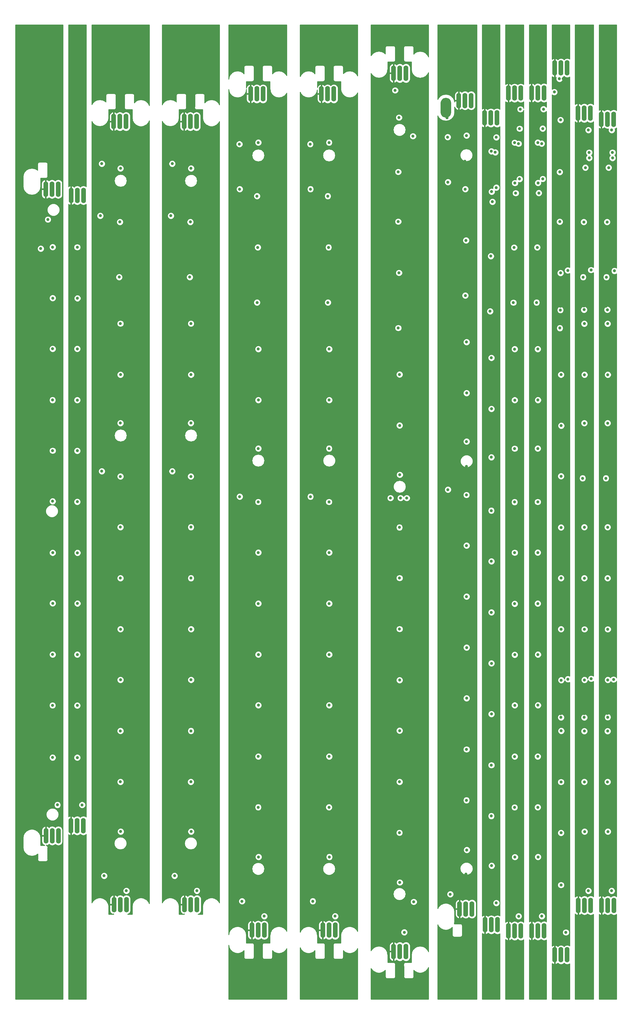
<source format=gbr>
G04 #@! TF.GenerationSoftware,KiCad,Pcbnew,(5.0.0-3-g5ebb6b6)*
G04 #@! TF.CreationDate,2019-02-23T00:38:07-08:00*
G04 #@! TF.ProjectId,PanelNoSeparation,50616E656C4E6F53657061726174696F,rev?*
G04 #@! TF.SameCoordinates,Original*
G04 #@! TF.FileFunction,Copper,L3,Inr,Plane*
G04 #@! TF.FilePolarity,Positive*
%FSLAX45Y45*%
G04 Gerber Fmt 4.5, Leading zero omitted, Abs format (unit mm)*
G04 Created by KiCad (PCBNEW (5.0.0-3-g5ebb6b6)) date Saturday, February 23, 2019 at 12:38:07 AM*
%MOMM*%
%LPD*%
G01*
G04 APERTURE LIST*
G04 #@! TA.AperFunction,ViaPad*
%ADD10O,1.524000X5.080000*%
G04 #@! TD*
G04 #@! TA.AperFunction,ViaPad*
%ADD11C,1.000000*%
G04 #@! TD*
G04 #@! TA.AperFunction,Conductor*
%ADD12C,0.254000*%
G04 #@! TD*
G04 APERTURE END LIST*
D10*
G04 #@! TO.N,GND*
G04 #@! TO.C,J1*
X23220030Y-32828200D03*
G04 #@! TO.N,Net-(D1-Pad4)*
X23016830Y-32828200D03*
G04 #@! TO.N,+5V*
X22813630Y-32828200D03*
G04 #@! TD*
G04 #@! TO.N,GND*
G04 #@! TO.C,J2*
X23220030Y-3821400D03*
G04 #@! TO.N,Net-(D17-Pad3)*
X23016830Y-3821400D03*
G04 #@! TO.N,+5V*
X22813630Y-3821400D03*
G04 #@! TD*
G04 #@! TO.N,+5V*
G04 #@! TO.C,J2*
X10682278Y-5572556D03*
G04 #@! TO.N,Net-(D15-Pad3)*
X10885478Y-5572556D03*
G04 #@! TO.N,GND*
X11088678Y-5572556D03*
G04 #@! TD*
G04 #@! TO.N,+5V*
G04 #@! TO.C,J1*
X10697518Y-31189980D03*
G04 #@! TO.N,Net-(D1-Pad4)*
X10900718Y-31189980D03*
G04 #@! TO.N,GND*
X11103918Y-31189980D03*
G04 #@! TD*
G04 #@! TO.N,+5V*
G04 #@! TO.C,J2*
X15177180Y-4668050D03*
G04 #@! TO.N,Net-(D16-Pad3)*
X15380380Y-4668050D03*
G04 #@! TO.N,GND*
X15583580Y-4668050D03*
G04 #@! TD*
G04 #@! TO.N,+5V*
G04 #@! TO.C,J1*
X15220106Y-32022580D03*
G04 #@! TO.N,Net-(D1-Pad4)*
X15423306Y-32022580D03*
G04 #@! TO.N,GND*
X15626506Y-32022580D03*
G04 #@! TD*
G04 #@! TO.N,+5V*
G04 #@! TO.C,J2*
X22053018Y-4638586D03*
G04 #@! TO.N,Net-(D16-Pad3)*
X22256218Y-4638586D03*
G04 #@! TO.N,GND*
X22459418Y-4638586D03*
G04 #@! TD*
G04 #@! TO.N,+5V*
G04 #@! TO.C,J1*
X22057082Y-32043408D03*
G04 #@! TO.N,Net-(D1-Pad4)*
X22260282Y-32043408D03*
G04 #@! TO.N,GND*
X22463482Y-32043408D03*
G04 #@! TD*
G04 #@! TO.N,+5V*
G04 #@! TO.C,J2*
X24336084Y-5499194D03*
G04 #@! TO.N,Net-(D15-Pad3)*
X24539284Y-5499194D03*
G04 #@! TO.N,GND*
X24742484Y-5499194D03*
G04 #@! TD*
G04 #@! TO.N,+5V*
G04 #@! TO.C,J1*
X24342942Y-31214408D03*
G04 #@! TO.N,Net-(D1-Pad4)*
X24546142Y-31214408D03*
G04 #@! TO.N,GND*
X24749342Y-31214408D03*
G04 #@! TD*
G04 #@! TO.N,GND*
G04 #@! TO.C,J2*
X8781578Y-5572656D03*
G04 #@! TO.N,Net-(D15-Pad3)*
X8578378Y-5572656D03*
G04 #@! TO.N,+5V*
X8375178Y-5572656D03*
G04 #@! TD*
G04 #@! TO.N,GND*
G04 #@! TO.C,J1*
X23987442Y-31214408D03*
G04 #@! TO.N,Net-(D1-Pad4)*
X23784242Y-31214408D03*
G04 #@! TO.N,+5V*
X23581042Y-31214408D03*
G04 #@! TD*
G04 #@! TO.N,GND*
G04 #@! TO.C,J2*
X23980584Y-5299194D03*
G04 #@! TO.N,Net-(D15-Pad3)*
X23777384Y-5299194D03*
G04 #@! TO.N,+5V*
X23574184Y-5299194D03*
G04 #@! TD*
G04 #@! TO.N,GND*
G04 #@! TO.C,J1*
X13308806Y-32022580D03*
G04 #@! TO.N,Net-(D1-Pad4)*
X13105606Y-32022580D03*
G04 #@! TO.N,+5V*
X12902406Y-32022580D03*
G04 #@! TD*
G04 #@! TO.N,GND*
G04 #@! TO.C,J2*
X13265880Y-4668050D03*
G04 #@! TO.N,Net-(D16-Pad3)*
X13062680Y-4668050D03*
G04 #@! TO.N,+5V*
X12859480Y-4668050D03*
G04 #@! TD*
G04 #@! TO.N,GND*
G04 #@! TO.C,J1*
X21704982Y-32046908D03*
G04 #@! TO.N,Net-(D1-Pad4)*
X21501782Y-32046908D03*
G04 #@! TO.N,+5V*
X21298582Y-32046908D03*
G04 #@! TD*
G04 #@! TO.N,GND*
G04 #@! TO.C,J2*
X21700918Y-4642086D03*
G04 #@! TO.N,Net-(D16-Pad3)*
X21497718Y-4642086D03*
G04 #@! TO.N,+5V*
X21294518Y-4642086D03*
G04 #@! TD*
G04 #@! TO.N,GND*
G04 #@! TO.C,J1*
X17942630Y-32723000D03*
G04 #@! TO.N,Net-(D1-Pad4)*
X17739430Y-32723000D03*
G04 #@! TO.N,+5V*
X17536230Y-32723000D03*
G04 #@! TD*
G04 #@! TO.N,GND*
G04 #@! TO.C,J2*
X17942630Y-3995600D03*
G04 #@! TO.N,Net-(D17-Pad3)*
X17739430Y-3995600D03*
G04 #@! TO.N,+5V*
X17536230Y-3995600D03*
G04 #@! TD*
G04 #@! TO.N,GND*
G04 #@! TO.C,J1*
X20103130Y-31330800D03*
G04 #@! TO.N,Net-(D1-Pad4)*
X19899930Y-31330800D03*
G04 #@! TO.N,+5V*
X19696730Y-31330800D03*
G04 #@! TD*
G04 #@! TO.N,GND*
G04 #@! TO.C,J2*
X20077730Y-4889400D03*
G04 #@! TO.N,Net-(D16-Pad3)*
X19874530Y-4889400D03*
G04 #@! TO.N,+5V*
X19671330Y-4889400D03*
G04 #@! TD*
G04 #@! TO.N,GND*
G04 #@! TO.C,J1*
X20938608Y-31845546D03*
G04 #@! TO.N,Net-(D1-Pad4)*
X20735408Y-31845546D03*
G04 #@! TO.N,+5V*
X20532208Y-31845546D03*
G04 #@! TD*
G04 #@! TO.N,GND*
G04 #@! TO.C,J2*
X20924130Y-5455200D03*
G04 #@! TO.N,Net-(D16-Pad3)*
X20720930Y-5455200D03*
G04 #@! TO.N,+5V*
X20517730Y-5455200D03*
G04 #@! TD*
G04 #@! TO.N,GND*
G04 #@! TO.C,J2*
X7388170Y-7991360D03*
G04 #@! TO.N,Net-(D12-Pad3)*
X7184970Y-7991360D03*
G04 #@! TO.N,+5V*
X6981770Y-7991360D03*
G04 #@! TD*
G04 #@! TO.N,GND*
G04 #@! TO.C,J1*
X7385370Y-28606000D03*
G04 #@! TO.N,Net-(D1-Pad4)*
X7182170Y-28606000D03*
G04 #@! TO.N,+5V*
X6978970Y-28606000D03*
G04 #@! TD*
G04 #@! TO.N,GND*
G04 #@! TO.C,J1*
X8796818Y-31190080D03*
G04 #@! TO.N,Net-(D1-Pad4)*
X8593618Y-31190080D03*
G04 #@! TO.N,+5V*
X8390418Y-31190080D03*
G04 #@! TD*
G04 #@! TO.N,GND*
G04 #@! TO.C,J2*
X6562292Y-7787140D03*
G04 #@! TO.N,Net-(D12-Pad3)*
X6359092Y-7787140D03*
G04 #@! TO.N,+5V*
X6155892Y-7787140D03*
G04 #@! TD*
G04 #@! TO.N,GND*
G04 #@! TO.C,J1*
X6569792Y-28938040D03*
G04 #@! TO.N,Net-(D1-Pad4)*
X6366592Y-28938040D03*
G04 #@! TO.N,+5V*
X6163392Y-28938040D03*
G04 #@! TD*
D11*
G04 #@! TO.N,+5V*
X6384492Y-27446740D03*
X6378142Y-25757640D03*
X6378142Y-24106640D03*
X6378142Y-20804640D03*
X6378142Y-22455640D03*
X6378142Y-19102840D03*
X6378142Y-17451840D03*
X6378142Y-14149840D03*
X6378142Y-15800840D03*
X6378142Y-10797040D03*
X6378142Y-12448040D03*
X6384492Y-8765040D03*
X7192330Y-27450300D03*
X7185980Y-24110200D03*
X7185980Y-20808200D03*
X7185980Y-22459200D03*
X7185980Y-19106400D03*
X7185980Y-17455400D03*
X7185980Y-14153400D03*
X7185980Y-15804400D03*
X7185980Y-10800600D03*
X7185980Y-12451600D03*
X7179630Y-9124200D03*
X6979230Y-28123400D03*
X8597174Y-26607920D03*
X8597174Y-23305920D03*
X8597174Y-24956920D03*
X8597174Y-21604120D03*
X8597174Y-19953120D03*
X8597174Y-18302120D03*
X8597174Y-13298320D03*
X8597174Y-14949320D03*
X8590824Y-11621920D03*
X8555264Y-9950600D03*
X8597174Y-28258920D03*
X8580664Y-29584800D03*
X7962682Y-16452746D03*
X8597682Y-16249546D03*
X7937282Y-29736946D03*
X8546881Y-6267346D03*
X7988082Y-6394346D03*
X8390418Y-30701384D03*
X8600730Y-7918600D03*
X7914930Y-7994800D03*
X23780686Y-26611420D03*
X23780686Y-23309420D03*
X23780686Y-21607620D03*
X23780686Y-19956620D03*
X23780686Y-18305620D03*
X23780686Y-13301820D03*
X23780686Y-14952820D03*
X23789576Y-8277700D03*
X23738776Y-9954100D03*
X23780686Y-28262420D03*
X23764176Y-29588300D03*
X23781194Y-16253046D03*
X23586630Y-30715806D03*
X23559725Y-5878625D03*
X23719865Y-6018256D03*
X13109162Y-27440420D03*
X13109162Y-24138420D03*
X13109162Y-25789420D03*
X13109162Y-22436620D03*
X13109162Y-20785620D03*
X13109162Y-19134620D03*
X13109162Y-14130820D03*
X13109162Y-15781820D03*
X13102812Y-12454420D03*
X13118052Y-9106700D03*
X13067252Y-10783100D03*
X13109162Y-29091420D03*
X13092652Y-30417300D03*
X12474670Y-5677446D03*
X13109670Y-17082046D03*
X12449270Y-30569446D03*
X13058869Y-7099846D03*
X12500070Y-7226846D03*
X12902406Y-31533884D03*
X21498226Y-27443920D03*
X21498226Y-24141920D03*
X21498226Y-25792920D03*
X21498226Y-22440120D03*
X21498226Y-20789120D03*
X21498226Y-19138120D03*
X21498226Y-14134320D03*
X21498226Y-15785320D03*
X21491876Y-12457920D03*
X21507116Y-9110200D03*
X21456316Y-10786600D03*
X21498226Y-29094920D03*
X21481716Y-30420800D03*
X21498734Y-17085546D03*
X21305186Y-5782546D03*
X21279786Y-5172946D03*
X21304170Y-31548306D03*
X21332145Y-6913100D03*
X17730540Y-28272920D03*
X17730540Y-24970920D03*
X17730540Y-26621920D03*
X17730540Y-23269120D03*
X17730540Y-21618120D03*
X17730540Y-18316120D03*
X17730540Y-19967120D03*
X17730540Y-14963320D03*
X17730540Y-16614320D03*
X17724190Y-13286920D03*
X17714030Y-4960800D03*
X17739430Y-9939200D03*
X17739430Y-8313600D03*
X17688630Y-11615600D03*
X17256830Y-6078400D03*
X17739430Y-6256200D03*
X17730540Y-29923920D03*
X17714030Y-31249800D03*
X17282230Y-31122800D03*
X19924822Y-27211174D03*
X19924822Y-23909174D03*
X19924822Y-25560174D03*
X19924822Y-22207374D03*
X19924822Y-20556374D03*
X19924822Y-18905374D03*
X19924822Y-13901574D03*
X19924822Y-15552574D03*
X19918472Y-12225174D03*
X19933712Y-8877454D03*
X19882912Y-10553854D03*
X19924822Y-28862174D03*
X19908312Y-30188054D03*
X19290330Y-5448200D03*
X19290330Y-17056000D03*
X19925330Y-16852800D03*
X19264930Y-30340200D03*
X19874529Y-6870600D03*
X19315730Y-6997600D03*
X20736170Y-27726174D03*
X20736170Y-24424174D03*
X20736170Y-26075174D03*
X20736170Y-22722374D03*
X20736170Y-21071374D03*
X20736170Y-19420374D03*
X20736170Y-14416574D03*
X20736170Y-16067574D03*
X20729820Y-12740174D03*
X20745060Y-9392454D03*
X20694260Y-11068854D03*
X20736170Y-29377174D03*
X20719660Y-30703054D03*
X20736678Y-17367800D03*
X20517730Y-31134600D03*
X20570136Y-7182400D03*
X20543130Y-6064800D03*
X10904274Y-26607820D03*
X10904274Y-23305820D03*
X10904274Y-24956820D03*
X10904274Y-21604020D03*
X10904274Y-19953020D03*
X10904274Y-18302020D03*
X10904274Y-13298220D03*
X10904274Y-14949220D03*
X10897924Y-11621820D03*
X10862364Y-9950500D03*
X10904274Y-28258820D03*
X10887764Y-29584700D03*
X10269782Y-16452646D03*
X10904782Y-16249446D03*
X10244382Y-29736846D03*
X10853981Y-6267246D03*
X10295182Y-6394246D03*
X10697518Y-30701284D03*
X10907830Y-7918500D03*
X10222030Y-7994700D03*
X15426862Y-29091420D03*
X15410352Y-30417300D03*
X14792370Y-5677446D03*
X14792370Y-17285246D03*
X15427370Y-17082046D03*
X14766970Y-30569446D03*
X15376569Y-7099846D03*
X14817770Y-7226846D03*
X15220106Y-31533884D03*
X15426862Y-27440420D03*
X15426862Y-24138420D03*
X15426862Y-25789420D03*
X15426862Y-22436620D03*
X15426862Y-20785620D03*
X15426862Y-19134620D03*
X15426862Y-14130820D03*
X15426862Y-15781820D03*
X15420512Y-12454420D03*
X15435752Y-9106700D03*
X15384952Y-10783100D03*
X22256726Y-27440420D03*
X22256726Y-24138420D03*
X22256726Y-25789420D03*
X22256726Y-22436620D03*
X22256726Y-20785620D03*
X22256726Y-19134620D03*
X22256726Y-14130820D03*
X22256726Y-15781820D03*
X22250376Y-12454420D03*
X22265616Y-9106700D03*
X22214816Y-10783100D03*
X22256726Y-29091420D03*
X22240216Y-30417300D03*
X22257234Y-17082046D03*
X22063686Y-5779046D03*
X22038286Y-5169446D03*
X22062670Y-31544806D03*
X22090645Y-6909600D03*
X24542586Y-26611420D03*
X24542586Y-23309420D03*
X24542586Y-21607620D03*
X24542586Y-19956620D03*
X24542586Y-18305620D03*
X24542586Y-13301820D03*
X24542586Y-14952820D03*
X24551476Y-8277700D03*
X24500676Y-9954100D03*
X24542586Y-28262420D03*
X24526076Y-29588300D03*
X24543094Y-16253046D03*
X24348530Y-30715806D03*
X24321625Y-5878625D03*
X24481765Y-6018256D03*
X23093029Y-4177000D03*
X23017592Y-6269198D03*
X23027498Y-8317200D03*
X23027498Y-9942800D03*
X23002098Y-4964400D03*
X23012258Y-13290520D03*
X23018608Y-16617920D03*
X23018608Y-14966920D03*
X23018608Y-19970720D03*
X23018608Y-18319720D03*
X23018608Y-21621720D03*
X23018608Y-23272720D03*
X23018608Y-26625520D03*
X23018608Y-28276520D03*
X23018608Y-29927520D03*
X23024958Y-31616620D03*
X23767421Y-11603266D03*
X22996690Y-11613760D03*
X24482730Y-11613900D03*
X7185980Y-25760599D03*
X23007001Y-24938225D03*
X23772615Y-24938204D03*
X24535849Y-24931914D03*
X12474670Y-17285246D03*
G04 #@! TO.N,GND*
X6537126Y-27926566D03*
X6377126Y-26377146D03*
X6376872Y-24670520D03*
X6379412Y-23006820D03*
X6381952Y-21332960D03*
X6381952Y-19676880D03*
X6379412Y-16339320D03*
X6376872Y-14683240D03*
X6379412Y-13006840D03*
X6381952Y-11350760D03*
X6379412Y-9681980D03*
X6377126Y-17994096D03*
X5990792Y-9730240D03*
X7344964Y-27930126D03*
X7184964Y-26380706D03*
X7184710Y-24674080D03*
X7187250Y-23010380D03*
X7189790Y-21336520D03*
X7189790Y-19680440D03*
X7187250Y-18011660D03*
X7187250Y-16342880D03*
X7184710Y-14686800D03*
X7187250Y-13010400D03*
X7189790Y-11354320D03*
X7187250Y-9685540D03*
X8598444Y-25508100D03*
X8600984Y-23834240D03*
X8600984Y-22178160D03*
X8598444Y-20509380D03*
X8598444Y-18840600D03*
X8595904Y-17184520D03*
X8600984Y-13852040D03*
X8598444Y-12183260D03*
X8557804Y-10661800D03*
X8580664Y-8858400D03*
X8595904Y-27171800D03*
X8606064Y-28797400D03*
X7988082Y-17011546D03*
X8597682Y-15436746D03*
X8064282Y-30244946D03*
X7988082Y-6953146D03*
X8793262Y-30734404D03*
X7940330Y-8655200D03*
X8600730Y-7105800D03*
X23781956Y-25511600D03*
X23784496Y-23837740D03*
X23784496Y-22181660D03*
X23781956Y-20512880D03*
X23781956Y-18844100D03*
X23784496Y-13855540D03*
X23781956Y-12186760D03*
X23741316Y-10665300D03*
X23764176Y-8861900D03*
X23779416Y-27175300D03*
X23789576Y-28800900D03*
X23781194Y-15440246D03*
X23911750Y-30736126D03*
X23723996Y-17243440D03*
X23913274Y-5851492D03*
X23942484Y-6765384D03*
X13110432Y-26340600D03*
X13112972Y-24666740D03*
X13112972Y-23010660D03*
X13110432Y-21341880D03*
X13110432Y-19673100D03*
X13107892Y-18017020D03*
X13112972Y-14684540D03*
X13110432Y-13015760D03*
X13069792Y-11494300D03*
X13092652Y-9690900D03*
X13067252Y-8014500D03*
X13107892Y-28004300D03*
X13118052Y-29629900D03*
X12491688Y-6314732D03*
X12500070Y-17844046D03*
X13109670Y-16269246D03*
X12576270Y-31077446D03*
X12500070Y-7785646D03*
X13109670Y-6261646D03*
X13305250Y-31566904D03*
X21499496Y-26344100D03*
X21502036Y-24670240D03*
X21502036Y-23014160D03*
X21499496Y-21345380D03*
X21499496Y-19676600D03*
X21496956Y-18020520D03*
X21502036Y-14688040D03*
X21499496Y-13019260D03*
X21458856Y-11497800D03*
X21481716Y-9694400D03*
X21496956Y-28007800D03*
X21507116Y-29633400D03*
X21498734Y-16272746D03*
X21498734Y-6265146D03*
X21508386Y-7585946D03*
X21686186Y-5172946D03*
X21629290Y-31568626D03*
X17889524Y-32092846D03*
X17731810Y-27173100D03*
X17734350Y-25499240D03*
X17734350Y-23843160D03*
X17731810Y-22174380D03*
X17731810Y-20505600D03*
X17729270Y-18849520D03*
X17734350Y-15517040D03*
X17731810Y-13848260D03*
X17691170Y-12326800D03*
X17714030Y-10523400D03*
X17688630Y-8847000D03*
X17688630Y-7221400D03*
X17968030Y-17889400D03*
X17739430Y-17127400D03*
X18171230Y-6053000D03*
X17714030Y-5443400D03*
X17729270Y-28836800D03*
X18196630Y-31097400D03*
X17739430Y-30462400D03*
X19926092Y-26111354D03*
X19928632Y-24437494D03*
X19928632Y-22781414D03*
X19926092Y-21112634D03*
X19926092Y-19443854D03*
X19923552Y-17787774D03*
X19928632Y-14455294D03*
X19926092Y-12786514D03*
X19885452Y-11265054D03*
X19908312Y-9461654D03*
X19882912Y-7785254D03*
X19923552Y-27775054D03*
X19933712Y-29400654D03*
X19307348Y-6085486D03*
X19315730Y-17614800D03*
X19925330Y-16040000D03*
X19391930Y-30848200D03*
X19315730Y-7556400D03*
X19925330Y-6032400D03*
X20737440Y-26626354D03*
X20739980Y-24952494D03*
X20739980Y-23296414D03*
X20737440Y-21627634D03*
X20737440Y-19958854D03*
X20734900Y-18302774D03*
X20739980Y-14970294D03*
X20737440Y-13301514D03*
X20696800Y-11780054D03*
X20719660Y-9976654D03*
X20734900Y-28290054D03*
X20745060Y-29915654D03*
X20736678Y-16555000D03*
X20736678Y-6547400D03*
X20898730Y-31134600D03*
X20746330Y-7868200D03*
X10905544Y-25508000D03*
X10908084Y-23834140D03*
X10908084Y-22178060D03*
X10905544Y-20509280D03*
X10905544Y-18840500D03*
X10903004Y-17184420D03*
X10908084Y-13851940D03*
X10905544Y-12183160D03*
X10864904Y-10661700D03*
X10887764Y-8858300D03*
X10903004Y-27171700D03*
X10913164Y-28797300D03*
X10295182Y-17011446D03*
X10904782Y-15436646D03*
X10371382Y-30244846D03*
X10295182Y-6953046D03*
X11100362Y-30734304D03*
X10247430Y-8655100D03*
X10907830Y-7105700D03*
X15428132Y-26340600D03*
X15430672Y-24666740D03*
X15430672Y-23010660D03*
X15428132Y-21341880D03*
X15428132Y-19673100D03*
X15425592Y-18017020D03*
X15430672Y-14684540D03*
X15428132Y-13015760D03*
X15387492Y-11494300D03*
X15410352Y-9690900D03*
X15384952Y-8014500D03*
X15425592Y-28004300D03*
X15435752Y-29629900D03*
X14809388Y-6314732D03*
X14817770Y-17844046D03*
X15427370Y-16269246D03*
X14893970Y-31077446D03*
X14817770Y-7785646D03*
X15427370Y-6261646D03*
X15622950Y-31566904D03*
X22257996Y-26340600D03*
X22260536Y-24666740D03*
X22260536Y-23010660D03*
X22257996Y-21341880D03*
X22257996Y-19673100D03*
X22255456Y-18017020D03*
X22260536Y-14684540D03*
X22257996Y-13015760D03*
X22217356Y-11494300D03*
X22240216Y-9690900D03*
X22255456Y-28004300D03*
X22265616Y-29629900D03*
X22257234Y-16269246D03*
X22257234Y-6261646D03*
X22266886Y-7582446D03*
X22444686Y-5169446D03*
X22387790Y-31565126D03*
X24543856Y-25511600D03*
X24546396Y-23837740D03*
X24546396Y-22181660D03*
X24543856Y-20512880D03*
X24543856Y-18844100D03*
X24546396Y-13855540D03*
X24543856Y-12186760D03*
X24503216Y-10665300D03*
X24526076Y-8861900D03*
X24541316Y-27175300D03*
X24551476Y-28800900D03*
X24543094Y-15440246D03*
X24673650Y-30736126D03*
X24485896Y-17243440D03*
X24675174Y-5851492D03*
X24704384Y-6765384D03*
X22966030Y-4177000D03*
X23002098Y-5523200D03*
X22976698Y-7225000D03*
X22976698Y-8850600D03*
X23002098Y-10527000D03*
X22979238Y-12330400D03*
X23019878Y-13851860D03*
X23022418Y-15520640D03*
X23019878Y-17176720D03*
X23017338Y-18853120D03*
X23019878Y-20509200D03*
X23019878Y-22177980D03*
X23022418Y-23846760D03*
X23022418Y-25502840D03*
X23019878Y-27176700D03*
X23017338Y-28840400D03*
X23017592Y-30547026D03*
X23177592Y-32096446D03*
G04 #@! TO.N,Net-(D12-Pad3)*
X6223457Y-8778841D03*
X23238130Y-10445500D03*
X22996830Y-11740901D03*
G04 #@! TO.N,Net-(C9-Pad1)*
X17764830Y-17889400D03*
X17434630Y-17889400D03*
G04 #@! TO.N,Net-(D3-Pad3)*
X24003986Y-23799550D03*
X23777879Y-25063200D03*
X24736730Y-23824950D03*
X24546230Y-25056850D03*
G04 #@! TO.N,Net-(D4-Pad3)*
X23241987Y-23814900D03*
X23015880Y-25063200D03*
G04 #@! TO.N,Net-(D11-Pad3)*
X24000130Y-10430428D03*
X23771529Y-11728200D03*
X24765987Y-10458200D03*
X24534958Y-11732487D03*
G04 #@! TO.N,Net-(C15-Pad1)*
X23816386Y-7083787D03*
X23938770Y-6585780D03*
X21662187Y-7453867D03*
X21533926Y-7916287D03*
X20900131Y-7736121D03*
X20771870Y-8198541D03*
X22292426Y-7912787D03*
X22420687Y-7450367D03*
X24578286Y-7083787D03*
X24700670Y-6585780D03*
G04 #@! TO.N,Net-(C16-Pad1)*
X21626697Y-6299235D03*
X21660786Y-5807946D03*
X20864641Y-6581489D03*
X20898730Y-6090200D03*
X22385197Y-6295735D03*
X22419286Y-5804446D03*
G04 #@! TO.N,Net-(D17-Pad3)*
X17587030Y-4554400D03*
X22797438Y-4608800D03*
G04 #@! TD*
D12*
G04 #@! TO.N,+5V*
G36*
X6717230Y-34283541D02*
X5162630Y-34283541D01*
X5162630Y-29006752D01*
X5409701Y-29006752D01*
X5409928Y-29011532D01*
X5409928Y-29308359D01*
X5409701Y-29313137D01*
X5409928Y-29314649D01*
X5409928Y-29316178D01*
X5410862Y-29320873D01*
X5419911Y-29381191D01*
X5419423Y-29385057D01*
X5421784Y-29393676D01*
X5422156Y-29396159D01*
X5423445Y-29399743D01*
X5424451Y-29403415D01*
X5425574Y-29405660D01*
X5428598Y-29414070D01*
X5431220Y-29416953D01*
X5455173Y-29464856D01*
X5455978Y-29468903D01*
X5460818Y-29476146D01*
X5461840Y-29478190D01*
X5464313Y-29481376D01*
X5466553Y-29484729D01*
X5468168Y-29486344D01*
X5473510Y-29493227D01*
X5477095Y-29495270D01*
X5514314Y-29532488D01*
X5516356Y-29536071D01*
X5523240Y-29541413D01*
X5524857Y-29543031D01*
X5528209Y-29545270D01*
X5531393Y-29547741D01*
X5533438Y-29548764D01*
X5540683Y-29553605D01*
X5544728Y-29554409D01*
X5592629Y-29578361D01*
X5595513Y-29580984D01*
X5603921Y-29584008D01*
X5606165Y-29585130D01*
X5609841Y-29586137D01*
X5613424Y-29587426D01*
X5615904Y-29587798D01*
X5624523Y-29590158D01*
X5628392Y-29589671D01*
X5680930Y-29597551D01*
X5683954Y-29598975D01*
X5693425Y-29599425D01*
X5696447Y-29599878D01*
X5699707Y-29599724D01*
X5702966Y-29599878D01*
X5705987Y-29599425D01*
X5715459Y-29598975D01*
X5718484Y-29597551D01*
X5771021Y-29589671D01*
X5774890Y-29590158D01*
X5783508Y-29587798D01*
X5785989Y-29587426D01*
X5789573Y-29586137D01*
X5793247Y-29585130D01*
X5795491Y-29584008D01*
X5803900Y-29580984D01*
X5806784Y-29578361D01*
X5854684Y-29554410D01*
X5858727Y-29553606D01*
X5865974Y-29548764D01*
X5868020Y-29547741D01*
X5871203Y-29545271D01*
X5874554Y-29543032D01*
X5876172Y-29541414D01*
X5883057Y-29536071D01*
X5885098Y-29532489D01*
X5889709Y-29527879D01*
X5889709Y-29705737D01*
X5888455Y-29712040D01*
X5893422Y-29737012D01*
X5897691Y-29743400D01*
X5907568Y-29758182D01*
X5928738Y-29772327D01*
X5953709Y-29777294D01*
X5960012Y-29776040D01*
X6148487Y-29776040D01*
X6154791Y-29777294D01*
X6161094Y-29776040D01*
X6179762Y-29772327D01*
X6200932Y-29758182D01*
X6215077Y-29737012D01*
X6220044Y-29712040D01*
X6218791Y-29705737D01*
X6218791Y-29319705D01*
X6220044Y-29313402D01*
X6215077Y-29288430D01*
X6200932Y-29267261D01*
X6179762Y-29253115D01*
X6176092Y-29252385D01*
X6176092Y-29239012D01*
X6197699Y-29251262D01*
X6205119Y-29249766D01*
X6253194Y-29223603D01*
X6262712Y-29211826D01*
X6265874Y-29216558D01*
X6312083Y-29247435D01*
X6366592Y-29258277D01*
X6421100Y-29247435D01*
X6467310Y-29216558D01*
X6468192Y-29215238D01*
X6469074Y-29216558D01*
X6515283Y-29247435D01*
X6569792Y-29258277D01*
X6624300Y-29247435D01*
X6670510Y-29216558D01*
X6701386Y-29170348D01*
X6709492Y-29129599D01*
X6709492Y-28746481D01*
X6701386Y-28705732D01*
X6670509Y-28659522D01*
X6624300Y-28628646D01*
X6569792Y-28617803D01*
X6515283Y-28628646D01*
X6469074Y-28659522D01*
X6468192Y-28660842D01*
X6467309Y-28659522D01*
X6421100Y-28628646D01*
X6366592Y-28617803D01*
X6312083Y-28628646D01*
X6265874Y-28659522D01*
X6262712Y-28664254D01*
X6253194Y-28652477D01*
X6205119Y-28626314D01*
X6197699Y-28624818D01*
X6176092Y-28637068D01*
X6176092Y-28925340D01*
X6178092Y-28925340D01*
X6178092Y-28950740D01*
X6176092Y-28950740D01*
X6176092Y-28952740D01*
X6150692Y-28952740D01*
X6150692Y-28950740D01*
X6023692Y-28950740D01*
X6023692Y-29128540D01*
X6039186Y-29181034D01*
X6073589Y-29223603D01*
X6120995Y-29249402D01*
X5989485Y-29249402D01*
X5989485Y-29011530D01*
X5989712Y-29006752D01*
X5989485Y-29005240D01*
X5989485Y-29003711D01*
X5988551Y-28999016D01*
X5979502Y-28938700D01*
X5979990Y-28934835D01*
X5977629Y-28926214D01*
X5977257Y-28923730D01*
X5975968Y-28920148D01*
X5974963Y-28916477D01*
X5973840Y-28914230D01*
X5970815Y-28905819D01*
X5968194Y-28902937D01*
X5944245Y-28855034D01*
X5943439Y-28850985D01*
X5938600Y-28843743D01*
X5937579Y-28841702D01*
X5935106Y-28838515D01*
X5932864Y-28835159D01*
X5931249Y-28833544D01*
X5925910Y-28826664D01*
X5922324Y-28824620D01*
X5885098Y-28787398D01*
X5883056Y-28783815D01*
X5876172Y-28778472D01*
X5874555Y-28776855D01*
X5871203Y-28774616D01*
X5868019Y-28772145D01*
X5865974Y-28771122D01*
X5858728Y-28766281D01*
X5854683Y-28765477D01*
X5818810Y-28747540D01*
X6023692Y-28747540D01*
X6023692Y-28925340D01*
X6150692Y-28925340D01*
X6150692Y-28637068D01*
X6129085Y-28624818D01*
X6121664Y-28626314D01*
X6073589Y-28652477D01*
X6039186Y-28695046D01*
X6023692Y-28747540D01*
X5818810Y-28747540D01*
X5806784Y-28741527D01*
X5803900Y-28738905D01*
X5795491Y-28735880D01*
X5793246Y-28734758D01*
X5789573Y-28733752D01*
X5785989Y-28732463D01*
X5783507Y-28732091D01*
X5774888Y-28729731D01*
X5771021Y-28730218D01*
X5718484Y-28722338D01*
X5715459Y-28720914D01*
X5705987Y-28720464D01*
X5702966Y-28720011D01*
X5699707Y-28720165D01*
X5696447Y-28720011D01*
X5693425Y-28720464D01*
X5683954Y-28720914D01*
X5680930Y-28722338D01*
X5628392Y-28730218D01*
X5624525Y-28729731D01*
X5615906Y-28732091D01*
X5613424Y-28732463D01*
X5609841Y-28733752D01*
X5606167Y-28734758D01*
X5603922Y-28735881D01*
X5595513Y-28738905D01*
X5592629Y-28741527D01*
X5544728Y-28765478D01*
X5540682Y-28766282D01*
X5533438Y-28771123D01*
X5531394Y-28772145D01*
X5528209Y-28774617D01*
X5524856Y-28776857D01*
X5523240Y-28778473D01*
X5516357Y-28783815D01*
X5514314Y-28787399D01*
X5477094Y-28824619D01*
X5473510Y-28826662D01*
X5468168Y-28833545D01*
X5466552Y-28835161D01*
X5464312Y-28838513D01*
X5461840Y-28841699D01*
X5460818Y-28843743D01*
X5455977Y-28850987D01*
X5455173Y-28855033D01*
X5431220Y-28902936D01*
X5428598Y-28905819D01*
X5425574Y-28914229D01*
X5424451Y-28916474D01*
X5423445Y-28920146D01*
X5422156Y-28923730D01*
X5421784Y-28926212D01*
X5419423Y-28934832D01*
X5419911Y-28938698D01*
X5410861Y-28999018D01*
X5409928Y-29003711D01*
X5409928Y-29005240D01*
X5409701Y-29006752D01*
X5162630Y-29006752D01*
X5162630Y-28243026D01*
X6164807Y-28243026D01*
X6164939Y-28243727D01*
X6165018Y-28250866D01*
X6167262Y-28256119D01*
X6175552Y-28300348D01*
X6175674Y-28307665D01*
X6180388Y-28318532D01*
X6184800Y-28329527D01*
X6189918Y-28334759D01*
X6214394Y-28370107D01*
X6216362Y-28375089D01*
X6221573Y-28380475D01*
X6222180Y-28381352D01*
X6225950Y-28384999D01*
X6229597Y-28388768D01*
X6230474Y-28389376D01*
X6235860Y-28394586D01*
X6240842Y-28396554D01*
X6276185Y-28421022D01*
X6281414Y-28426137D01*
X6292410Y-28430551D01*
X6303283Y-28435266D01*
X6310596Y-28435387D01*
X6354821Y-28443679D01*
X6360076Y-28445924D01*
X6367214Y-28446002D01*
X6367912Y-28446133D01*
X6373510Y-28446072D01*
X6379109Y-28446133D01*
X6379808Y-28446002D01*
X6386945Y-28445924D01*
X6392200Y-28443679D01*
X6436430Y-28435387D01*
X6443744Y-28435266D01*
X6454614Y-28430552D01*
X6465612Y-28426138D01*
X6470841Y-28421022D01*
X6506186Y-28396552D01*
X6511170Y-28394584D01*
X6516554Y-28389374D01*
X6517430Y-28388768D01*
X6521078Y-28384997D01*
X6524849Y-28381349D01*
X6525455Y-28380473D01*
X6530665Y-28375089D01*
X6532634Y-28370105D01*
X6557107Y-28334757D01*
X6562222Y-28329527D01*
X6566634Y-28318533D01*
X6571349Y-28307661D01*
X6571470Y-28300345D01*
X6579761Y-28256119D01*
X6582005Y-28250866D01*
X6582083Y-28243727D01*
X6582215Y-28243026D01*
X6582153Y-28237428D01*
X6582215Y-28231833D01*
X6582083Y-28231133D01*
X6582005Y-28223993D01*
X6579760Y-28218740D01*
X6571470Y-28174516D01*
X6571349Y-28167201D01*
X6566634Y-28156328D01*
X6562222Y-28145335D01*
X6557107Y-28140105D01*
X6532634Y-28104757D01*
X6530666Y-28099774D01*
X6525456Y-28094389D01*
X6524849Y-28093513D01*
X6521079Y-28089865D01*
X6517431Y-28086095D01*
X6516555Y-28085488D01*
X6511170Y-28080278D01*
X6506187Y-28078310D01*
X6470842Y-28053838D01*
X6465612Y-28048722D01*
X6454616Y-28044308D01*
X6443746Y-28039594D01*
X6436431Y-28039473D01*
X6392200Y-28031181D01*
X6386945Y-28028936D01*
X6379808Y-28028857D01*
X6379109Y-28028726D01*
X6373510Y-28028788D01*
X6367912Y-28028726D01*
X6367214Y-28028857D01*
X6360076Y-28028936D01*
X6354821Y-28031181D01*
X6310596Y-28039473D01*
X6303281Y-28039594D01*
X6292408Y-28044310D01*
X6281414Y-28048722D01*
X6276185Y-28053838D01*
X6240841Y-28078308D01*
X6235860Y-28080275D01*
X6230473Y-28085487D01*
X6229595Y-28086095D01*
X6225950Y-28089863D01*
X6222180Y-28093510D01*
X6221572Y-28094388D01*
X6216361Y-28099774D01*
X6214393Y-28104755D01*
X6189917Y-28140103D01*
X6184800Y-28145335D01*
X6180388Y-28156329D01*
X6175674Y-28167197D01*
X6175552Y-28174514D01*
X6167262Y-28218740D01*
X6165018Y-28223993D01*
X6164939Y-28231133D01*
X6164808Y-28231833D01*
X6164869Y-28237428D01*
X6164807Y-28243026D01*
X5162630Y-28243026D01*
X5162630Y-27903990D01*
X6423626Y-27903990D01*
X6423626Y-27949143D01*
X6440905Y-27990859D01*
X6472833Y-28022787D01*
X6514549Y-28040066D01*
X6559702Y-28040066D01*
X6601418Y-28022787D01*
X6633346Y-27990859D01*
X6650626Y-27949143D01*
X6650626Y-27903990D01*
X6633346Y-27862274D01*
X6601418Y-27830345D01*
X6559702Y-27813066D01*
X6514549Y-27813066D01*
X6472833Y-27830345D01*
X6440905Y-27862274D01*
X6423626Y-27903990D01*
X5162630Y-27903990D01*
X5162630Y-26354570D01*
X6263626Y-26354570D01*
X6263626Y-26399723D01*
X6280905Y-26441439D01*
X6312833Y-26473367D01*
X6354549Y-26490646D01*
X6399702Y-26490646D01*
X6441418Y-26473367D01*
X6473346Y-26441439D01*
X6490626Y-26399723D01*
X6490626Y-26354570D01*
X6473346Y-26312854D01*
X6441418Y-26280925D01*
X6399702Y-26263646D01*
X6354549Y-26263646D01*
X6312833Y-26280925D01*
X6280905Y-26312854D01*
X6263626Y-26354570D01*
X5162630Y-26354570D01*
X5162630Y-24647944D01*
X6263372Y-24647944D01*
X6263372Y-24693097D01*
X6280651Y-24734813D01*
X6312579Y-24766741D01*
X6354295Y-24784020D01*
X6399448Y-24784020D01*
X6441164Y-24766741D01*
X6473092Y-24734813D01*
X6490372Y-24693097D01*
X6490372Y-24647944D01*
X6473092Y-24606228D01*
X6441164Y-24574299D01*
X6399448Y-24557020D01*
X6354295Y-24557020D01*
X6312579Y-24574299D01*
X6280651Y-24606228D01*
X6263372Y-24647944D01*
X5162630Y-24647944D01*
X5162630Y-22984244D01*
X6265912Y-22984244D01*
X6265912Y-23029397D01*
X6283191Y-23071113D01*
X6315119Y-23103041D01*
X6356835Y-23120320D01*
X6401988Y-23120320D01*
X6443704Y-23103041D01*
X6475632Y-23071113D01*
X6492912Y-23029397D01*
X6492912Y-22984244D01*
X6475632Y-22942528D01*
X6443704Y-22910599D01*
X6401988Y-22893320D01*
X6356835Y-22893320D01*
X6315119Y-22910599D01*
X6283191Y-22942528D01*
X6265912Y-22984244D01*
X5162630Y-22984244D01*
X5162630Y-21310384D01*
X6268452Y-21310384D01*
X6268452Y-21355537D01*
X6285731Y-21397253D01*
X6317659Y-21429181D01*
X6359375Y-21446460D01*
X6404528Y-21446460D01*
X6446244Y-21429181D01*
X6478172Y-21397253D01*
X6495452Y-21355537D01*
X6495452Y-21310384D01*
X6478172Y-21268668D01*
X6446244Y-21236740D01*
X6404528Y-21219460D01*
X6359375Y-21219460D01*
X6317659Y-21236740D01*
X6285731Y-21268668D01*
X6268452Y-21310384D01*
X5162630Y-21310384D01*
X5162630Y-19654304D01*
X6268452Y-19654304D01*
X6268452Y-19699457D01*
X6285731Y-19741173D01*
X6317659Y-19773101D01*
X6359375Y-19790380D01*
X6404528Y-19790380D01*
X6446244Y-19773101D01*
X6478172Y-19741173D01*
X6495452Y-19699457D01*
X6495452Y-19654304D01*
X6478172Y-19612588D01*
X6446244Y-19580660D01*
X6404528Y-19563380D01*
X6359375Y-19563380D01*
X6317659Y-19580660D01*
X6285731Y-19612588D01*
X6268452Y-19654304D01*
X5162630Y-19654304D01*
X5162630Y-18311724D01*
X6146466Y-18311724D01*
X6146527Y-18317320D01*
X6146466Y-18322917D01*
X6146597Y-18323617D01*
X6146676Y-18330756D01*
X6148920Y-18336010D01*
X6157210Y-18380234D01*
X6157331Y-18387549D01*
X6162046Y-18398420D01*
X6166459Y-18409415D01*
X6171574Y-18414645D01*
X6196047Y-18449994D01*
X6198016Y-18454978D01*
X6203225Y-18460362D01*
X6203831Y-18461237D01*
X6207603Y-18464886D01*
X6211251Y-18468657D01*
X6212126Y-18469263D01*
X6217511Y-18474472D01*
X6222495Y-18476441D01*
X6257843Y-18500913D01*
X6263071Y-18506027D01*
X6274068Y-18510441D01*
X6284941Y-18515156D01*
X6292254Y-18515277D01*
X6336475Y-18523569D01*
X6341730Y-18525814D01*
X6348867Y-18525892D01*
X6349565Y-18526023D01*
X6355162Y-18525962D01*
X6360763Y-18526024D01*
X6361461Y-18525893D01*
X6368598Y-18525814D01*
X6373853Y-18523569D01*
X6418083Y-18515277D01*
X6425397Y-18515156D01*
X6436268Y-18510442D01*
X6447266Y-18506028D01*
X6452495Y-18500913D01*
X6487845Y-18476440D01*
X6492831Y-18474470D01*
X6498214Y-18469261D01*
X6499087Y-18468657D01*
X6502736Y-18464885D01*
X6506510Y-18461234D01*
X6507115Y-18460360D01*
X6512323Y-18454978D01*
X6514292Y-18449992D01*
X6538760Y-18414645D01*
X6543873Y-18409419D01*
X6548287Y-18398423D01*
X6553004Y-18387545D01*
X6553124Y-18380234D01*
X6561418Y-18336009D01*
X6563664Y-18330752D01*
X6563742Y-18323617D01*
X6563873Y-18322921D01*
X6563811Y-18317320D01*
X6563873Y-18311719D01*
X6563742Y-18311023D01*
X6563664Y-18303889D01*
X6561418Y-18298631D01*
X6553124Y-18254406D01*
X6553004Y-18247095D01*
X6548288Y-18236219D01*
X6543873Y-18225221D01*
X6538760Y-18219995D01*
X6514292Y-18184648D01*
X6512323Y-18179662D01*
X6507115Y-18174280D01*
X6506510Y-18173406D01*
X6502736Y-18169755D01*
X6499087Y-18165983D01*
X6498214Y-18165379D01*
X6492831Y-18160170D01*
X6487845Y-18158200D01*
X6452495Y-18133727D01*
X6447266Y-18128612D01*
X6436268Y-18124198D01*
X6425397Y-18119484D01*
X6418083Y-18119363D01*
X6373853Y-18111071D01*
X6368598Y-18108826D01*
X6361461Y-18108747D01*
X6360763Y-18108616D01*
X6355162Y-18108678D01*
X6349565Y-18108617D01*
X6348867Y-18108748D01*
X6341730Y-18108826D01*
X6336475Y-18111071D01*
X6292254Y-18119363D01*
X6284941Y-18119484D01*
X6274068Y-18124199D01*
X6263071Y-18128613D01*
X6257843Y-18133727D01*
X6222495Y-18158199D01*
X6217511Y-18160168D01*
X6212126Y-18165377D01*
X6211251Y-18165983D01*
X6207603Y-18169754D01*
X6203831Y-18173403D01*
X6203225Y-18174278D01*
X6198016Y-18179662D01*
X6196047Y-18184646D01*
X6171574Y-18219995D01*
X6166458Y-18225225D01*
X6162045Y-18236221D01*
X6157331Y-18247091D01*
X6157210Y-18254406D01*
X6148920Y-18298631D01*
X6146676Y-18303884D01*
X6146597Y-18311023D01*
X6146466Y-18311724D01*
X5162630Y-18311724D01*
X5162630Y-17971520D01*
X6263626Y-17971520D01*
X6263626Y-18016673D01*
X6280905Y-18058389D01*
X6312833Y-18090317D01*
X6354549Y-18107596D01*
X6399702Y-18107596D01*
X6441418Y-18090317D01*
X6473346Y-18058389D01*
X6490626Y-18016673D01*
X6490626Y-17971520D01*
X6473346Y-17929804D01*
X6441418Y-17897876D01*
X6399702Y-17880596D01*
X6354549Y-17880596D01*
X6312833Y-17897876D01*
X6280905Y-17929804D01*
X6263626Y-17971520D01*
X5162630Y-17971520D01*
X5162630Y-16316744D01*
X6265912Y-16316744D01*
X6265912Y-16361897D01*
X6283191Y-16403613D01*
X6315119Y-16435541D01*
X6356835Y-16452820D01*
X6401988Y-16452820D01*
X6443704Y-16435541D01*
X6475632Y-16403613D01*
X6492912Y-16361897D01*
X6492912Y-16316744D01*
X6475632Y-16275028D01*
X6443704Y-16243099D01*
X6401988Y-16225820D01*
X6356835Y-16225820D01*
X6315119Y-16243099D01*
X6283191Y-16275028D01*
X6265912Y-16316744D01*
X5162630Y-16316744D01*
X5162630Y-14660664D01*
X6263372Y-14660664D01*
X6263372Y-14705817D01*
X6280651Y-14747533D01*
X6312579Y-14779461D01*
X6354295Y-14796740D01*
X6399448Y-14796740D01*
X6441164Y-14779461D01*
X6473092Y-14747533D01*
X6490372Y-14705817D01*
X6490372Y-14660664D01*
X6473092Y-14618948D01*
X6441164Y-14587019D01*
X6399448Y-14569740D01*
X6354295Y-14569740D01*
X6312579Y-14587019D01*
X6280651Y-14618948D01*
X6263372Y-14660664D01*
X5162630Y-14660664D01*
X5162630Y-12984264D01*
X6265912Y-12984264D01*
X6265912Y-13029417D01*
X6283191Y-13071133D01*
X6315119Y-13103061D01*
X6356835Y-13120340D01*
X6401988Y-13120340D01*
X6443704Y-13103061D01*
X6475632Y-13071133D01*
X6492912Y-13029417D01*
X6492912Y-12984264D01*
X6475632Y-12942548D01*
X6443704Y-12910619D01*
X6401988Y-12893340D01*
X6356835Y-12893340D01*
X6315119Y-12910619D01*
X6283191Y-12942548D01*
X6265912Y-12984264D01*
X5162630Y-12984264D01*
X5162630Y-11328184D01*
X6268452Y-11328184D01*
X6268452Y-11373337D01*
X6285731Y-11415053D01*
X6317659Y-11446981D01*
X6359375Y-11464260D01*
X6404528Y-11464260D01*
X6446244Y-11446981D01*
X6478172Y-11415053D01*
X6495452Y-11373337D01*
X6495452Y-11328184D01*
X6478172Y-11286468D01*
X6446244Y-11254539D01*
X6404528Y-11237260D01*
X6359375Y-11237260D01*
X6317659Y-11254539D01*
X6285731Y-11286468D01*
X6268452Y-11328184D01*
X5162630Y-11328184D01*
X5162630Y-9707664D01*
X5877292Y-9707664D01*
X5877292Y-9752817D01*
X5894571Y-9794533D01*
X5926499Y-9826461D01*
X5968215Y-9843740D01*
X6013368Y-9843740D01*
X6055084Y-9826461D01*
X6087012Y-9794533D01*
X6104292Y-9752817D01*
X6104292Y-9707664D01*
X6087012Y-9665948D01*
X6080468Y-9659404D01*
X6265912Y-9659404D01*
X6265912Y-9704557D01*
X6283191Y-9746273D01*
X6315119Y-9778201D01*
X6356835Y-9795480D01*
X6401988Y-9795480D01*
X6443704Y-9778201D01*
X6475632Y-9746273D01*
X6492912Y-9704557D01*
X6492912Y-9659404D01*
X6475632Y-9617688D01*
X6443704Y-9585760D01*
X6401988Y-9568480D01*
X6356835Y-9568480D01*
X6315119Y-9585760D01*
X6283191Y-9617688D01*
X6265912Y-9659404D01*
X6080468Y-9659404D01*
X6055084Y-9634020D01*
X6013368Y-9616740D01*
X5968215Y-9616740D01*
X5926499Y-9634020D01*
X5894571Y-9665948D01*
X5877292Y-9707664D01*
X5162630Y-9707664D01*
X5162630Y-8756265D01*
X6109957Y-8756265D01*
X6109957Y-8801418D01*
X6127236Y-8843134D01*
X6159164Y-8875062D01*
X6200880Y-8892341D01*
X6246034Y-8892341D01*
X6287750Y-8875062D01*
X6319678Y-8843134D01*
X6336957Y-8801418D01*
X6336957Y-8756265D01*
X6319678Y-8714549D01*
X6287750Y-8682621D01*
X6246034Y-8665341D01*
X6200880Y-8665341D01*
X6159164Y-8682621D01*
X6127236Y-8714549D01*
X6109957Y-8756265D01*
X5162630Y-8756265D01*
X5162630Y-8456524D01*
X6197266Y-8456524D01*
X6197327Y-8462120D01*
X6197266Y-8467717D01*
X6197397Y-8468417D01*
X6197476Y-8475556D01*
X6199720Y-8480810D01*
X6208010Y-8525034D01*
X6208131Y-8532349D01*
X6212846Y-8543220D01*
X6217259Y-8554215D01*
X6222374Y-8559445D01*
X6246847Y-8594794D01*
X6248816Y-8599778D01*
X6254025Y-8605162D01*
X6254631Y-8606037D01*
X6258403Y-8609686D01*
X6262051Y-8613457D01*
X6262926Y-8614063D01*
X6268311Y-8619272D01*
X6273295Y-8621241D01*
X6308643Y-8645713D01*
X6313871Y-8650827D01*
X6324868Y-8655241D01*
X6335741Y-8659956D01*
X6343054Y-8660077D01*
X6387275Y-8668369D01*
X6392530Y-8670614D01*
X6399667Y-8670692D01*
X6400365Y-8670823D01*
X6405962Y-8670762D01*
X6411563Y-8670824D01*
X6412261Y-8670693D01*
X6419398Y-8670614D01*
X6424653Y-8668369D01*
X6468883Y-8660077D01*
X6476197Y-8659956D01*
X6487068Y-8655242D01*
X6498066Y-8650828D01*
X6503295Y-8645713D01*
X6538645Y-8621240D01*
X6543631Y-8619270D01*
X6549014Y-8614061D01*
X6549887Y-8613457D01*
X6553536Y-8609685D01*
X6557310Y-8606034D01*
X6557915Y-8605160D01*
X6563123Y-8599778D01*
X6565092Y-8594792D01*
X6589560Y-8559445D01*
X6594673Y-8554219D01*
X6599087Y-8543223D01*
X6603804Y-8532345D01*
X6603924Y-8525034D01*
X6612218Y-8480809D01*
X6614464Y-8475552D01*
X6614542Y-8468417D01*
X6614673Y-8467721D01*
X6614611Y-8462120D01*
X6614673Y-8456519D01*
X6614542Y-8455823D01*
X6614464Y-8448689D01*
X6612218Y-8443431D01*
X6603924Y-8399206D01*
X6603804Y-8391895D01*
X6599088Y-8381019D01*
X6594673Y-8370021D01*
X6589560Y-8364795D01*
X6565092Y-8329448D01*
X6563123Y-8324462D01*
X6557915Y-8319080D01*
X6557310Y-8318206D01*
X6553536Y-8314555D01*
X6549887Y-8310783D01*
X6549014Y-8310178D01*
X6543631Y-8304970D01*
X6538645Y-8303000D01*
X6503295Y-8278527D01*
X6498066Y-8273412D01*
X6487068Y-8268998D01*
X6476197Y-8264283D01*
X6468883Y-8264163D01*
X6424653Y-8255871D01*
X6419398Y-8253626D01*
X6412261Y-8253547D01*
X6411563Y-8253416D01*
X6405962Y-8253478D01*
X6400365Y-8253417D01*
X6399667Y-8253547D01*
X6392530Y-8253626D01*
X6387275Y-8255871D01*
X6343054Y-8264163D01*
X6335741Y-8264283D01*
X6324868Y-8268999D01*
X6313871Y-8273413D01*
X6308643Y-8278527D01*
X6273295Y-8302999D01*
X6268311Y-8304968D01*
X6262926Y-8310177D01*
X6262051Y-8310783D01*
X6258403Y-8314554D01*
X6254631Y-8318203D01*
X6254025Y-8319078D01*
X6248816Y-8324462D01*
X6246847Y-8329446D01*
X6222374Y-8364795D01*
X6217258Y-8370025D01*
X6212845Y-8381021D01*
X6208131Y-8391891D01*
X6208010Y-8399206D01*
X6199720Y-8443431D01*
X6197476Y-8448684D01*
X6197397Y-8455823D01*
X6197266Y-8456524D01*
X5162630Y-8456524D01*
X5162630Y-7385007D01*
X5409705Y-7385007D01*
X5409932Y-7389786D01*
X5409932Y-7686608D01*
X5409705Y-7691384D01*
X5409932Y-7692898D01*
X5409932Y-7694430D01*
X5410866Y-7699122D01*
X5419911Y-7759440D01*
X5419423Y-7763309D01*
X5421784Y-7771926D01*
X5422156Y-7774407D01*
X5423445Y-7777992D01*
X5424451Y-7781666D01*
X5425573Y-7783910D01*
X5428596Y-7792318D01*
X5431220Y-7795203D01*
X5455173Y-7843107D01*
X5455977Y-7847153D01*
X5460818Y-7854397D01*
X5461840Y-7856442D01*
X5464312Y-7859627D01*
X5466552Y-7862979D01*
X5468168Y-7864595D01*
X5473510Y-7871478D01*
X5477094Y-7873521D01*
X5514314Y-7910742D01*
X5516357Y-7914326D01*
X5523239Y-7919667D01*
X5524856Y-7921283D01*
X5528210Y-7923524D01*
X5531394Y-7925996D01*
X5533438Y-7927017D01*
X5540682Y-7931858D01*
X5544728Y-7932663D01*
X5592634Y-7956615D01*
X5595517Y-7959238D01*
X5603926Y-7962262D01*
X5606171Y-7963384D01*
X5609845Y-7964390D01*
X5613428Y-7965679D01*
X5615910Y-7966051D01*
X5624529Y-7968412D01*
X5628397Y-7967924D01*
X5680934Y-7975804D01*
X5683958Y-7977229D01*
X5693429Y-7977679D01*
X5696451Y-7978132D01*
X5699711Y-7977977D01*
X5702971Y-7978132D01*
X5705992Y-7977679D01*
X5715463Y-7977229D01*
X5718488Y-7975804D01*
X5771026Y-7967924D01*
X5774894Y-7968412D01*
X5783512Y-7966051D01*
X5785993Y-7965679D01*
X5789578Y-7964390D01*
X5793252Y-7963384D01*
X5795496Y-7962262D01*
X5803904Y-7959238D01*
X5806789Y-7956615D01*
X5854690Y-7932663D01*
X5858735Y-7931858D01*
X5865980Y-7927017D01*
X5868025Y-7925995D01*
X5871210Y-7923522D01*
X5874561Y-7921283D01*
X5876178Y-7919667D01*
X5883061Y-7914324D01*
X5885104Y-7910741D01*
X5922325Y-7873520D01*
X5925910Y-7871476D01*
X5931250Y-7864595D01*
X5932865Y-7862979D01*
X5935107Y-7859624D01*
X5937579Y-7856439D01*
X5938600Y-7854397D01*
X5943440Y-7847153D01*
X5944245Y-7843105D01*
X5965876Y-7799840D01*
X6016192Y-7799840D01*
X6016192Y-7977640D01*
X6031686Y-8030134D01*
X6066089Y-8072703D01*
X6114164Y-8098866D01*
X6121585Y-8100362D01*
X6143192Y-8088112D01*
X6143192Y-7799840D01*
X6016192Y-7799840D01*
X5965876Y-7799840D01*
X5968194Y-7795203D01*
X5970815Y-7792321D01*
X5973840Y-7783910D01*
X5974963Y-7781663D01*
X5975968Y-7777992D01*
X5977257Y-7774411D01*
X5977629Y-7771926D01*
X5979990Y-7763305D01*
X5979502Y-7759440D01*
X5988551Y-7699124D01*
X5989485Y-7694430D01*
X5989485Y-7692900D01*
X5989712Y-7691388D01*
X5989485Y-7686610D01*
X5989485Y-7596640D01*
X6016192Y-7596640D01*
X6016192Y-7774440D01*
X6143192Y-7774440D01*
X6143192Y-7486168D01*
X6168592Y-7486168D01*
X6168592Y-7774440D01*
X6170592Y-7774440D01*
X6170592Y-7799840D01*
X6168592Y-7799840D01*
X6168592Y-8088112D01*
X6190199Y-8100362D01*
X6197619Y-8098866D01*
X6245694Y-8072703D01*
X6255212Y-8060926D01*
X6258374Y-8065658D01*
X6304583Y-8096535D01*
X6359092Y-8107377D01*
X6413600Y-8096535D01*
X6459810Y-8065658D01*
X6460692Y-8064338D01*
X6461574Y-8065658D01*
X6507783Y-8096535D01*
X6562292Y-8107377D01*
X6616800Y-8096535D01*
X6663010Y-8065658D01*
X6693886Y-8019448D01*
X6701992Y-7978699D01*
X6701992Y-7595581D01*
X6693886Y-7554832D01*
X6663009Y-7508622D01*
X6616800Y-7477746D01*
X6562292Y-7466903D01*
X6507783Y-7477746D01*
X6461574Y-7508622D01*
X6460692Y-7509942D01*
X6459809Y-7508622D01*
X6413600Y-7477746D01*
X6359092Y-7466903D01*
X6304583Y-7477746D01*
X6258374Y-7508622D01*
X6255212Y-7513354D01*
X6245694Y-7501577D01*
X6197619Y-7475414D01*
X6190199Y-7473918D01*
X6168592Y-7486168D01*
X6143192Y-7486168D01*
X6121585Y-7473918D01*
X6114164Y-7475414D01*
X6066089Y-7501577D01*
X6031686Y-7544146D01*
X6016192Y-7596640D01*
X5989485Y-7596640D01*
X5989485Y-7427570D01*
X6144956Y-7427570D01*
X6151259Y-7428824D01*
X6157563Y-7427570D01*
X6160178Y-7427050D01*
X6176231Y-7423857D01*
X6197401Y-7409712D01*
X6211546Y-7388542D01*
X6215259Y-7369874D01*
X6215259Y-7369874D01*
X6216513Y-7363570D01*
X6215259Y-7357267D01*
X6215259Y-6971235D01*
X6216513Y-6964932D01*
X6211546Y-6939960D01*
X6197401Y-6918790D01*
X6176231Y-6904645D01*
X6157563Y-6900932D01*
X6151259Y-6899678D01*
X6144956Y-6900932D01*
X5956481Y-6900932D01*
X5950178Y-6899678D01*
X5943875Y-6900932D01*
X5925206Y-6904645D01*
X5904036Y-6918790D01*
X5889891Y-6939960D01*
X5884924Y-6964932D01*
X5886178Y-6971236D01*
X5886178Y-7166725D01*
X5885104Y-7165651D01*
X5883061Y-7162067D01*
X5876178Y-7156725D01*
X5874561Y-7155108D01*
X5871209Y-7152868D01*
X5868025Y-7150397D01*
X5865980Y-7149375D01*
X5858735Y-7144534D01*
X5854690Y-7143729D01*
X5806789Y-7119777D01*
X5803904Y-7117154D01*
X5795496Y-7114130D01*
X5793252Y-7113008D01*
X5789578Y-7112002D01*
X5785993Y-7110713D01*
X5783513Y-7110340D01*
X5774894Y-7107980D01*
X5771026Y-7108467D01*
X5718488Y-7100587D01*
X5715463Y-7099163D01*
X5705992Y-7098713D01*
X5702971Y-7098260D01*
X5699711Y-7098414D01*
X5696451Y-7098260D01*
X5693429Y-7098713D01*
X5683958Y-7099163D01*
X5680934Y-7100587D01*
X5628397Y-7108467D01*
X5624529Y-7107980D01*
X5615910Y-7110340D01*
X5613428Y-7110713D01*
X5609845Y-7112001D01*
X5606171Y-7113007D01*
X5603926Y-7114130D01*
X5595517Y-7117154D01*
X5592634Y-7119776D01*
X5544728Y-7143729D01*
X5540682Y-7144534D01*
X5533437Y-7149374D01*
X5531394Y-7150396D01*
X5528210Y-7152867D01*
X5524856Y-7155108D01*
X5523239Y-7156725D01*
X5516357Y-7162066D01*
X5514314Y-7165650D01*
X5477094Y-7202870D01*
X5473510Y-7204913D01*
X5468168Y-7211796D01*
X5466552Y-7213412D01*
X5464312Y-7216765D01*
X5461840Y-7219950D01*
X5460818Y-7221994D01*
X5455977Y-7229238D01*
X5455172Y-7233284D01*
X5431219Y-7281189D01*
X5428596Y-7284074D01*
X5425573Y-7292481D01*
X5424451Y-7294725D01*
X5423445Y-7298400D01*
X5422156Y-7301985D01*
X5421784Y-7304465D01*
X5419423Y-7313083D01*
X5419911Y-7316952D01*
X5410865Y-7377271D01*
X5409932Y-7381962D01*
X5409932Y-7383493D01*
X5409705Y-7385007D01*
X5162630Y-7385007D01*
X5162630Y-2411070D01*
X6717230Y-2411070D01*
X6717230Y-34283541D01*
X6717230Y-34283541D01*
G37*
X6717230Y-34283541D02*
X5162630Y-34283541D01*
X5162630Y-29006752D01*
X5409701Y-29006752D01*
X5409928Y-29011532D01*
X5409928Y-29308359D01*
X5409701Y-29313137D01*
X5409928Y-29314649D01*
X5409928Y-29316178D01*
X5410862Y-29320873D01*
X5419911Y-29381191D01*
X5419423Y-29385057D01*
X5421784Y-29393676D01*
X5422156Y-29396159D01*
X5423445Y-29399743D01*
X5424451Y-29403415D01*
X5425574Y-29405660D01*
X5428598Y-29414070D01*
X5431220Y-29416953D01*
X5455173Y-29464856D01*
X5455978Y-29468903D01*
X5460818Y-29476146D01*
X5461840Y-29478190D01*
X5464313Y-29481376D01*
X5466553Y-29484729D01*
X5468168Y-29486344D01*
X5473510Y-29493227D01*
X5477095Y-29495270D01*
X5514314Y-29532488D01*
X5516356Y-29536071D01*
X5523240Y-29541413D01*
X5524857Y-29543031D01*
X5528209Y-29545270D01*
X5531393Y-29547741D01*
X5533438Y-29548764D01*
X5540683Y-29553605D01*
X5544728Y-29554409D01*
X5592629Y-29578361D01*
X5595513Y-29580984D01*
X5603921Y-29584008D01*
X5606165Y-29585130D01*
X5609841Y-29586137D01*
X5613424Y-29587426D01*
X5615904Y-29587798D01*
X5624523Y-29590158D01*
X5628392Y-29589671D01*
X5680930Y-29597551D01*
X5683954Y-29598975D01*
X5693425Y-29599425D01*
X5696447Y-29599878D01*
X5699707Y-29599724D01*
X5702966Y-29599878D01*
X5705987Y-29599425D01*
X5715459Y-29598975D01*
X5718484Y-29597551D01*
X5771021Y-29589671D01*
X5774890Y-29590158D01*
X5783508Y-29587798D01*
X5785989Y-29587426D01*
X5789573Y-29586137D01*
X5793247Y-29585130D01*
X5795491Y-29584008D01*
X5803900Y-29580984D01*
X5806784Y-29578361D01*
X5854684Y-29554410D01*
X5858727Y-29553606D01*
X5865974Y-29548764D01*
X5868020Y-29547741D01*
X5871203Y-29545271D01*
X5874554Y-29543032D01*
X5876172Y-29541414D01*
X5883057Y-29536071D01*
X5885098Y-29532489D01*
X5889709Y-29527879D01*
X5889709Y-29705737D01*
X5888455Y-29712040D01*
X5893422Y-29737012D01*
X5897691Y-29743400D01*
X5907568Y-29758182D01*
X5928738Y-29772327D01*
X5953709Y-29777294D01*
X5960012Y-29776040D01*
X6148487Y-29776040D01*
X6154791Y-29777294D01*
X6161094Y-29776040D01*
X6179762Y-29772327D01*
X6200932Y-29758182D01*
X6215077Y-29737012D01*
X6220044Y-29712040D01*
X6218791Y-29705737D01*
X6218791Y-29319705D01*
X6220044Y-29313402D01*
X6215077Y-29288430D01*
X6200932Y-29267261D01*
X6179762Y-29253115D01*
X6176092Y-29252385D01*
X6176092Y-29239012D01*
X6197699Y-29251262D01*
X6205119Y-29249766D01*
X6253194Y-29223603D01*
X6262712Y-29211826D01*
X6265874Y-29216558D01*
X6312083Y-29247435D01*
X6366592Y-29258277D01*
X6421100Y-29247435D01*
X6467310Y-29216558D01*
X6468192Y-29215238D01*
X6469074Y-29216558D01*
X6515283Y-29247435D01*
X6569792Y-29258277D01*
X6624300Y-29247435D01*
X6670510Y-29216558D01*
X6701386Y-29170348D01*
X6709492Y-29129599D01*
X6709492Y-28746481D01*
X6701386Y-28705732D01*
X6670509Y-28659522D01*
X6624300Y-28628646D01*
X6569792Y-28617803D01*
X6515283Y-28628646D01*
X6469074Y-28659522D01*
X6468192Y-28660842D01*
X6467309Y-28659522D01*
X6421100Y-28628646D01*
X6366592Y-28617803D01*
X6312083Y-28628646D01*
X6265874Y-28659522D01*
X6262712Y-28664254D01*
X6253194Y-28652477D01*
X6205119Y-28626314D01*
X6197699Y-28624818D01*
X6176092Y-28637068D01*
X6176092Y-28925340D01*
X6178092Y-28925340D01*
X6178092Y-28950740D01*
X6176092Y-28950740D01*
X6176092Y-28952740D01*
X6150692Y-28952740D01*
X6150692Y-28950740D01*
X6023692Y-28950740D01*
X6023692Y-29128540D01*
X6039186Y-29181034D01*
X6073589Y-29223603D01*
X6120995Y-29249402D01*
X5989485Y-29249402D01*
X5989485Y-29011530D01*
X5989712Y-29006752D01*
X5989485Y-29005240D01*
X5989485Y-29003711D01*
X5988551Y-28999016D01*
X5979502Y-28938700D01*
X5979990Y-28934835D01*
X5977629Y-28926214D01*
X5977257Y-28923730D01*
X5975968Y-28920148D01*
X5974963Y-28916477D01*
X5973840Y-28914230D01*
X5970815Y-28905819D01*
X5968194Y-28902937D01*
X5944245Y-28855034D01*
X5943439Y-28850985D01*
X5938600Y-28843743D01*
X5937579Y-28841702D01*
X5935106Y-28838515D01*
X5932864Y-28835159D01*
X5931249Y-28833544D01*
X5925910Y-28826664D01*
X5922324Y-28824620D01*
X5885098Y-28787398D01*
X5883056Y-28783815D01*
X5876172Y-28778472D01*
X5874555Y-28776855D01*
X5871203Y-28774616D01*
X5868019Y-28772145D01*
X5865974Y-28771122D01*
X5858728Y-28766281D01*
X5854683Y-28765477D01*
X5818810Y-28747540D01*
X6023692Y-28747540D01*
X6023692Y-28925340D01*
X6150692Y-28925340D01*
X6150692Y-28637068D01*
X6129085Y-28624818D01*
X6121664Y-28626314D01*
X6073589Y-28652477D01*
X6039186Y-28695046D01*
X6023692Y-28747540D01*
X5818810Y-28747540D01*
X5806784Y-28741527D01*
X5803900Y-28738905D01*
X5795491Y-28735880D01*
X5793246Y-28734758D01*
X5789573Y-28733752D01*
X5785989Y-28732463D01*
X5783507Y-28732091D01*
X5774888Y-28729731D01*
X5771021Y-28730218D01*
X5718484Y-28722338D01*
X5715459Y-28720914D01*
X5705987Y-28720464D01*
X5702966Y-28720011D01*
X5699707Y-28720165D01*
X5696447Y-28720011D01*
X5693425Y-28720464D01*
X5683954Y-28720914D01*
X5680930Y-28722338D01*
X5628392Y-28730218D01*
X5624525Y-28729731D01*
X5615906Y-28732091D01*
X5613424Y-28732463D01*
X5609841Y-28733752D01*
X5606167Y-28734758D01*
X5603922Y-28735881D01*
X5595513Y-28738905D01*
X5592629Y-28741527D01*
X5544728Y-28765478D01*
X5540682Y-28766282D01*
X5533438Y-28771123D01*
X5531394Y-28772145D01*
X5528209Y-28774617D01*
X5524856Y-28776857D01*
X5523240Y-28778473D01*
X5516357Y-28783815D01*
X5514314Y-28787399D01*
X5477094Y-28824619D01*
X5473510Y-28826662D01*
X5468168Y-28833545D01*
X5466552Y-28835161D01*
X5464312Y-28838513D01*
X5461840Y-28841699D01*
X5460818Y-28843743D01*
X5455977Y-28850987D01*
X5455173Y-28855033D01*
X5431220Y-28902936D01*
X5428598Y-28905819D01*
X5425574Y-28914229D01*
X5424451Y-28916474D01*
X5423445Y-28920146D01*
X5422156Y-28923730D01*
X5421784Y-28926212D01*
X5419423Y-28934832D01*
X5419911Y-28938698D01*
X5410861Y-28999018D01*
X5409928Y-29003711D01*
X5409928Y-29005240D01*
X5409701Y-29006752D01*
X5162630Y-29006752D01*
X5162630Y-28243026D01*
X6164807Y-28243026D01*
X6164939Y-28243727D01*
X6165018Y-28250866D01*
X6167262Y-28256119D01*
X6175552Y-28300348D01*
X6175674Y-28307665D01*
X6180388Y-28318532D01*
X6184800Y-28329527D01*
X6189918Y-28334759D01*
X6214394Y-28370107D01*
X6216362Y-28375089D01*
X6221573Y-28380475D01*
X6222180Y-28381352D01*
X6225950Y-28384999D01*
X6229597Y-28388768D01*
X6230474Y-28389376D01*
X6235860Y-28394586D01*
X6240842Y-28396554D01*
X6276185Y-28421022D01*
X6281414Y-28426137D01*
X6292410Y-28430551D01*
X6303283Y-28435266D01*
X6310596Y-28435387D01*
X6354821Y-28443679D01*
X6360076Y-28445924D01*
X6367214Y-28446002D01*
X6367912Y-28446133D01*
X6373510Y-28446072D01*
X6379109Y-28446133D01*
X6379808Y-28446002D01*
X6386945Y-28445924D01*
X6392200Y-28443679D01*
X6436430Y-28435387D01*
X6443744Y-28435266D01*
X6454614Y-28430552D01*
X6465612Y-28426138D01*
X6470841Y-28421022D01*
X6506186Y-28396552D01*
X6511170Y-28394584D01*
X6516554Y-28389374D01*
X6517430Y-28388768D01*
X6521078Y-28384997D01*
X6524849Y-28381349D01*
X6525455Y-28380473D01*
X6530665Y-28375089D01*
X6532634Y-28370105D01*
X6557107Y-28334757D01*
X6562222Y-28329527D01*
X6566634Y-28318533D01*
X6571349Y-28307661D01*
X6571470Y-28300345D01*
X6579761Y-28256119D01*
X6582005Y-28250866D01*
X6582083Y-28243727D01*
X6582215Y-28243026D01*
X6582153Y-28237428D01*
X6582215Y-28231833D01*
X6582083Y-28231133D01*
X6582005Y-28223993D01*
X6579760Y-28218740D01*
X6571470Y-28174516D01*
X6571349Y-28167201D01*
X6566634Y-28156328D01*
X6562222Y-28145335D01*
X6557107Y-28140105D01*
X6532634Y-28104757D01*
X6530666Y-28099774D01*
X6525456Y-28094389D01*
X6524849Y-28093513D01*
X6521079Y-28089865D01*
X6517431Y-28086095D01*
X6516555Y-28085488D01*
X6511170Y-28080278D01*
X6506187Y-28078310D01*
X6470842Y-28053838D01*
X6465612Y-28048722D01*
X6454616Y-28044308D01*
X6443746Y-28039594D01*
X6436431Y-28039473D01*
X6392200Y-28031181D01*
X6386945Y-28028936D01*
X6379808Y-28028857D01*
X6379109Y-28028726D01*
X6373510Y-28028788D01*
X6367912Y-28028726D01*
X6367214Y-28028857D01*
X6360076Y-28028936D01*
X6354821Y-28031181D01*
X6310596Y-28039473D01*
X6303281Y-28039594D01*
X6292408Y-28044310D01*
X6281414Y-28048722D01*
X6276185Y-28053838D01*
X6240841Y-28078308D01*
X6235860Y-28080275D01*
X6230473Y-28085487D01*
X6229595Y-28086095D01*
X6225950Y-28089863D01*
X6222180Y-28093510D01*
X6221572Y-28094388D01*
X6216361Y-28099774D01*
X6214393Y-28104755D01*
X6189917Y-28140103D01*
X6184800Y-28145335D01*
X6180388Y-28156329D01*
X6175674Y-28167197D01*
X6175552Y-28174514D01*
X6167262Y-28218740D01*
X6165018Y-28223993D01*
X6164939Y-28231133D01*
X6164808Y-28231833D01*
X6164869Y-28237428D01*
X6164807Y-28243026D01*
X5162630Y-28243026D01*
X5162630Y-27903990D01*
X6423626Y-27903990D01*
X6423626Y-27949143D01*
X6440905Y-27990859D01*
X6472833Y-28022787D01*
X6514549Y-28040066D01*
X6559702Y-28040066D01*
X6601418Y-28022787D01*
X6633346Y-27990859D01*
X6650626Y-27949143D01*
X6650626Y-27903990D01*
X6633346Y-27862274D01*
X6601418Y-27830345D01*
X6559702Y-27813066D01*
X6514549Y-27813066D01*
X6472833Y-27830345D01*
X6440905Y-27862274D01*
X6423626Y-27903990D01*
X5162630Y-27903990D01*
X5162630Y-26354570D01*
X6263626Y-26354570D01*
X6263626Y-26399723D01*
X6280905Y-26441439D01*
X6312833Y-26473367D01*
X6354549Y-26490646D01*
X6399702Y-26490646D01*
X6441418Y-26473367D01*
X6473346Y-26441439D01*
X6490626Y-26399723D01*
X6490626Y-26354570D01*
X6473346Y-26312854D01*
X6441418Y-26280925D01*
X6399702Y-26263646D01*
X6354549Y-26263646D01*
X6312833Y-26280925D01*
X6280905Y-26312854D01*
X6263626Y-26354570D01*
X5162630Y-26354570D01*
X5162630Y-24647944D01*
X6263372Y-24647944D01*
X6263372Y-24693097D01*
X6280651Y-24734813D01*
X6312579Y-24766741D01*
X6354295Y-24784020D01*
X6399448Y-24784020D01*
X6441164Y-24766741D01*
X6473092Y-24734813D01*
X6490372Y-24693097D01*
X6490372Y-24647944D01*
X6473092Y-24606228D01*
X6441164Y-24574299D01*
X6399448Y-24557020D01*
X6354295Y-24557020D01*
X6312579Y-24574299D01*
X6280651Y-24606228D01*
X6263372Y-24647944D01*
X5162630Y-24647944D01*
X5162630Y-22984244D01*
X6265912Y-22984244D01*
X6265912Y-23029397D01*
X6283191Y-23071113D01*
X6315119Y-23103041D01*
X6356835Y-23120320D01*
X6401988Y-23120320D01*
X6443704Y-23103041D01*
X6475632Y-23071113D01*
X6492912Y-23029397D01*
X6492912Y-22984244D01*
X6475632Y-22942528D01*
X6443704Y-22910599D01*
X6401988Y-22893320D01*
X6356835Y-22893320D01*
X6315119Y-22910599D01*
X6283191Y-22942528D01*
X6265912Y-22984244D01*
X5162630Y-22984244D01*
X5162630Y-21310384D01*
X6268452Y-21310384D01*
X6268452Y-21355537D01*
X6285731Y-21397253D01*
X6317659Y-21429181D01*
X6359375Y-21446460D01*
X6404528Y-21446460D01*
X6446244Y-21429181D01*
X6478172Y-21397253D01*
X6495452Y-21355537D01*
X6495452Y-21310384D01*
X6478172Y-21268668D01*
X6446244Y-21236740D01*
X6404528Y-21219460D01*
X6359375Y-21219460D01*
X6317659Y-21236740D01*
X6285731Y-21268668D01*
X6268452Y-21310384D01*
X5162630Y-21310384D01*
X5162630Y-19654304D01*
X6268452Y-19654304D01*
X6268452Y-19699457D01*
X6285731Y-19741173D01*
X6317659Y-19773101D01*
X6359375Y-19790380D01*
X6404528Y-19790380D01*
X6446244Y-19773101D01*
X6478172Y-19741173D01*
X6495452Y-19699457D01*
X6495452Y-19654304D01*
X6478172Y-19612588D01*
X6446244Y-19580660D01*
X6404528Y-19563380D01*
X6359375Y-19563380D01*
X6317659Y-19580660D01*
X6285731Y-19612588D01*
X6268452Y-19654304D01*
X5162630Y-19654304D01*
X5162630Y-18311724D01*
X6146466Y-18311724D01*
X6146527Y-18317320D01*
X6146466Y-18322917D01*
X6146597Y-18323617D01*
X6146676Y-18330756D01*
X6148920Y-18336010D01*
X6157210Y-18380234D01*
X6157331Y-18387549D01*
X6162046Y-18398420D01*
X6166459Y-18409415D01*
X6171574Y-18414645D01*
X6196047Y-18449994D01*
X6198016Y-18454978D01*
X6203225Y-18460362D01*
X6203831Y-18461237D01*
X6207603Y-18464886D01*
X6211251Y-18468657D01*
X6212126Y-18469263D01*
X6217511Y-18474472D01*
X6222495Y-18476441D01*
X6257843Y-18500913D01*
X6263071Y-18506027D01*
X6274068Y-18510441D01*
X6284941Y-18515156D01*
X6292254Y-18515277D01*
X6336475Y-18523569D01*
X6341730Y-18525814D01*
X6348867Y-18525892D01*
X6349565Y-18526023D01*
X6355162Y-18525962D01*
X6360763Y-18526024D01*
X6361461Y-18525893D01*
X6368598Y-18525814D01*
X6373853Y-18523569D01*
X6418083Y-18515277D01*
X6425397Y-18515156D01*
X6436268Y-18510442D01*
X6447266Y-18506028D01*
X6452495Y-18500913D01*
X6487845Y-18476440D01*
X6492831Y-18474470D01*
X6498214Y-18469261D01*
X6499087Y-18468657D01*
X6502736Y-18464885D01*
X6506510Y-18461234D01*
X6507115Y-18460360D01*
X6512323Y-18454978D01*
X6514292Y-18449992D01*
X6538760Y-18414645D01*
X6543873Y-18409419D01*
X6548287Y-18398423D01*
X6553004Y-18387545D01*
X6553124Y-18380234D01*
X6561418Y-18336009D01*
X6563664Y-18330752D01*
X6563742Y-18323617D01*
X6563873Y-18322921D01*
X6563811Y-18317320D01*
X6563873Y-18311719D01*
X6563742Y-18311023D01*
X6563664Y-18303889D01*
X6561418Y-18298631D01*
X6553124Y-18254406D01*
X6553004Y-18247095D01*
X6548288Y-18236219D01*
X6543873Y-18225221D01*
X6538760Y-18219995D01*
X6514292Y-18184648D01*
X6512323Y-18179662D01*
X6507115Y-18174280D01*
X6506510Y-18173406D01*
X6502736Y-18169755D01*
X6499087Y-18165983D01*
X6498214Y-18165379D01*
X6492831Y-18160170D01*
X6487845Y-18158200D01*
X6452495Y-18133727D01*
X6447266Y-18128612D01*
X6436268Y-18124198D01*
X6425397Y-18119484D01*
X6418083Y-18119363D01*
X6373853Y-18111071D01*
X6368598Y-18108826D01*
X6361461Y-18108747D01*
X6360763Y-18108616D01*
X6355162Y-18108678D01*
X6349565Y-18108617D01*
X6348867Y-18108748D01*
X6341730Y-18108826D01*
X6336475Y-18111071D01*
X6292254Y-18119363D01*
X6284941Y-18119484D01*
X6274068Y-18124199D01*
X6263071Y-18128613D01*
X6257843Y-18133727D01*
X6222495Y-18158199D01*
X6217511Y-18160168D01*
X6212126Y-18165377D01*
X6211251Y-18165983D01*
X6207603Y-18169754D01*
X6203831Y-18173403D01*
X6203225Y-18174278D01*
X6198016Y-18179662D01*
X6196047Y-18184646D01*
X6171574Y-18219995D01*
X6166458Y-18225225D01*
X6162045Y-18236221D01*
X6157331Y-18247091D01*
X6157210Y-18254406D01*
X6148920Y-18298631D01*
X6146676Y-18303884D01*
X6146597Y-18311023D01*
X6146466Y-18311724D01*
X5162630Y-18311724D01*
X5162630Y-17971520D01*
X6263626Y-17971520D01*
X6263626Y-18016673D01*
X6280905Y-18058389D01*
X6312833Y-18090317D01*
X6354549Y-18107596D01*
X6399702Y-18107596D01*
X6441418Y-18090317D01*
X6473346Y-18058389D01*
X6490626Y-18016673D01*
X6490626Y-17971520D01*
X6473346Y-17929804D01*
X6441418Y-17897876D01*
X6399702Y-17880596D01*
X6354549Y-17880596D01*
X6312833Y-17897876D01*
X6280905Y-17929804D01*
X6263626Y-17971520D01*
X5162630Y-17971520D01*
X5162630Y-16316744D01*
X6265912Y-16316744D01*
X6265912Y-16361897D01*
X6283191Y-16403613D01*
X6315119Y-16435541D01*
X6356835Y-16452820D01*
X6401988Y-16452820D01*
X6443704Y-16435541D01*
X6475632Y-16403613D01*
X6492912Y-16361897D01*
X6492912Y-16316744D01*
X6475632Y-16275028D01*
X6443704Y-16243099D01*
X6401988Y-16225820D01*
X6356835Y-16225820D01*
X6315119Y-16243099D01*
X6283191Y-16275028D01*
X6265912Y-16316744D01*
X5162630Y-16316744D01*
X5162630Y-14660664D01*
X6263372Y-14660664D01*
X6263372Y-14705817D01*
X6280651Y-14747533D01*
X6312579Y-14779461D01*
X6354295Y-14796740D01*
X6399448Y-14796740D01*
X6441164Y-14779461D01*
X6473092Y-14747533D01*
X6490372Y-14705817D01*
X6490372Y-14660664D01*
X6473092Y-14618948D01*
X6441164Y-14587019D01*
X6399448Y-14569740D01*
X6354295Y-14569740D01*
X6312579Y-14587019D01*
X6280651Y-14618948D01*
X6263372Y-14660664D01*
X5162630Y-14660664D01*
X5162630Y-12984264D01*
X6265912Y-12984264D01*
X6265912Y-13029417D01*
X6283191Y-13071133D01*
X6315119Y-13103061D01*
X6356835Y-13120340D01*
X6401988Y-13120340D01*
X6443704Y-13103061D01*
X6475632Y-13071133D01*
X6492912Y-13029417D01*
X6492912Y-12984264D01*
X6475632Y-12942548D01*
X6443704Y-12910619D01*
X6401988Y-12893340D01*
X6356835Y-12893340D01*
X6315119Y-12910619D01*
X6283191Y-12942548D01*
X6265912Y-12984264D01*
X5162630Y-12984264D01*
X5162630Y-11328184D01*
X6268452Y-11328184D01*
X6268452Y-11373337D01*
X6285731Y-11415053D01*
X6317659Y-11446981D01*
X6359375Y-11464260D01*
X6404528Y-11464260D01*
X6446244Y-11446981D01*
X6478172Y-11415053D01*
X6495452Y-11373337D01*
X6495452Y-11328184D01*
X6478172Y-11286468D01*
X6446244Y-11254539D01*
X6404528Y-11237260D01*
X6359375Y-11237260D01*
X6317659Y-11254539D01*
X6285731Y-11286468D01*
X6268452Y-11328184D01*
X5162630Y-11328184D01*
X5162630Y-9707664D01*
X5877292Y-9707664D01*
X5877292Y-9752817D01*
X5894571Y-9794533D01*
X5926499Y-9826461D01*
X5968215Y-9843740D01*
X6013368Y-9843740D01*
X6055084Y-9826461D01*
X6087012Y-9794533D01*
X6104292Y-9752817D01*
X6104292Y-9707664D01*
X6087012Y-9665948D01*
X6080468Y-9659404D01*
X6265912Y-9659404D01*
X6265912Y-9704557D01*
X6283191Y-9746273D01*
X6315119Y-9778201D01*
X6356835Y-9795480D01*
X6401988Y-9795480D01*
X6443704Y-9778201D01*
X6475632Y-9746273D01*
X6492912Y-9704557D01*
X6492912Y-9659404D01*
X6475632Y-9617688D01*
X6443704Y-9585760D01*
X6401988Y-9568480D01*
X6356835Y-9568480D01*
X6315119Y-9585760D01*
X6283191Y-9617688D01*
X6265912Y-9659404D01*
X6080468Y-9659404D01*
X6055084Y-9634020D01*
X6013368Y-9616740D01*
X5968215Y-9616740D01*
X5926499Y-9634020D01*
X5894571Y-9665948D01*
X5877292Y-9707664D01*
X5162630Y-9707664D01*
X5162630Y-8756265D01*
X6109957Y-8756265D01*
X6109957Y-8801418D01*
X6127236Y-8843134D01*
X6159164Y-8875062D01*
X6200880Y-8892341D01*
X6246034Y-8892341D01*
X6287750Y-8875062D01*
X6319678Y-8843134D01*
X6336957Y-8801418D01*
X6336957Y-8756265D01*
X6319678Y-8714549D01*
X6287750Y-8682621D01*
X6246034Y-8665341D01*
X6200880Y-8665341D01*
X6159164Y-8682621D01*
X6127236Y-8714549D01*
X6109957Y-8756265D01*
X5162630Y-8756265D01*
X5162630Y-8456524D01*
X6197266Y-8456524D01*
X6197327Y-8462120D01*
X6197266Y-8467717D01*
X6197397Y-8468417D01*
X6197476Y-8475556D01*
X6199720Y-8480810D01*
X6208010Y-8525034D01*
X6208131Y-8532349D01*
X6212846Y-8543220D01*
X6217259Y-8554215D01*
X6222374Y-8559445D01*
X6246847Y-8594794D01*
X6248816Y-8599778D01*
X6254025Y-8605162D01*
X6254631Y-8606037D01*
X6258403Y-8609686D01*
X6262051Y-8613457D01*
X6262926Y-8614063D01*
X6268311Y-8619272D01*
X6273295Y-8621241D01*
X6308643Y-8645713D01*
X6313871Y-8650827D01*
X6324868Y-8655241D01*
X6335741Y-8659956D01*
X6343054Y-8660077D01*
X6387275Y-8668369D01*
X6392530Y-8670614D01*
X6399667Y-8670692D01*
X6400365Y-8670823D01*
X6405962Y-8670762D01*
X6411563Y-8670824D01*
X6412261Y-8670693D01*
X6419398Y-8670614D01*
X6424653Y-8668369D01*
X6468883Y-8660077D01*
X6476197Y-8659956D01*
X6487068Y-8655242D01*
X6498066Y-8650828D01*
X6503295Y-8645713D01*
X6538645Y-8621240D01*
X6543631Y-8619270D01*
X6549014Y-8614061D01*
X6549887Y-8613457D01*
X6553536Y-8609685D01*
X6557310Y-8606034D01*
X6557915Y-8605160D01*
X6563123Y-8599778D01*
X6565092Y-8594792D01*
X6589560Y-8559445D01*
X6594673Y-8554219D01*
X6599087Y-8543223D01*
X6603804Y-8532345D01*
X6603924Y-8525034D01*
X6612218Y-8480809D01*
X6614464Y-8475552D01*
X6614542Y-8468417D01*
X6614673Y-8467721D01*
X6614611Y-8462120D01*
X6614673Y-8456519D01*
X6614542Y-8455823D01*
X6614464Y-8448689D01*
X6612218Y-8443431D01*
X6603924Y-8399206D01*
X6603804Y-8391895D01*
X6599088Y-8381019D01*
X6594673Y-8370021D01*
X6589560Y-8364795D01*
X6565092Y-8329448D01*
X6563123Y-8324462D01*
X6557915Y-8319080D01*
X6557310Y-8318206D01*
X6553536Y-8314555D01*
X6549887Y-8310783D01*
X6549014Y-8310178D01*
X6543631Y-8304970D01*
X6538645Y-8303000D01*
X6503295Y-8278527D01*
X6498066Y-8273412D01*
X6487068Y-8268998D01*
X6476197Y-8264283D01*
X6468883Y-8264163D01*
X6424653Y-8255871D01*
X6419398Y-8253626D01*
X6412261Y-8253547D01*
X6411563Y-8253416D01*
X6405962Y-8253478D01*
X6400365Y-8253417D01*
X6399667Y-8253547D01*
X6392530Y-8253626D01*
X6387275Y-8255871D01*
X6343054Y-8264163D01*
X6335741Y-8264283D01*
X6324868Y-8268999D01*
X6313871Y-8273413D01*
X6308643Y-8278527D01*
X6273295Y-8302999D01*
X6268311Y-8304968D01*
X6262926Y-8310177D01*
X6262051Y-8310783D01*
X6258403Y-8314554D01*
X6254631Y-8318203D01*
X6254025Y-8319078D01*
X6248816Y-8324462D01*
X6246847Y-8329446D01*
X6222374Y-8364795D01*
X6217258Y-8370025D01*
X6212845Y-8381021D01*
X6208131Y-8391891D01*
X6208010Y-8399206D01*
X6199720Y-8443431D01*
X6197476Y-8448684D01*
X6197397Y-8455823D01*
X6197266Y-8456524D01*
X5162630Y-8456524D01*
X5162630Y-7385007D01*
X5409705Y-7385007D01*
X5409932Y-7389786D01*
X5409932Y-7686608D01*
X5409705Y-7691384D01*
X5409932Y-7692898D01*
X5409932Y-7694430D01*
X5410866Y-7699122D01*
X5419911Y-7759440D01*
X5419423Y-7763309D01*
X5421784Y-7771926D01*
X5422156Y-7774407D01*
X5423445Y-7777992D01*
X5424451Y-7781666D01*
X5425573Y-7783910D01*
X5428596Y-7792318D01*
X5431220Y-7795203D01*
X5455173Y-7843107D01*
X5455977Y-7847153D01*
X5460818Y-7854397D01*
X5461840Y-7856442D01*
X5464312Y-7859627D01*
X5466552Y-7862979D01*
X5468168Y-7864595D01*
X5473510Y-7871478D01*
X5477094Y-7873521D01*
X5514314Y-7910742D01*
X5516357Y-7914326D01*
X5523239Y-7919667D01*
X5524856Y-7921283D01*
X5528210Y-7923524D01*
X5531394Y-7925996D01*
X5533438Y-7927017D01*
X5540682Y-7931858D01*
X5544728Y-7932663D01*
X5592634Y-7956615D01*
X5595517Y-7959238D01*
X5603926Y-7962262D01*
X5606171Y-7963384D01*
X5609845Y-7964390D01*
X5613428Y-7965679D01*
X5615910Y-7966051D01*
X5624529Y-7968412D01*
X5628397Y-7967924D01*
X5680934Y-7975804D01*
X5683958Y-7977229D01*
X5693429Y-7977679D01*
X5696451Y-7978132D01*
X5699711Y-7977977D01*
X5702971Y-7978132D01*
X5705992Y-7977679D01*
X5715463Y-7977229D01*
X5718488Y-7975804D01*
X5771026Y-7967924D01*
X5774894Y-7968412D01*
X5783512Y-7966051D01*
X5785993Y-7965679D01*
X5789578Y-7964390D01*
X5793252Y-7963384D01*
X5795496Y-7962262D01*
X5803904Y-7959238D01*
X5806789Y-7956615D01*
X5854690Y-7932663D01*
X5858735Y-7931858D01*
X5865980Y-7927017D01*
X5868025Y-7925995D01*
X5871210Y-7923522D01*
X5874561Y-7921283D01*
X5876178Y-7919667D01*
X5883061Y-7914324D01*
X5885104Y-7910741D01*
X5922325Y-7873520D01*
X5925910Y-7871476D01*
X5931250Y-7864595D01*
X5932865Y-7862979D01*
X5935107Y-7859624D01*
X5937579Y-7856439D01*
X5938600Y-7854397D01*
X5943440Y-7847153D01*
X5944245Y-7843105D01*
X5965876Y-7799840D01*
X6016192Y-7799840D01*
X6016192Y-7977640D01*
X6031686Y-8030134D01*
X6066089Y-8072703D01*
X6114164Y-8098866D01*
X6121585Y-8100362D01*
X6143192Y-8088112D01*
X6143192Y-7799840D01*
X6016192Y-7799840D01*
X5965876Y-7799840D01*
X5968194Y-7795203D01*
X5970815Y-7792321D01*
X5973840Y-7783910D01*
X5974963Y-7781663D01*
X5975968Y-7777992D01*
X5977257Y-7774411D01*
X5977629Y-7771926D01*
X5979990Y-7763305D01*
X5979502Y-7759440D01*
X5988551Y-7699124D01*
X5989485Y-7694430D01*
X5989485Y-7692900D01*
X5989712Y-7691388D01*
X5989485Y-7686610D01*
X5989485Y-7596640D01*
X6016192Y-7596640D01*
X6016192Y-7774440D01*
X6143192Y-7774440D01*
X6143192Y-7486168D01*
X6168592Y-7486168D01*
X6168592Y-7774440D01*
X6170592Y-7774440D01*
X6170592Y-7799840D01*
X6168592Y-7799840D01*
X6168592Y-8088112D01*
X6190199Y-8100362D01*
X6197619Y-8098866D01*
X6245694Y-8072703D01*
X6255212Y-8060926D01*
X6258374Y-8065658D01*
X6304583Y-8096535D01*
X6359092Y-8107377D01*
X6413600Y-8096535D01*
X6459810Y-8065658D01*
X6460692Y-8064338D01*
X6461574Y-8065658D01*
X6507783Y-8096535D01*
X6562292Y-8107377D01*
X6616800Y-8096535D01*
X6663010Y-8065658D01*
X6693886Y-8019448D01*
X6701992Y-7978699D01*
X6701992Y-7595581D01*
X6693886Y-7554832D01*
X6663009Y-7508622D01*
X6616800Y-7477746D01*
X6562292Y-7466903D01*
X6507783Y-7477746D01*
X6461574Y-7508622D01*
X6460692Y-7509942D01*
X6459809Y-7508622D01*
X6413600Y-7477746D01*
X6359092Y-7466903D01*
X6304583Y-7477746D01*
X6258374Y-7508622D01*
X6255212Y-7513354D01*
X6245694Y-7501577D01*
X6197619Y-7475414D01*
X6190199Y-7473918D01*
X6168592Y-7486168D01*
X6143192Y-7486168D01*
X6121585Y-7473918D01*
X6114164Y-7475414D01*
X6066089Y-7501577D01*
X6031686Y-7544146D01*
X6016192Y-7596640D01*
X5989485Y-7596640D01*
X5989485Y-7427570D01*
X6144956Y-7427570D01*
X6151259Y-7428824D01*
X6157563Y-7427570D01*
X6160178Y-7427050D01*
X6176231Y-7423857D01*
X6197401Y-7409712D01*
X6211546Y-7388542D01*
X6215259Y-7369874D01*
X6215259Y-7369874D01*
X6216513Y-7363570D01*
X6215259Y-7357267D01*
X6215259Y-6971235D01*
X6216513Y-6964932D01*
X6211546Y-6939960D01*
X6197401Y-6918790D01*
X6176231Y-6904645D01*
X6157563Y-6900932D01*
X6151259Y-6899678D01*
X6144956Y-6900932D01*
X5956481Y-6900932D01*
X5950178Y-6899678D01*
X5943875Y-6900932D01*
X5925206Y-6904645D01*
X5904036Y-6918790D01*
X5889891Y-6939960D01*
X5884924Y-6964932D01*
X5886178Y-6971236D01*
X5886178Y-7166725D01*
X5885104Y-7165651D01*
X5883061Y-7162067D01*
X5876178Y-7156725D01*
X5874561Y-7155108D01*
X5871209Y-7152868D01*
X5868025Y-7150397D01*
X5865980Y-7149375D01*
X5858735Y-7144534D01*
X5854690Y-7143729D01*
X5806789Y-7119777D01*
X5803904Y-7117154D01*
X5795496Y-7114130D01*
X5793252Y-7113008D01*
X5789578Y-7112002D01*
X5785993Y-7110713D01*
X5783513Y-7110340D01*
X5774894Y-7107980D01*
X5771026Y-7108467D01*
X5718488Y-7100587D01*
X5715463Y-7099163D01*
X5705992Y-7098713D01*
X5702971Y-7098260D01*
X5699711Y-7098414D01*
X5696451Y-7098260D01*
X5693429Y-7098713D01*
X5683958Y-7099163D01*
X5680934Y-7100587D01*
X5628397Y-7108467D01*
X5624529Y-7107980D01*
X5615910Y-7110340D01*
X5613428Y-7110713D01*
X5609845Y-7112001D01*
X5606171Y-7113007D01*
X5603926Y-7114130D01*
X5595517Y-7117154D01*
X5592634Y-7119776D01*
X5544728Y-7143729D01*
X5540682Y-7144534D01*
X5533437Y-7149374D01*
X5531394Y-7150396D01*
X5528210Y-7152867D01*
X5524856Y-7155108D01*
X5523239Y-7156725D01*
X5516357Y-7162066D01*
X5514314Y-7165650D01*
X5477094Y-7202870D01*
X5473510Y-7204913D01*
X5468168Y-7211796D01*
X5466552Y-7213412D01*
X5464312Y-7216765D01*
X5461840Y-7219950D01*
X5460818Y-7221994D01*
X5455977Y-7229238D01*
X5455172Y-7233284D01*
X5431219Y-7281189D01*
X5428596Y-7284074D01*
X5425573Y-7292481D01*
X5424451Y-7294725D01*
X5423445Y-7298400D01*
X5422156Y-7301985D01*
X5421784Y-7304465D01*
X5419423Y-7313083D01*
X5419911Y-7316952D01*
X5410865Y-7377271D01*
X5409932Y-7381962D01*
X5409932Y-7383493D01*
X5409705Y-7385007D01*
X5162630Y-7385007D01*
X5162630Y-2411070D01*
X6717230Y-2411070D01*
X6717230Y-34283541D01*
G36*
X21017230Y-5171592D02*
X20978638Y-5145806D01*
X20924130Y-5134963D01*
X20869621Y-5145806D01*
X20823412Y-5176682D01*
X20822530Y-5178002D01*
X20821648Y-5176682D01*
X20775438Y-5145806D01*
X20720930Y-5134963D01*
X20666421Y-5145806D01*
X20620212Y-5176682D01*
X20617050Y-5181414D01*
X20607532Y-5169637D01*
X20559457Y-5143474D01*
X20552037Y-5141978D01*
X20530430Y-5154228D01*
X20530430Y-5442500D01*
X20532430Y-5442500D01*
X20532430Y-5467900D01*
X20530430Y-5467900D01*
X20530430Y-5756172D01*
X20552037Y-5768422D01*
X20559457Y-5766926D01*
X20607532Y-5740763D01*
X20617050Y-5728986D01*
X20620212Y-5733718D01*
X20666422Y-5764595D01*
X20720930Y-5775437D01*
X20775438Y-5764595D01*
X20821648Y-5733718D01*
X20822530Y-5732398D01*
X20823412Y-5733718D01*
X20869622Y-5764595D01*
X20924130Y-5775437D01*
X20978638Y-5764595D01*
X21017230Y-5738808D01*
X21017230Y-31552264D01*
X20993116Y-31536152D01*
X20938608Y-31525309D01*
X20884099Y-31536152D01*
X20837890Y-31567028D01*
X20837008Y-31568348D01*
X20836126Y-31567028D01*
X20789916Y-31536152D01*
X20735408Y-31525309D01*
X20680899Y-31536152D01*
X20634690Y-31567028D01*
X20631528Y-31571760D01*
X20622010Y-31559983D01*
X20573935Y-31533820D01*
X20566515Y-31532324D01*
X20544908Y-31544574D01*
X20544908Y-31832846D01*
X20546908Y-31832846D01*
X20546908Y-31858246D01*
X20544908Y-31858246D01*
X20544908Y-32146518D01*
X20566515Y-32158768D01*
X20573935Y-32157272D01*
X20622010Y-32131109D01*
X20631528Y-32119332D01*
X20634690Y-32124064D01*
X20680900Y-32154941D01*
X20735408Y-32165783D01*
X20789916Y-32154941D01*
X20836126Y-32124064D01*
X20837008Y-32122744D01*
X20837890Y-32124064D01*
X20884100Y-32154941D01*
X20938608Y-32165783D01*
X20993116Y-32154941D01*
X21017230Y-32138828D01*
X21017230Y-34283541D01*
X20442630Y-34283541D01*
X20442630Y-32131231D01*
X20490480Y-32157272D01*
X20497901Y-32158768D01*
X20519508Y-32146518D01*
X20519508Y-31858246D01*
X20517508Y-31858246D01*
X20517508Y-31832846D01*
X20519508Y-31832846D01*
X20519508Y-31544574D01*
X20497901Y-31532324D01*
X20490480Y-31533820D01*
X20442630Y-31559861D01*
X20442630Y-31112024D01*
X20785230Y-31112024D01*
X20785230Y-31157177D01*
X20802509Y-31198893D01*
X20834437Y-31230821D01*
X20876153Y-31248100D01*
X20921306Y-31248100D01*
X20963022Y-31230821D01*
X20994950Y-31198893D01*
X21012230Y-31157177D01*
X21012230Y-31112024D01*
X20994950Y-31070308D01*
X20963022Y-31038379D01*
X20921306Y-31021100D01*
X20876153Y-31021100D01*
X20834437Y-31038379D01*
X20802509Y-31070308D01*
X20785230Y-31112024D01*
X20442630Y-31112024D01*
X20442630Y-29893078D01*
X20631560Y-29893078D01*
X20631560Y-29938231D01*
X20648839Y-29979947D01*
X20680767Y-30011875D01*
X20722483Y-30029154D01*
X20767636Y-30029154D01*
X20809352Y-30011875D01*
X20841280Y-29979947D01*
X20858560Y-29938231D01*
X20858560Y-29893078D01*
X20841280Y-29851362D01*
X20809352Y-29819433D01*
X20767636Y-29802154D01*
X20722483Y-29802154D01*
X20680767Y-29819433D01*
X20648839Y-29851362D01*
X20631560Y-29893078D01*
X20442630Y-29893078D01*
X20442630Y-28267478D01*
X20621400Y-28267478D01*
X20621400Y-28312631D01*
X20638679Y-28354347D01*
X20670607Y-28386275D01*
X20712323Y-28403554D01*
X20757476Y-28403554D01*
X20799192Y-28386275D01*
X20831120Y-28354347D01*
X20848400Y-28312631D01*
X20848400Y-28267478D01*
X20831120Y-28225762D01*
X20799192Y-28193833D01*
X20757476Y-28176554D01*
X20712323Y-28176554D01*
X20670607Y-28193833D01*
X20638679Y-28225762D01*
X20621400Y-28267478D01*
X20442630Y-28267478D01*
X20442630Y-26603778D01*
X20623940Y-26603778D01*
X20623940Y-26648931D01*
X20641219Y-26690647D01*
X20673147Y-26722575D01*
X20714863Y-26739854D01*
X20760016Y-26739854D01*
X20801732Y-26722575D01*
X20833660Y-26690647D01*
X20850940Y-26648931D01*
X20850940Y-26603778D01*
X20833660Y-26562062D01*
X20801732Y-26530133D01*
X20760016Y-26512854D01*
X20714863Y-26512854D01*
X20673147Y-26530133D01*
X20641219Y-26562062D01*
X20623940Y-26603778D01*
X20442630Y-26603778D01*
X20442630Y-24929918D01*
X20626480Y-24929918D01*
X20626480Y-24975071D01*
X20643759Y-25016787D01*
X20675687Y-25048715D01*
X20717403Y-25065994D01*
X20762556Y-25065994D01*
X20804272Y-25048715D01*
X20836200Y-25016787D01*
X20853480Y-24975071D01*
X20853480Y-24929918D01*
X20836200Y-24888202D01*
X20804272Y-24856273D01*
X20762556Y-24838994D01*
X20717403Y-24838994D01*
X20675687Y-24856273D01*
X20643759Y-24888202D01*
X20626480Y-24929918D01*
X20442630Y-24929918D01*
X20442630Y-23273838D01*
X20626480Y-23273838D01*
X20626480Y-23318991D01*
X20643759Y-23360707D01*
X20675687Y-23392635D01*
X20717403Y-23409914D01*
X20762556Y-23409914D01*
X20804272Y-23392635D01*
X20836200Y-23360707D01*
X20853480Y-23318991D01*
X20853480Y-23273838D01*
X20836200Y-23232122D01*
X20804272Y-23200193D01*
X20762556Y-23182914D01*
X20717403Y-23182914D01*
X20675687Y-23200193D01*
X20643759Y-23232122D01*
X20626480Y-23273838D01*
X20442630Y-23273838D01*
X20442630Y-21605058D01*
X20623940Y-21605058D01*
X20623940Y-21650211D01*
X20641219Y-21691927D01*
X20673147Y-21723855D01*
X20714863Y-21741134D01*
X20760016Y-21741134D01*
X20801732Y-21723855D01*
X20833660Y-21691927D01*
X20850940Y-21650211D01*
X20850940Y-21605058D01*
X20833660Y-21563342D01*
X20801732Y-21531414D01*
X20760016Y-21514134D01*
X20714863Y-21514134D01*
X20673147Y-21531414D01*
X20641219Y-21563342D01*
X20623940Y-21605058D01*
X20442630Y-21605058D01*
X20442630Y-19936278D01*
X20623940Y-19936278D01*
X20623940Y-19981431D01*
X20641219Y-20023147D01*
X20673147Y-20055075D01*
X20714863Y-20072354D01*
X20760016Y-20072354D01*
X20801732Y-20055075D01*
X20833660Y-20023147D01*
X20850940Y-19981431D01*
X20850940Y-19936278D01*
X20833660Y-19894562D01*
X20801732Y-19862634D01*
X20760016Y-19845354D01*
X20714863Y-19845354D01*
X20673147Y-19862634D01*
X20641219Y-19894562D01*
X20623940Y-19936278D01*
X20442630Y-19936278D01*
X20442630Y-18280198D01*
X20621400Y-18280198D01*
X20621400Y-18325351D01*
X20638679Y-18367067D01*
X20670607Y-18398995D01*
X20712323Y-18416274D01*
X20757476Y-18416274D01*
X20799192Y-18398995D01*
X20831120Y-18367067D01*
X20848400Y-18325351D01*
X20848400Y-18280198D01*
X20831120Y-18238482D01*
X20799192Y-18206554D01*
X20757476Y-18189274D01*
X20712323Y-18189274D01*
X20670607Y-18206554D01*
X20638679Y-18238482D01*
X20621400Y-18280198D01*
X20442630Y-18280198D01*
X20442630Y-16532424D01*
X20623178Y-16532424D01*
X20623178Y-16577577D01*
X20640457Y-16619293D01*
X20672385Y-16651221D01*
X20714101Y-16668500D01*
X20759254Y-16668500D01*
X20800970Y-16651221D01*
X20832898Y-16619293D01*
X20850178Y-16577577D01*
X20850178Y-16532424D01*
X20832898Y-16490708D01*
X20800970Y-16458779D01*
X20759254Y-16441500D01*
X20714101Y-16441500D01*
X20672385Y-16458779D01*
X20640457Y-16490708D01*
X20623178Y-16532424D01*
X20442630Y-16532424D01*
X20442630Y-14947718D01*
X20626480Y-14947718D01*
X20626480Y-14992871D01*
X20643759Y-15034587D01*
X20675687Y-15066515D01*
X20717403Y-15083794D01*
X20762556Y-15083794D01*
X20804272Y-15066515D01*
X20836200Y-15034587D01*
X20853480Y-14992871D01*
X20853480Y-14947718D01*
X20836200Y-14906002D01*
X20804272Y-14874073D01*
X20762556Y-14856794D01*
X20717403Y-14856794D01*
X20675687Y-14874073D01*
X20643759Y-14906002D01*
X20626480Y-14947718D01*
X20442630Y-14947718D01*
X20442630Y-13278938D01*
X20623940Y-13278938D01*
X20623940Y-13324091D01*
X20641219Y-13365807D01*
X20673147Y-13397735D01*
X20714863Y-13415014D01*
X20760016Y-13415014D01*
X20801732Y-13397735D01*
X20833660Y-13365807D01*
X20850940Y-13324091D01*
X20850940Y-13278938D01*
X20833660Y-13237222D01*
X20801732Y-13205293D01*
X20760016Y-13188014D01*
X20714863Y-13188014D01*
X20673147Y-13205293D01*
X20641219Y-13237222D01*
X20623940Y-13278938D01*
X20442630Y-13278938D01*
X20442630Y-11757478D01*
X20583300Y-11757478D01*
X20583300Y-11802631D01*
X20600579Y-11844347D01*
X20632507Y-11876275D01*
X20674223Y-11893554D01*
X20719376Y-11893554D01*
X20761092Y-11876275D01*
X20793020Y-11844347D01*
X20810300Y-11802631D01*
X20810300Y-11757478D01*
X20793020Y-11715762D01*
X20761092Y-11683833D01*
X20719376Y-11666554D01*
X20674223Y-11666554D01*
X20632507Y-11683833D01*
X20600579Y-11715762D01*
X20583300Y-11757478D01*
X20442630Y-11757478D01*
X20442630Y-9954078D01*
X20606160Y-9954078D01*
X20606160Y-9999231D01*
X20623439Y-10040947D01*
X20655367Y-10072875D01*
X20697083Y-10090154D01*
X20742236Y-10090154D01*
X20783952Y-10072875D01*
X20815880Y-10040947D01*
X20833160Y-9999231D01*
X20833160Y-9954078D01*
X20815880Y-9912362D01*
X20783952Y-9880434D01*
X20742236Y-9863154D01*
X20697083Y-9863154D01*
X20655367Y-9880434D01*
X20623439Y-9912362D01*
X20606160Y-9954078D01*
X20442630Y-9954078D01*
X20442630Y-8175964D01*
X20658370Y-8175964D01*
X20658370Y-8221117D01*
X20675649Y-8262833D01*
X20707577Y-8294761D01*
X20749293Y-8312041D01*
X20794447Y-8312041D01*
X20836163Y-8294761D01*
X20868091Y-8262833D01*
X20885370Y-8221117D01*
X20885370Y-8175964D01*
X20868091Y-8134248D01*
X20836163Y-8102320D01*
X20794447Y-8085041D01*
X20749293Y-8085041D01*
X20707577Y-8102320D01*
X20675649Y-8134248D01*
X20658370Y-8175964D01*
X20442630Y-8175964D01*
X20442630Y-7845624D01*
X20632830Y-7845624D01*
X20632830Y-7890777D01*
X20650109Y-7932493D01*
X20682037Y-7964421D01*
X20723753Y-7981700D01*
X20768906Y-7981700D01*
X20810622Y-7964421D01*
X20842550Y-7932493D01*
X20859830Y-7890777D01*
X20859830Y-7845624D01*
X20858158Y-7841587D01*
X20877554Y-7849621D01*
X20922708Y-7849621D01*
X20964424Y-7832342D01*
X20996352Y-7800414D01*
X21013631Y-7758698D01*
X21013631Y-7713545D01*
X20996352Y-7671829D01*
X20964424Y-7639901D01*
X20922708Y-7622621D01*
X20877554Y-7622621D01*
X20835838Y-7639901D01*
X20803910Y-7671829D01*
X20786631Y-7713545D01*
X20786631Y-7758698D01*
X20788303Y-7762735D01*
X20768906Y-7754700D01*
X20723753Y-7754700D01*
X20682037Y-7771979D01*
X20650109Y-7803908D01*
X20632830Y-7845624D01*
X20442630Y-7845624D01*
X20442630Y-6524824D01*
X20623178Y-6524824D01*
X20623178Y-6569977D01*
X20640457Y-6611693D01*
X20672385Y-6643621D01*
X20714101Y-6660900D01*
X20759254Y-6660900D01*
X20776426Y-6653787D01*
X20800348Y-6677709D01*
X20842064Y-6694989D01*
X20887218Y-6694989D01*
X20928934Y-6677709D01*
X20960862Y-6645781D01*
X20978141Y-6604065D01*
X20978141Y-6558912D01*
X20960862Y-6517196D01*
X20928934Y-6485268D01*
X20887218Y-6467989D01*
X20842064Y-6467989D01*
X20824892Y-6475102D01*
X20800970Y-6451179D01*
X20759254Y-6433900D01*
X20714101Y-6433900D01*
X20672385Y-6451179D01*
X20640457Y-6483108D01*
X20623178Y-6524824D01*
X20442630Y-6524824D01*
X20442630Y-6067624D01*
X20785230Y-6067624D01*
X20785230Y-6112777D01*
X20802509Y-6154493D01*
X20834437Y-6186421D01*
X20876153Y-6203700D01*
X20921306Y-6203700D01*
X20963022Y-6186421D01*
X20994950Y-6154493D01*
X21012230Y-6112777D01*
X21012230Y-6067624D01*
X20994950Y-6025908D01*
X20963022Y-5993979D01*
X20921306Y-5976700D01*
X20876153Y-5976700D01*
X20834437Y-5993979D01*
X20802509Y-6025908D01*
X20785230Y-6067624D01*
X20442630Y-6067624D01*
X20442630Y-5748765D01*
X20476002Y-5766926D01*
X20483423Y-5768422D01*
X20505030Y-5756172D01*
X20505030Y-5467900D01*
X20503030Y-5467900D01*
X20503030Y-5442500D01*
X20505030Y-5442500D01*
X20505030Y-5154228D01*
X20483423Y-5141978D01*
X20476002Y-5143474D01*
X20442630Y-5161636D01*
X20442630Y-2411070D01*
X21017230Y-2411070D01*
X21017230Y-5171592D01*
X21017230Y-5171592D01*
G37*
X21017230Y-5171592D02*
X20978638Y-5145806D01*
X20924130Y-5134963D01*
X20869621Y-5145806D01*
X20823412Y-5176682D01*
X20822530Y-5178002D01*
X20821648Y-5176682D01*
X20775438Y-5145806D01*
X20720930Y-5134963D01*
X20666421Y-5145806D01*
X20620212Y-5176682D01*
X20617050Y-5181414D01*
X20607532Y-5169637D01*
X20559457Y-5143474D01*
X20552037Y-5141978D01*
X20530430Y-5154228D01*
X20530430Y-5442500D01*
X20532430Y-5442500D01*
X20532430Y-5467900D01*
X20530430Y-5467900D01*
X20530430Y-5756172D01*
X20552037Y-5768422D01*
X20559457Y-5766926D01*
X20607532Y-5740763D01*
X20617050Y-5728986D01*
X20620212Y-5733718D01*
X20666422Y-5764595D01*
X20720930Y-5775437D01*
X20775438Y-5764595D01*
X20821648Y-5733718D01*
X20822530Y-5732398D01*
X20823412Y-5733718D01*
X20869622Y-5764595D01*
X20924130Y-5775437D01*
X20978638Y-5764595D01*
X21017230Y-5738808D01*
X21017230Y-31552264D01*
X20993116Y-31536152D01*
X20938608Y-31525309D01*
X20884099Y-31536152D01*
X20837890Y-31567028D01*
X20837008Y-31568348D01*
X20836126Y-31567028D01*
X20789916Y-31536152D01*
X20735408Y-31525309D01*
X20680899Y-31536152D01*
X20634690Y-31567028D01*
X20631528Y-31571760D01*
X20622010Y-31559983D01*
X20573935Y-31533820D01*
X20566515Y-31532324D01*
X20544908Y-31544574D01*
X20544908Y-31832846D01*
X20546908Y-31832846D01*
X20546908Y-31858246D01*
X20544908Y-31858246D01*
X20544908Y-32146518D01*
X20566515Y-32158768D01*
X20573935Y-32157272D01*
X20622010Y-32131109D01*
X20631528Y-32119332D01*
X20634690Y-32124064D01*
X20680900Y-32154941D01*
X20735408Y-32165783D01*
X20789916Y-32154941D01*
X20836126Y-32124064D01*
X20837008Y-32122744D01*
X20837890Y-32124064D01*
X20884100Y-32154941D01*
X20938608Y-32165783D01*
X20993116Y-32154941D01*
X21017230Y-32138828D01*
X21017230Y-34283541D01*
X20442630Y-34283541D01*
X20442630Y-32131231D01*
X20490480Y-32157272D01*
X20497901Y-32158768D01*
X20519508Y-32146518D01*
X20519508Y-31858246D01*
X20517508Y-31858246D01*
X20517508Y-31832846D01*
X20519508Y-31832846D01*
X20519508Y-31544574D01*
X20497901Y-31532324D01*
X20490480Y-31533820D01*
X20442630Y-31559861D01*
X20442630Y-31112024D01*
X20785230Y-31112024D01*
X20785230Y-31157177D01*
X20802509Y-31198893D01*
X20834437Y-31230821D01*
X20876153Y-31248100D01*
X20921306Y-31248100D01*
X20963022Y-31230821D01*
X20994950Y-31198893D01*
X21012230Y-31157177D01*
X21012230Y-31112024D01*
X20994950Y-31070308D01*
X20963022Y-31038379D01*
X20921306Y-31021100D01*
X20876153Y-31021100D01*
X20834437Y-31038379D01*
X20802509Y-31070308D01*
X20785230Y-31112024D01*
X20442630Y-31112024D01*
X20442630Y-29893078D01*
X20631560Y-29893078D01*
X20631560Y-29938231D01*
X20648839Y-29979947D01*
X20680767Y-30011875D01*
X20722483Y-30029154D01*
X20767636Y-30029154D01*
X20809352Y-30011875D01*
X20841280Y-29979947D01*
X20858560Y-29938231D01*
X20858560Y-29893078D01*
X20841280Y-29851362D01*
X20809352Y-29819433D01*
X20767636Y-29802154D01*
X20722483Y-29802154D01*
X20680767Y-29819433D01*
X20648839Y-29851362D01*
X20631560Y-29893078D01*
X20442630Y-29893078D01*
X20442630Y-28267478D01*
X20621400Y-28267478D01*
X20621400Y-28312631D01*
X20638679Y-28354347D01*
X20670607Y-28386275D01*
X20712323Y-28403554D01*
X20757476Y-28403554D01*
X20799192Y-28386275D01*
X20831120Y-28354347D01*
X20848400Y-28312631D01*
X20848400Y-28267478D01*
X20831120Y-28225762D01*
X20799192Y-28193833D01*
X20757476Y-28176554D01*
X20712323Y-28176554D01*
X20670607Y-28193833D01*
X20638679Y-28225762D01*
X20621400Y-28267478D01*
X20442630Y-28267478D01*
X20442630Y-26603778D01*
X20623940Y-26603778D01*
X20623940Y-26648931D01*
X20641219Y-26690647D01*
X20673147Y-26722575D01*
X20714863Y-26739854D01*
X20760016Y-26739854D01*
X20801732Y-26722575D01*
X20833660Y-26690647D01*
X20850940Y-26648931D01*
X20850940Y-26603778D01*
X20833660Y-26562062D01*
X20801732Y-26530133D01*
X20760016Y-26512854D01*
X20714863Y-26512854D01*
X20673147Y-26530133D01*
X20641219Y-26562062D01*
X20623940Y-26603778D01*
X20442630Y-26603778D01*
X20442630Y-24929918D01*
X20626480Y-24929918D01*
X20626480Y-24975071D01*
X20643759Y-25016787D01*
X20675687Y-25048715D01*
X20717403Y-25065994D01*
X20762556Y-25065994D01*
X20804272Y-25048715D01*
X20836200Y-25016787D01*
X20853480Y-24975071D01*
X20853480Y-24929918D01*
X20836200Y-24888202D01*
X20804272Y-24856273D01*
X20762556Y-24838994D01*
X20717403Y-24838994D01*
X20675687Y-24856273D01*
X20643759Y-24888202D01*
X20626480Y-24929918D01*
X20442630Y-24929918D01*
X20442630Y-23273838D01*
X20626480Y-23273838D01*
X20626480Y-23318991D01*
X20643759Y-23360707D01*
X20675687Y-23392635D01*
X20717403Y-23409914D01*
X20762556Y-23409914D01*
X20804272Y-23392635D01*
X20836200Y-23360707D01*
X20853480Y-23318991D01*
X20853480Y-23273838D01*
X20836200Y-23232122D01*
X20804272Y-23200193D01*
X20762556Y-23182914D01*
X20717403Y-23182914D01*
X20675687Y-23200193D01*
X20643759Y-23232122D01*
X20626480Y-23273838D01*
X20442630Y-23273838D01*
X20442630Y-21605058D01*
X20623940Y-21605058D01*
X20623940Y-21650211D01*
X20641219Y-21691927D01*
X20673147Y-21723855D01*
X20714863Y-21741134D01*
X20760016Y-21741134D01*
X20801732Y-21723855D01*
X20833660Y-21691927D01*
X20850940Y-21650211D01*
X20850940Y-21605058D01*
X20833660Y-21563342D01*
X20801732Y-21531414D01*
X20760016Y-21514134D01*
X20714863Y-21514134D01*
X20673147Y-21531414D01*
X20641219Y-21563342D01*
X20623940Y-21605058D01*
X20442630Y-21605058D01*
X20442630Y-19936278D01*
X20623940Y-19936278D01*
X20623940Y-19981431D01*
X20641219Y-20023147D01*
X20673147Y-20055075D01*
X20714863Y-20072354D01*
X20760016Y-20072354D01*
X20801732Y-20055075D01*
X20833660Y-20023147D01*
X20850940Y-19981431D01*
X20850940Y-19936278D01*
X20833660Y-19894562D01*
X20801732Y-19862634D01*
X20760016Y-19845354D01*
X20714863Y-19845354D01*
X20673147Y-19862634D01*
X20641219Y-19894562D01*
X20623940Y-19936278D01*
X20442630Y-19936278D01*
X20442630Y-18280198D01*
X20621400Y-18280198D01*
X20621400Y-18325351D01*
X20638679Y-18367067D01*
X20670607Y-18398995D01*
X20712323Y-18416274D01*
X20757476Y-18416274D01*
X20799192Y-18398995D01*
X20831120Y-18367067D01*
X20848400Y-18325351D01*
X20848400Y-18280198D01*
X20831120Y-18238482D01*
X20799192Y-18206554D01*
X20757476Y-18189274D01*
X20712323Y-18189274D01*
X20670607Y-18206554D01*
X20638679Y-18238482D01*
X20621400Y-18280198D01*
X20442630Y-18280198D01*
X20442630Y-16532424D01*
X20623178Y-16532424D01*
X20623178Y-16577577D01*
X20640457Y-16619293D01*
X20672385Y-16651221D01*
X20714101Y-16668500D01*
X20759254Y-16668500D01*
X20800970Y-16651221D01*
X20832898Y-16619293D01*
X20850178Y-16577577D01*
X20850178Y-16532424D01*
X20832898Y-16490708D01*
X20800970Y-16458779D01*
X20759254Y-16441500D01*
X20714101Y-16441500D01*
X20672385Y-16458779D01*
X20640457Y-16490708D01*
X20623178Y-16532424D01*
X20442630Y-16532424D01*
X20442630Y-14947718D01*
X20626480Y-14947718D01*
X20626480Y-14992871D01*
X20643759Y-15034587D01*
X20675687Y-15066515D01*
X20717403Y-15083794D01*
X20762556Y-15083794D01*
X20804272Y-15066515D01*
X20836200Y-15034587D01*
X20853480Y-14992871D01*
X20853480Y-14947718D01*
X20836200Y-14906002D01*
X20804272Y-14874073D01*
X20762556Y-14856794D01*
X20717403Y-14856794D01*
X20675687Y-14874073D01*
X20643759Y-14906002D01*
X20626480Y-14947718D01*
X20442630Y-14947718D01*
X20442630Y-13278938D01*
X20623940Y-13278938D01*
X20623940Y-13324091D01*
X20641219Y-13365807D01*
X20673147Y-13397735D01*
X20714863Y-13415014D01*
X20760016Y-13415014D01*
X20801732Y-13397735D01*
X20833660Y-13365807D01*
X20850940Y-13324091D01*
X20850940Y-13278938D01*
X20833660Y-13237222D01*
X20801732Y-13205293D01*
X20760016Y-13188014D01*
X20714863Y-13188014D01*
X20673147Y-13205293D01*
X20641219Y-13237222D01*
X20623940Y-13278938D01*
X20442630Y-13278938D01*
X20442630Y-11757478D01*
X20583300Y-11757478D01*
X20583300Y-11802631D01*
X20600579Y-11844347D01*
X20632507Y-11876275D01*
X20674223Y-11893554D01*
X20719376Y-11893554D01*
X20761092Y-11876275D01*
X20793020Y-11844347D01*
X20810300Y-11802631D01*
X20810300Y-11757478D01*
X20793020Y-11715762D01*
X20761092Y-11683833D01*
X20719376Y-11666554D01*
X20674223Y-11666554D01*
X20632507Y-11683833D01*
X20600579Y-11715762D01*
X20583300Y-11757478D01*
X20442630Y-11757478D01*
X20442630Y-9954078D01*
X20606160Y-9954078D01*
X20606160Y-9999231D01*
X20623439Y-10040947D01*
X20655367Y-10072875D01*
X20697083Y-10090154D01*
X20742236Y-10090154D01*
X20783952Y-10072875D01*
X20815880Y-10040947D01*
X20833160Y-9999231D01*
X20833160Y-9954078D01*
X20815880Y-9912362D01*
X20783952Y-9880434D01*
X20742236Y-9863154D01*
X20697083Y-9863154D01*
X20655367Y-9880434D01*
X20623439Y-9912362D01*
X20606160Y-9954078D01*
X20442630Y-9954078D01*
X20442630Y-8175964D01*
X20658370Y-8175964D01*
X20658370Y-8221117D01*
X20675649Y-8262833D01*
X20707577Y-8294761D01*
X20749293Y-8312041D01*
X20794447Y-8312041D01*
X20836163Y-8294761D01*
X20868091Y-8262833D01*
X20885370Y-8221117D01*
X20885370Y-8175964D01*
X20868091Y-8134248D01*
X20836163Y-8102320D01*
X20794447Y-8085041D01*
X20749293Y-8085041D01*
X20707577Y-8102320D01*
X20675649Y-8134248D01*
X20658370Y-8175964D01*
X20442630Y-8175964D01*
X20442630Y-7845624D01*
X20632830Y-7845624D01*
X20632830Y-7890777D01*
X20650109Y-7932493D01*
X20682037Y-7964421D01*
X20723753Y-7981700D01*
X20768906Y-7981700D01*
X20810622Y-7964421D01*
X20842550Y-7932493D01*
X20859830Y-7890777D01*
X20859830Y-7845624D01*
X20858158Y-7841587D01*
X20877554Y-7849621D01*
X20922708Y-7849621D01*
X20964424Y-7832342D01*
X20996352Y-7800414D01*
X21013631Y-7758698D01*
X21013631Y-7713545D01*
X20996352Y-7671829D01*
X20964424Y-7639901D01*
X20922708Y-7622621D01*
X20877554Y-7622621D01*
X20835838Y-7639901D01*
X20803910Y-7671829D01*
X20786631Y-7713545D01*
X20786631Y-7758698D01*
X20788303Y-7762735D01*
X20768906Y-7754700D01*
X20723753Y-7754700D01*
X20682037Y-7771979D01*
X20650109Y-7803908D01*
X20632830Y-7845624D01*
X20442630Y-7845624D01*
X20442630Y-6524824D01*
X20623178Y-6524824D01*
X20623178Y-6569977D01*
X20640457Y-6611693D01*
X20672385Y-6643621D01*
X20714101Y-6660900D01*
X20759254Y-6660900D01*
X20776426Y-6653787D01*
X20800348Y-6677709D01*
X20842064Y-6694989D01*
X20887218Y-6694989D01*
X20928934Y-6677709D01*
X20960862Y-6645781D01*
X20978141Y-6604065D01*
X20978141Y-6558912D01*
X20960862Y-6517196D01*
X20928934Y-6485268D01*
X20887218Y-6467989D01*
X20842064Y-6467989D01*
X20824892Y-6475102D01*
X20800970Y-6451179D01*
X20759254Y-6433900D01*
X20714101Y-6433900D01*
X20672385Y-6451179D01*
X20640457Y-6483108D01*
X20623178Y-6524824D01*
X20442630Y-6524824D01*
X20442630Y-6067624D01*
X20785230Y-6067624D01*
X20785230Y-6112777D01*
X20802509Y-6154493D01*
X20834437Y-6186421D01*
X20876153Y-6203700D01*
X20921306Y-6203700D01*
X20963022Y-6186421D01*
X20994950Y-6154493D01*
X21012230Y-6112777D01*
X21012230Y-6067624D01*
X20994950Y-6025908D01*
X20963022Y-5993979D01*
X20921306Y-5976700D01*
X20876153Y-5976700D01*
X20834437Y-5993979D01*
X20802509Y-6025908D01*
X20785230Y-6067624D01*
X20442630Y-6067624D01*
X20442630Y-5748765D01*
X20476002Y-5766926D01*
X20483423Y-5768422D01*
X20505030Y-5756172D01*
X20505030Y-5467900D01*
X20503030Y-5467900D01*
X20503030Y-5442500D01*
X20505030Y-5442500D01*
X20505030Y-5154228D01*
X20483423Y-5141978D01*
X20476002Y-5143474D01*
X20442630Y-5161636D01*
X20442630Y-2411070D01*
X21017230Y-2411070D01*
X21017230Y-5171592D01*
G36*
X14037230Y-4072926D02*
X14026379Y-4051228D01*
X14025575Y-4047185D01*
X14020733Y-4039938D01*
X14019709Y-4037891D01*
X14017240Y-4034709D01*
X14015001Y-4031359D01*
X14013382Y-4029739D01*
X14008038Y-4022855D01*
X14004457Y-4020814D01*
X13967242Y-3983595D01*
X13965198Y-3980010D01*
X13958317Y-3974669D01*
X13956702Y-3973054D01*
X13953347Y-3970813D01*
X13950161Y-3968340D01*
X13948119Y-3967319D01*
X13940876Y-3962479D01*
X13936828Y-3961674D01*
X13888922Y-3937720D01*
X13886038Y-3935098D01*
X13877628Y-3932074D01*
X13875384Y-3930951D01*
X13871711Y-3929945D01*
X13868127Y-3928657D01*
X13865645Y-3928284D01*
X13857026Y-3925924D01*
X13853159Y-3926411D01*
X13800622Y-3918531D01*
X13797597Y-3917107D01*
X13788125Y-3916657D01*
X13785104Y-3916204D01*
X13781845Y-3916358D01*
X13778585Y-3916204D01*
X13775563Y-3916657D01*
X13766092Y-3917107D01*
X13763068Y-3918531D01*
X13710530Y-3926412D01*
X13706661Y-3925924D01*
X13698042Y-3928285D01*
X13695562Y-3928657D01*
X13691979Y-3929945D01*
X13688303Y-3930952D01*
X13686059Y-3932074D01*
X13677651Y-3935098D01*
X13674767Y-3937721D01*
X13626865Y-3961673D01*
X13622820Y-3962478D01*
X13615575Y-3967319D01*
X13613531Y-3968341D01*
X13610347Y-3970812D01*
X13606994Y-3973052D01*
X13605377Y-3974669D01*
X13598494Y-3980011D01*
X13596452Y-3983595D01*
X13570676Y-4009370D01*
X13570676Y-3806818D01*
X13571930Y-3800515D01*
X13566963Y-3775543D01*
X13552817Y-3754373D01*
X13531648Y-3740228D01*
X13512979Y-3736515D01*
X13506676Y-3735261D01*
X13500373Y-3736515D01*
X13311898Y-3736515D01*
X13305594Y-3735261D01*
X13299291Y-3736515D01*
X13280623Y-3740228D01*
X13259453Y-3754373D01*
X13245308Y-3775543D01*
X13240341Y-3800515D01*
X13241595Y-3806819D01*
X13241594Y-4192850D01*
X13240341Y-4199153D01*
X13245308Y-4224125D01*
X13254976Y-4238594D01*
X13259453Y-4245295D01*
X13280623Y-4259440D01*
X13305594Y-4264407D01*
X13311898Y-4263153D01*
X13492070Y-4263153D01*
X13492070Y-4504554D01*
X13491843Y-4509332D01*
X13492070Y-4510844D01*
X13492070Y-4512374D01*
X13493004Y-4517068D01*
X13502053Y-4577384D01*
X13501565Y-4581249D01*
X13503926Y-4589870D01*
X13504299Y-4592355D01*
X13505587Y-4595937D01*
X13506592Y-4599607D01*
X13507715Y-4601854D01*
X13510741Y-4610265D01*
X13513361Y-4613148D01*
X13537310Y-4661049D01*
X13538115Y-4665097D01*
X13542955Y-4672340D01*
X13543976Y-4674383D01*
X13546449Y-4677569D01*
X13548690Y-4680923D01*
X13550305Y-4682538D01*
X13555645Y-4689420D01*
X13559231Y-4691464D01*
X13596452Y-4728685D01*
X13598494Y-4732268D01*
X13605377Y-4737610D01*
X13606994Y-4739227D01*
X13610347Y-4741467D01*
X13613531Y-4743939D01*
X13615575Y-4744961D01*
X13622820Y-4749802D01*
X13626865Y-4750607D01*
X13674767Y-4774559D01*
X13677651Y-4777182D01*
X13686059Y-4780206D01*
X13688303Y-4781328D01*
X13691978Y-4782334D01*
X13695562Y-4783623D01*
X13698043Y-4783995D01*
X13706661Y-4786356D01*
X13710530Y-4785868D01*
X13763068Y-4793748D01*
X13766092Y-4795173D01*
X13775563Y-4795623D01*
X13778585Y-4796076D01*
X13781845Y-4795921D01*
X13785104Y-4796076D01*
X13788125Y-4795623D01*
X13797597Y-4795173D01*
X13800622Y-4793748D01*
X13853159Y-4785868D01*
X13857026Y-4786356D01*
X13865645Y-4783995D01*
X13868127Y-4783623D01*
X13871711Y-4782334D01*
X13875384Y-4781328D01*
X13877628Y-4780206D01*
X13886038Y-4777182D01*
X13888922Y-4774559D01*
X13936828Y-4750606D01*
X13940876Y-4749801D01*
X13948119Y-4744961D01*
X13950161Y-4743940D01*
X13953347Y-4741467D01*
X13956702Y-4739225D01*
X13958317Y-4737610D01*
X13965198Y-4732270D01*
X13967242Y-4728685D01*
X14004457Y-4691466D01*
X14008038Y-4689425D01*
X14013382Y-4682540D01*
X14015001Y-4680921D01*
X14017240Y-4677570D01*
X14019709Y-4674389D01*
X14020733Y-4672342D01*
X14025575Y-4665095D01*
X14026379Y-4661052D01*
X14037230Y-4639354D01*
X14037230Y-32058785D01*
X14026379Y-32037086D01*
X14025574Y-32033042D01*
X14020733Y-32025796D01*
X14019710Y-32023750D01*
X14017239Y-32020567D01*
X14015000Y-32017216D01*
X14013382Y-32015598D01*
X14008039Y-32008714D01*
X14004457Y-32006673D01*
X13967241Y-31969455D01*
X13965198Y-31965871D01*
X13958316Y-31960530D01*
X13956701Y-31958914D01*
X13953347Y-31956673D01*
X13950161Y-31954201D01*
X13948118Y-31953179D01*
X13940875Y-31948339D01*
X13936828Y-31947534D01*
X13888922Y-31923581D01*
X13886038Y-31920959D01*
X13877628Y-31917934D01*
X13875384Y-31916812D01*
X13871711Y-31915806D01*
X13868127Y-31914517D01*
X13865645Y-31914145D01*
X13857026Y-31911785D01*
X13853159Y-31912272D01*
X13800622Y-31904392D01*
X13797597Y-31902967D01*
X13788125Y-31902517D01*
X13785104Y-31902064D01*
X13781845Y-31902219D01*
X13778585Y-31902064D01*
X13775563Y-31902518D01*
X13766092Y-31902967D01*
X13763068Y-31904392D01*
X13710530Y-31912272D01*
X13706661Y-31911785D01*
X13698042Y-31914145D01*
X13695562Y-31914517D01*
X13691979Y-31915806D01*
X13688303Y-31916813D01*
X13686059Y-31917935D01*
X13677651Y-31920959D01*
X13674767Y-31923581D01*
X13626866Y-31947533D01*
X13622821Y-31948338D01*
X13615576Y-31953179D01*
X13613531Y-31954202D01*
X13610347Y-31956673D01*
X13606995Y-31958912D01*
X13605378Y-31960529D01*
X13598494Y-31965872D01*
X13596452Y-31969455D01*
X13559231Y-32006674D01*
X13555645Y-32008719D01*
X13550305Y-32015600D01*
X13548691Y-32017214D01*
X13546449Y-32020568D01*
X13543976Y-32023756D01*
X13542955Y-32025798D01*
X13538116Y-32033040D01*
X13537310Y-32037088D01*
X13513361Y-32084993D01*
X13510741Y-32087875D01*
X13507715Y-32096287D01*
X13506592Y-32098534D01*
X13505587Y-32102204D01*
X13504299Y-32105786D01*
X13503926Y-32108270D01*
X13501565Y-32116892D01*
X13502053Y-32120757D01*
X13493004Y-32181074D01*
X13492070Y-32185767D01*
X13492070Y-32187296D01*
X13491843Y-32188808D01*
X13492070Y-32193588D01*
X13492070Y-32442041D01*
X13315429Y-32442041D01*
X13309126Y-32440787D01*
X13302822Y-32442041D01*
X13284154Y-32445754D01*
X13262984Y-32459899D01*
X13248839Y-32481069D01*
X13243872Y-32506041D01*
X13245126Y-32512345D01*
X13245126Y-32898378D01*
X13243872Y-32904681D01*
X13248839Y-32929653D01*
X13262984Y-32950823D01*
X13284154Y-32964968D01*
X13309126Y-32969935D01*
X13315429Y-32968681D01*
X13500373Y-32968681D01*
X13506676Y-32969935D01*
X13512979Y-32968681D01*
X13531648Y-32964968D01*
X13552817Y-32950823D01*
X13566963Y-32929653D01*
X13571930Y-32904681D01*
X13570676Y-32898378D01*
X13570676Y-32688769D01*
X13596452Y-32714544D01*
X13598494Y-32718127D01*
X13605378Y-32723470D01*
X13606995Y-32725087D01*
X13610347Y-32727326D01*
X13613531Y-32729797D01*
X13615576Y-32730820D01*
X13622821Y-32735661D01*
X13626866Y-32736465D01*
X13674767Y-32760417D01*
X13677651Y-32763040D01*
X13686059Y-32766064D01*
X13688303Y-32767186D01*
X13691979Y-32768193D01*
X13695562Y-32769482D01*
X13698042Y-32769854D01*
X13706661Y-32772214D01*
X13710530Y-32771727D01*
X13763068Y-32779607D01*
X13766092Y-32781031D01*
X13775563Y-32781481D01*
X13778585Y-32781934D01*
X13781845Y-32781780D01*
X13785104Y-32781934D01*
X13788125Y-32781481D01*
X13797597Y-32781031D01*
X13800622Y-32779607D01*
X13853159Y-32771727D01*
X13857026Y-32772214D01*
X13865645Y-32769854D01*
X13868127Y-32769482D01*
X13871711Y-32768193D01*
X13875384Y-32767187D01*
X13877628Y-32766065D01*
X13886038Y-32763040D01*
X13888922Y-32760418D01*
X13936828Y-32736465D01*
X13940875Y-32735660D01*
X13948118Y-32730820D01*
X13950161Y-32729798D01*
X13953347Y-32727326D01*
X13956701Y-32725085D01*
X13958316Y-32723469D01*
X13965198Y-32718128D01*
X13967241Y-32714543D01*
X14004457Y-32677327D01*
X14008038Y-32675285D01*
X14013382Y-32668401D01*
X14015000Y-32666783D01*
X14017239Y-32663432D01*
X14019709Y-32660249D01*
X14020732Y-32658203D01*
X14025574Y-32650956D01*
X14026379Y-32646913D01*
X14037230Y-32625215D01*
X14037230Y-34283541D01*
X12142630Y-34283541D01*
X12142630Y-32508036D01*
X12150912Y-32563245D01*
X12150425Y-32567110D01*
X12152785Y-32575731D01*
X12153158Y-32578215D01*
X12154446Y-32581797D01*
X12155451Y-32585468D01*
X12156575Y-32587714D01*
X12159600Y-32596126D01*
X12162221Y-32599008D01*
X12186170Y-32646911D01*
X12186975Y-32650959D01*
X12191814Y-32658201D01*
X12192835Y-32660243D01*
X12195309Y-32663431D01*
X12197550Y-32666785D01*
X12199164Y-32668399D01*
X12204505Y-32675281D01*
X12208091Y-32677325D01*
X12245311Y-32714544D01*
X12247354Y-32718127D01*
X12254236Y-32723469D01*
X12255854Y-32725087D01*
X12259207Y-32727327D01*
X12262390Y-32729797D01*
X12264435Y-32730820D01*
X12271680Y-32735661D01*
X12275725Y-32736465D01*
X12323626Y-32760417D01*
X12326511Y-32763040D01*
X12334919Y-32766064D01*
X12337163Y-32767186D01*
X12340838Y-32768193D01*
X12344421Y-32769482D01*
X12346902Y-32769854D01*
X12355521Y-32772214D01*
X12359389Y-32771727D01*
X12411927Y-32779607D01*
X12414951Y-32781031D01*
X12424422Y-32781481D01*
X12427444Y-32781934D01*
X12430704Y-32781780D01*
X12433964Y-32781934D01*
X12436985Y-32781481D01*
X12446456Y-32781031D01*
X12449481Y-32779607D01*
X12502018Y-32771727D01*
X12505885Y-32772214D01*
X12514505Y-32769854D01*
X12516986Y-32769482D01*
X12520570Y-32768193D01*
X12524243Y-32767187D01*
X12526488Y-32766065D01*
X12534897Y-32763040D01*
X12537781Y-32760418D01*
X12585686Y-32736465D01*
X12589731Y-32735661D01*
X12596976Y-32730820D01*
X12599021Y-32729798D01*
X12602205Y-32727327D01*
X12605558Y-32725087D01*
X12607174Y-32723470D01*
X12614057Y-32718128D01*
X12616100Y-32714545D01*
X12641872Y-32688774D01*
X12641872Y-32898378D01*
X12640618Y-32904681D01*
X12645586Y-32929653D01*
X12659731Y-32950823D01*
X12680901Y-32964968D01*
X12705872Y-32969935D01*
X12712176Y-32968681D01*
X12900655Y-32968681D01*
X12906958Y-32969935D01*
X12913261Y-32968681D01*
X12931930Y-32964968D01*
X12953100Y-32950823D01*
X12967245Y-32929653D01*
X12972212Y-32904681D01*
X12970958Y-32898378D01*
X12970958Y-32512344D01*
X12972212Y-32506041D01*
X12967245Y-32481069D01*
X12953100Y-32459899D01*
X12931930Y-32445754D01*
X12913261Y-32442041D01*
X12906958Y-32440787D01*
X12900655Y-32442041D01*
X12720482Y-32442041D01*
X12720482Y-32193588D01*
X12720709Y-32188812D01*
X12720482Y-32187298D01*
X12720482Y-32185767D01*
X12719549Y-32181074D01*
X12710504Y-32120757D01*
X12710991Y-32116888D01*
X12708631Y-32108270D01*
X12708259Y-32105789D01*
X12706970Y-32102205D01*
X12705964Y-32098530D01*
X12704842Y-32096286D01*
X12701818Y-32087878D01*
X12699196Y-32084994D01*
X12675242Y-32037087D01*
X12674883Y-32035280D01*
X12762706Y-32035280D01*
X12762706Y-32213080D01*
X12778200Y-32265574D01*
X12812603Y-32308143D01*
X12860678Y-32334306D01*
X12868099Y-32335802D01*
X12889706Y-32323552D01*
X12889706Y-32035280D01*
X12762706Y-32035280D01*
X12674883Y-32035280D01*
X12674437Y-32033040D01*
X12669597Y-32025796D01*
X12668575Y-32023753D01*
X12666103Y-32020568D01*
X12663862Y-32017214D01*
X12662246Y-32015598D01*
X12656905Y-32008716D01*
X12653321Y-32006673D01*
X12616100Y-31969454D01*
X12614057Y-31965871D01*
X12607174Y-31960529D01*
X12605558Y-31958912D01*
X12602205Y-31956672D01*
X12599021Y-31954201D01*
X12596976Y-31953179D01*
X12589731Y-31948338D01*
X12585686Y-31947533D01*
X12537781Y-31923581D01*
X12534897Y-31920959D01*
X12526488Y-31917934D01*
X12524243Y-31916812D01*
X12520570Y-31915806D01*
X12516986Y-31914517D01*
X12514505Y-31914145D01*
X12505885Y-31911785D01*
X12502018Y-31912272D01*
X12449481Y-31904392D01*
X12446456Y-31902967D01*
X12436985Y-31902517D01*
X12433964Y-31902064D01*
X12430704Y-31902219D01*
X12427444Y-31902064D01*
X12424422Y-31902518D01*
X12414951Y-31902967D01*
X12411927Y-31904392D01*
X12359389Y-31912272D01*
X12355521Y-31911785D01*
X12346902Y-31914145D01*
X12344421Y-31914517D01*
X12340838Y-31915806D01*
X12337163Y-31916813D01*
X12334919Y-31917935D01*
X12326511Y-31920959D01*
X12323626Y-31923581D01*
X12275725Y-31947533D01*
X12271680Y-31948338D01*
X12264435Y-31953179D01*
X12262390Y-31954202D01*
X12259207Y-31956672D01*
X12255854Y-31958912D01*
X12254236Y-31960530D01*
X12247354Y-31965872D01*
X12245311Y-31969455D01*
X12208090Y-32006674D01*
X12204504Y-32008719D01*
X12199164Y-32015600D01*
X12197550Y-32017214D01*
X12195309Y-32020568D01*
X12192835Y-32023756D01*
X12191814Y-32025798D01*
X12186975Y-32033040D01*
X12186170Y-32037088D01*
X12162221Y-32084993D01*
X12159600Y-32087875D01*
X12156574Y-32096287D01*
X12155451Y-32098534D01*
X12154446Y-32102204D01*
X12153158Y-32105786D01*
X12152785Y-32108270D01*
X12150425Y-32116892D01*
X12150912Y-32120757D01*
X12142630Y-32175965D01*
X12142630Y-31832080D01*
X12762706Y-31832080D01*
X12762706Y-32009880D01*
X12889706Y-32009880D01*
X12889706Y-31721608D01*
X12915106Y-31721608D01*
X12915106Y-32009880D01*
X12917106Y-32009880D01*
X12917106Y-32035280D01*
X12915106Y-32035280D01*
X12915106Y-32323552D01*
X12936713Y-32335802D01*
X12944133Y-32334306D01*
X12992208Y-32308143D01*
X13001726Y-32296366D01*
X13004888Y-32301098D01*
X13051097Y-32331975D01*
X13105606Y-32342817D01*
X13160114Y-32331975D01*
X13206324Y-32301098D01*
X13207206Y-32299778D01*
X13208088Y-32301098D01*
X13254297Y-32331975D01*
X13308806Y-32342817D01*
X13363314Y-32331975D01*
X13409524Y-32301098D01*
X13440400Y-32254888D01*
X13448506Y-32214139D01*
X13448506Y-31831021D01*
X13440400Y-31790272D01*
X13409523Y-31744062D01*
X13363314Y-31713186D01*
X13308806Y-31702343D01*
X13254297Y-31713186D01*
X13208088Y-31744062D01*
X13207206Y-31745382D01*
X13206323Y-31744062D01*
X13160114Y-31713186D01*
X13105606Y-31702343D01*
X13051097Y-31713186D01*
X13004888Y-31744062D01*
X13001726Y-31748794D01*
X12992208Y-31737017D01*
X12944133Y-31710854D01*
X12936713Y-31709358D01*
X12915106Y-31721608D01*
X12889706Y-31721608D01*
X12868099Y-31709358D01*
X12860678Y-31710854D01*
X12812603Y-31737017D01*
X12778200Y-31779586D01*
X12762706Y-31832080D01*
X12142630Y-31832080D01*
X12142630Y-31544328D01*
X13191750Y-31544328D01*
X13191750Y-31589481D01*
X13209029Y-31631197D01*
X13240957Y-31663125D01*
X13282673Y-31680404D01*
X13327826Y-31680404D01*
X13369542Y-31663125D01*
X13401470Y-31631197D01*
X13418750Y-31589481D01*
X13418750Y-31544328D01*
X13401470Y-31502612D01*
X13369542Y-31470683D01*
X13327826Y-31453404D01*
X13282673Y-31453404D01*
X13240957Y-31470683D01*
X13209029Y-31502612D01*
X13191750Y-31544328D01*
X12142630Y-31544328D01*
X12142630Y-31054870D01*
X12462770Y-31054870D01*
X12462770Y-31100023D01*
X12480049Y-31141739D01*
X12511977Y-31173667D01*
X12553693Y-31190946D01*
X12598846Y-31190946D01*
X12640562Y-31173667D01*
X12672490Y-31141739D01*
X12689770Y-31100023D01*
X12689770Y-31054870D01*
X12672490Y-31013154D01*
X12640562Y-30981225D01*
X12598846Y-30963946D01*
X12553693Y-30963946D01*
X12511977Y-30981225D01*
X12480049Y-31013154D01*
X12462770Y-31054870D01*
X12142630Y-31054870D01*
X12142630Y-30009830D01*
X12899337Y-30009830D01*
X12899398Y-30015429D01*
X12899337Y-30021032D01*
X12899467Y-30021728D01*
X12899545Y-30028862D01*
X12901791Y-30034120D01*
X12910085Y-30078345D01*
X12910205Y-30085655D01*
X12914921Y-30096531D01*
X12919336Y-30107530D01*
X12924449Y-30112756D01*
X12948917Y-30148102D01*
X12950886Y-30153088D01*
X12956094Y-30158471D01*
X12956699Y-30159344D01*
X12960472Y-30162995D01*
X12964122Y-30166767D01*
X12964995Y-30167372D01*
X12970378Y-30172580D01*
X12975363Y-30174550D01*
X13010714Y-30199024D01*
X13015943Y-30204138D01*
X13026938Y-30208551D01*
X13037812Y-30213267D01*
X13045126Y-30213388D01*
X13089350Y-30221680D01*
X13094606Y-30223925D01*
X13101743Y-30224003D01*
X13102441Y-30224134D01*
X13108040Y-30224072D01*
X13113639Y-30224134D01*
X13114337Y-30224003D01*
X13121474Y-30223925D01*
X13126729Y-30221680D01*
X13170954Y-30213388D01*
X13178267Y-30213267D01*
X13189139Y-30208552D01*
X13200137Y-30204138D01*
X13205366Y-30199023D01*
X13240716Y-30174550D01*
X13245702Y-30172580D01*
X13251084Y-30167372D01*
X13251958Y-30166767D01*
X13255607Y-30162996D01*
X13259380Y-30159345D01*
X13259985Y-30158471D01*
X13265193Y-30153088D01*
X13267163Y-30148103D01*
X13291631Y-30112756D01*
X13296744Y-30107530D01*
X13301159Y-30096531D01*
X13305875Y-30085656D01*
X13305995Y-30078345D01*
X13314289Y-30034120D01*
X13316534Y-30028862D01*
X13316613Y-30021728D01*
X13316743Y-30021032D01*
X13316682Y-30015429D01*
X13316743Y-30009830D01*
X13316613Y-30009134D01*
X13316534Y-30001999D01*
X13314289Y-29996741D01*
X13305995Y-29952514D01*
X13305875Y-29945203D01*
X13301159Y-29934328D01*
X13296744Y-29923330D01*
X13291631Y-29918103D01*
X13267162Y-29882755D01*
X13265192Y-29877769D01*
X13259985Y-29872388D01*
X13259380Y-29871514D01*
X13255606Y-29867863D01*
X13251956Y-29864090D01*
X13251083Y-29863486D01*
X13245702Y-29858279D01*
X13240715Y-29856309D01*
X13205365Y-29831837D01*
X13200137Y-29826723D01*
X13189138Y-29822308D01*
X13178265Y-29817594D01*
X13170953Y-29817473D01*
X13126729Y-29809182D01*
X13121474Y-29806937D01*
X13114337Y-29806858D01*
X13113639Y-29806727D01*
X13108040Y-29806789D01*
X13102441Y-29806727D01*
X13101743Y-29806858D01*
X13094606Y-29806937D01*
X13089350Y-29809182D01*
X13045126Y-29817473D01*
X13037814Y-29817594D01*
X13026940Y-29822309D01*
X13015943Y-29826723D01*
X13010715Y-29831837D01*
X12975364Y-29856309D01*
X12970378Y-29858279D01*
X12964996Y-29863486D01*
X12964123Y-29864090D01*
X12960472Y-29867864D01*
X12956699Y-29871515D01*
X12956095Y-29872387D01*
X12950888Y-29877769D01*
X12948917Y-29882756D01*
X12924449Y-29918103D01*
X12919336Y-29923330D01*
X12914920Y-29934331D01*
X12910205Y-29945204D01*
X12910085Y-29952514D01*
X12901791Y-29996741D01*
X12899545Y-30001999D01*
X12899467Y-30009134D01*
X12899337Y-30009830D01*
X12142630Y-30009830D01*
X12142630Y-29607324D01*
X13004552Y-29607324D01*
X13004552Y-29652477D01*
X13021831Y-29694193D01*
X13053759Y-29726121D01*
X13095475Y-29743400D01*
X13140628Y-29743400D01*
X13182344Y-29726121D01*
X13214272Y-29694193D01*
X13231552Y-29652477D01*
X13231552Y-29607324D01*
X13214272Y-29565608D01*
X13182344Y-29533679D01*
X13140628Y-29516400D01*
X13095475Y-29516400D01*
X13053759Y-29533679D01*
X13021831Y-29565608D01*
X13004552Y-29607324D01*
X12142630Y-29607324D01*
X12142630Y-27981724D01*
X12994392Y-27981724D01*
X12994392Y-28026877D01*
X13011671Y-28068593D01*
X13043599Y-28100521D01*
X13085315Y-28117800D01*
X13130468Y-28117800D01*
X13172184Y-28100521D01*
X13204112Y-28068593D01*
X13221392Y-28026877D01*
X13221392Y-27981724D01*
X13204112Y-27940008D01*
X13172184Y-27908079D01*
X13130468Y-27890800D01*
X13085315Y-27890800D01*
X13043599Y-27908079D01*
X13011671Y-27940008D01*
X12994392Y-27981724D01*
X12142630Y-27981724D01*
X12142630Y-26318024D01*
X12996932Y-26318024D01*
X12996932Y-26363177D01*
X13014211Y-26404893D01*
X13046139Y-26436821D01*
X13087855Y-26454100D01*
X13133008Y-26454100D01*
X13174724Y-26436821D01*
X13206652Y-26404893D01*
X13223932Y-26363177D01*
X13223932Y-26318024D01*
X13206652Y-26276308D01*
X13174724Y-26244379D01*
X13133008Y-26227100D01*
X13087855Y-26227100D01*
X13046139Y-26244379D01*
X13014211Y-26276308D01*
X12996932Y-26318024D01*
X12142630Y-26318024D01*
X12142630Y-24644164D01*
X12999472Y-24644164D01*
X12999472Y-24689317D01*
X13016751Y-24731033D01*
X13048679Y-24762961D01*
X13090395Y-24780240D01*
X13135548Y-24780240D01*
X13177264Y-24762961D01*
X13209192Y-24731033D01*
X13226472Y-24689317D01*
X13226472Y-24644164D01*
X13209192Y-24602448D01*
X13177264Y-24570519D01*
X13135548Y-24553240D01*
X13090395Y-24553240D01*
X13048679Y-24570519D01*
X13016751Y-24602448D01*
X12999472Y-24644164D01*
X12142630Y-24644164D01*
X12142630Y-22988084D01*
X12999472Y-22988084D01*
X12999472Y-23033237D01*
X13016751Y-23074953D01*
X13048679Y-23106881D01*
X13090395Y-23124160D01*
X13135548Y-23124160D01*
X13177264Y-23106881D01*
X13209192Y-23074953D01*
X13226472Y-23033237D01*
X13226472Y-22988084D01*
X13209192Y-22946368D01*
X13177264Y-22914439D01*
X13135548Y-22897160D01*
X13090395Y-22897160D01*
X13048679Y-22914439D01*
X13016751Y-22946368D01*
X12999472Y-22988084D01*
X12142630Y-22988084D01*
X12142630Y-21319304D01*
X12996932Y-21319304D01*
X12996932Y-21364457D01*
X13014211Y-21406173D01*
X13046139Y-21438101D01*
X13087855Y-21455380D01*
X13133008Y-21455380D01*
X13174724Y-21438101D01*
X13206652Y-21406173D01*
X13223932Y-21364457D01*
X13223932Y-21319304D01*
X13206652Y-21277588D01*
X13174724Y-21245660D01*
X13133008Y-21228380D01*
X13087855Y-21228380D01*
X13046139Y-21245660D01*
X13014211Y-21277588D01*
X12996932Y-21319304D01*
X12142630Y-21319304D01*
X12142630Y-19650524D01*
X12996932Y-19650524D01*
X12996932Y-19695677D01*
X13014211Y-19737393D01*
X13046139Y-19769321D01*
X13087855Y-19786600D01*
X13133008Y-19786600D01*
X13174724Y-19769321D01*
X13206652Y-19737393D01*
X13223932Y-19695677D01*
X13223932Y-19650524D01*
X13206652Y-19608808D01*
X13174724Y-19576880D01*
X13133008Y-19559600D01*
X13087855Y-19559600D01*
X13046139Y-19576880D01*
X13014211Y-19608808D01*
X12996932Y-19650524D01*
X12142630Y-19650524D01*
X12142630Y-17994444D01*
X12994392Y-17994444D01*
X12994392Y-18039597D01*
X13011671Y-18081313D01*
X13043599Y-18113241D01*
X13085315Y-18130520D01*
X13130468Y-18130520D01*
X13172184Y-18113241D01*
X13204112Y-18081313D01*
X13221392Y-18039597D01*
X13221392Y-17994444D01*
X13204112Y-17952728D01*
X13172184Y-17920800D01*
X13130468Y-17903520D01*
X13085315Y-17903520D01*
X13043599Y-17920800D01*
X13011671Y-17952728D01*
X12994392Y-17994444D01*
X12142630Y-17994444D01*
X12142630Y-17821470D01*
X12386570Y-17821470D01*
X12386570Y-17866623D01*
X12403849Y-17908339D01*
X12435777Y-17940267D01*
X12477493Y-17957546D01*
X12522646Y-17957546D01*
X12564362Y-17940267D01*
X12596290Y-17908339D01*
X12613570Y-17866623D01*
X12613570Y-17821470D01*
X12596290Y-17779754D01*
X12564362Y-17747826D01*
X12522646Y-17730546D01*
X12477493Y-17730546D01*
X12435777Y-17747826D01*
X12403849Y-17779754D01*
X12386570Y-17821470D01*
X12142630Y-17821470D01*
X12142630Y-16657191D01*
X12899337Y-16657191D01*
X12899398Y-16662792D01*
X12899337Y-16668393D01*
X12899467Y-16669089D01*
X12899545Y-16676223D01*
X12901791Y-16681481D01*
X12910085Y-16725706D01*
X12910205Y-16733017D01*
X12914921Y-16743892D01*
X12919336Y-16754891D01*
X12924449Y-16760117D01*
X12948917Y-16795463D01*
X12950886Y-16800449D01*
X12956094Y-16805832D01*
X12956699Y-16806706D01*
X12960472Y-16810356D01*
X12964122Y-16814129D01*
X12964995Y-16814733D01*
X12970378Y-16819941D01*
X12975363Y-16821911D01*
X13010714Y-16846385D01*
X13015943Y-16851499D01*
X13026938Y-16855913D01*
X13037812Y-16860628D01*
X13045126Y-16860749D01*
X13089350Y-16869041D01*
X13094606Y-16871286D01*
X13101743Y-16871364D01*
X13102441Y-16871495D01*
X13108040Y-16871434D01*
X13113639Y-16871495D01*
X13114337Y-16871364D01*
X13121474Y-16871286D01*
X13126729Y-16869041D01*
X13170954Y-16860749D01*
X13178267Y-16860628D01*
X13189139Y-16855913D01*
X13200137Y-16851499D01*
X13205366Y-16846384D01*
X13240716Y-16821911D01*
X13245702Y-16819942D01*
X13251084Y-16814733D01*
X13251958Y-16814129D01*
X13255607Y-16810357D01*
X13259380Y-16806706D01*
X13259985Y-16805832D01*
X13265193Y-16800449D01*
X13267163Y-16795464D01*
X13291631Y-16760117D01*
X13296744Y-16754891D01*
X13301158Y-16743894D01*
X13305875Y-16733017D01*
X13305995Y-16725706D01*
X13314289Y-16681481D01*
X13316534Y-16676223D01*
X13316613Y-16669089D01*
X13316743Y-16668393D01*
X13316682Y-16662792D01*
X13316743Y-16657191D01*
X13316613Y-16656495D01*
X13316534Y-16649360D01*
X13314289Y-16644102D01*
X13305995Y-16599877D01*
X13305875Y-16592567D01*
X13301159Y-16581691D01*
X13296744Y-16570692D01*
X13291631Y-16565466D01*
X13267163Y-16530120D01*
X13265193Y-16525134D01*
X13259985Y-16519752D01*
X13259380Y-16518878D01*
X13255607Y-16515226D01*
X13251958Y-16511455D01*
X13251084Y-16510850D01*
X13245702Y-16505642D01*
X13240716Y-16503672D01*
X13205366Y-16479199D01*
X13200137Y-16474084D01*
X13189139Y-16469670D01*
X13178267Y-16464955D01*
X13170954Y-16464835D01*
X13126729Y-16456543D01*
X13121474Y-16454298D01*
X13114337Y-16454219D01*
X13113639Y-16454088D01*
X13108040Y-16454150D01*
X13102441Y-16454088D01*
X13101743Y-16454219D01*
X13094606Y-16454298D01*
X13089350Y-16456543D01*
X13045126Y-16464835D01*
X13037812Y-16464955D01*
X13026938Y-16469671D01*
X13015943Y-16474084D01*
X13010714Y-16479199D01*
X12975363Y-16503672D01*
X12970378Y-16505642D01*
X12964995Y-16510850D01*
X12964122Y-16511455D01*
X12960472Y-16515227D01*
X12956699Y-16518878D01*
X12956094Y-16519751D01*
X12950886Y-16525134D01*
X12948917Y-16530120D01*
X12924449Y-16565466D01*
X12919336Y-16570692D01*
X12914921Y-16581692D01*
X12910205Y-16592567D01*
X12910085Y-16599878D01*
X12901791Y-16644102D01*
X12899545Y-16649360D01*
X12899467Y-16656495D01*
X12899337Y-16657191D01*
X12142630Y-16657191D01*
X12142630Y-16246670D01*
X12996170Y-16246670D01*
X12996170Y-16291823D01*
X13013449Y-16333539D01*
X13045377Y-16365467D01*
X13087093Y-16382746D01*
X13132246Y-16382746D01*
X13173962Y-16365467D01*
X13205890Y-16333539D01*
X13223170Y-16291823D01*
X13223170Y-16246670D01*
X13205890Y-16204954D01*
X13173962Y-16173025D01*
X13132246Y-16155746D01*
X13087093Y-16155746D01*
X13045377Y-16173025D01*
X13013449Y-16204954D01*
X12996170Y-16246670D01*
X12142630Y-16246670D01*
X12142630Y-14661964D01*
X12999472Y-14661964D01*
X12999472Y-14707117D01*
X13016751Y-14748833D01*
X13048679Y-14780761D01*
X13090395Y-14798040D01*
X13135548Y-14798040D01*
X13177264Y-14780761D01*
X13209192Y-14748833D01*
X13226472Y-14707117D01*
X13226472Y-14661964D01*
X13209192Y-14620248D01*
X13177264Y-14588319D01*
X13135548Y-14571040D01*
X13090395Y-14571040D01*
X13048679Y-14588319D01*
X13016751Y-14620248D01*
X12999472Y-14661964D01*
X12142630Y-14661964D01*
X12142630Y-12993184D01*
X12996932Y-12993184D01*
X12996932Y-13038337D01*
X13014211Y-13080053D01*
X13046139Y-13111981D01*
X13087855Y-13129260D01*
X13133008Y-13129260D01*
X13174724Y-13111981D01*
X13206652Y-13080053D01*
X13223932Y-13038337D01*
X13223932Y-12993184D01*
X13206652Y-12951468D01*
X13174724Y-12919539D01*
X13133008Y-12902260D01*
X13087855Y-12902260D01*
X13046139Y-12919539D01*
X13014211Y-12951468D01*
X12996932Y-12993184D01*
X12142630Y-12993184D01*
X12142630Y-11471724D01*
X12956292Y-11471724D01*
X12956292Y-11516877D01*
X12973571Y-11558593D01*
X13005499Y-11590521D01*
X13047215Y-11607800D01*
X13092368Y-11607800D01*
X13134084Y-11590521D01*
X13166012Y-11558593D01*
X13183292Y-11516877D01*
X13183292Y-11471724D01*
X13166012Y-11430008D01*
X13134084Y-11398079D01*
X13092368Y-11380800D01*
X13047215Y-11380800D01*
X13005499Y-11398079D01*
X12973571Y-11430008D01*
X12956292Y-11471724D01*
X12142630Y-11471724D01*
X12142630Y-9668324D01*
X12979152Y-9668324D01*
X12979152Y-9713477D01*
X12996431Y-9755193D01*
X13028359Y-9787121D01*
X13070075Y-9804400D01*
X13115228Y-9804400D01*
X13156944Y-9787121D01*
X13188872Y-9755193D01*
X13206152Y-9713477D01*
X13206152Y-9668324D01*
X13188872Y-9626608D01*
X13156944Y-9594680D01*
X13115228Y-9577400D01*
X13070075Y-9577400D01*
X13028359Y-9594680D01*
X12996431Y-9626608D01*
X12979152Y-9668324D01*
X12142630Y-9668324D01*
X12142630Y-7991924D01*
X12953752Y-7991924D01*
X12953752Y-8037077D01*
X12971031Y-8078793D01*
X13002959Y-8110721D01*
X13044675Y-8128000D01*
X13089828Y-8128000D01*
X13131544Y-8110721D01*
X13163472Y-8078793D01*
X13180752Y-8037077D01*
X13180752Y-7991924D01*
X13163472Y-7950208D01*
X13131544Y-7918279D01*
X13089828Y-7901000D01*
X13044675Y-7901000D01*
X13002959Y-7918279D01*
X12971031Y-7950208D01*
X12953752Y-7991924D01*
X12142630Y-7991924D01*
X12142630Y-7763070D01*
X12386570Y-7763070D01*
X12386570Y-7808223D01*
X12403849Y-7849939D01*
X12435777Y-7881867D01*
X12477493Y-7899146D01*
X12522646Y-7899146D01*
X12564362Y-7881867D01*
X12596290Y-7849939D01*
X12613570Y-7808223D01*
X12613570Y-7763070D01*
X12596290Y-7721354D01*
X12564362Y-7689425D01*
X12522646Y-7672146D01*
X12477493Y-7672146D01*
X12435777Y-7689425D01*
X12403849Y-7721354D01*
X12386570Y-7763070D01*
X12142630Y-7763070D01*
X12142630Y-6673579D01*
X12899337Y-6673579D01*
X12899398Y-6679181D01*
X12899337Y-6684782D01*
X12899467Y-6685477D01*
X12899545Y-6692612D01*
X12901791Y-6697870D01*
X12910085Y-6742095D01*
X12910205Y-6749405D01*
X12914921Y-6760281D01*
X12919336Y-6771280D01*
X12924449Y-6776506D01*
X12948917Y-6811852D01*
X12950886Y-6816838D01*
X12956094Y-6822221D01*
X12956699Y-6823094D01*
X12960472Y-6826745D01*
X12964122Y-6830517D01*
X12964995Y-6831122D01*
X12970378Y-6836330D01*
X12975363Y-6838300D01*
X13010714Y-6862774D01*
X13015943Y-6867888D01*
X13026938Y-6872301D01*
X13037812Y-6877017D01*
X13045126Y-6877138D01*
X13089350Y-6885430D01*
X13094606Y-6887675D01*
X13101743Y-6887753D01*
X13102441Y-6887884D01*
X13108040Y-6887822D01*
X13113639Y-6887884D01*
X13114337Y-6887753D01*
X13121474Y-6887675D01*
X13126729Y-6885430D01*
X13170954Y-6877138D01*
X13178267Y-6877017D01*
X13189139Y-6872302D01*
X13200137Y-6867888D01*
X13205366Y-6862773D01*
X13240716Y-6838300D01*
X13245702Y-6836330D01*
X13251084Y-6831122D01*
X13251958Y-6830517D01*
X13255607Y-6826746D01*
X13259380Y-6823095D01*
X13259985Y-6822221D01*
X13265193Y-6816838D01*
X13267163Y-6811853D01*
X13291631Y-6776506D01*
X13296744Y-6771280D01*
X13301159Y-6760281D01*
X13305875Y-6749406D01*
X13305995Y-6742095D01*
X13314289Y-6697870D01*
X13316534Y-6692612D01*
X13316613Y-6685477D01*
X13316743Y-6684782D01*
X13316682Y-6679181D01*
X13316743Y-6673579D01*
X13316613Y-6672884D01*
X13316534Y-6665749D01*
X13314289Y-6660491D01*
X13305995Y-6616267D01*
X13305875Y-6608956D01*
X13301158Y-6598078D01*
X13296744Y-6587081D01*
X13291631Y-6581855D01*
X13267163Y-6546509D01*
X13265193Y-6541523D01*
X13259985Y-6536141D01*
X13259380Y-6535267D01*
X13255607Y-6531615D01*
X13251958Y-6527844D01*
X13251084Y-6527239D01*
X13245702Y-6522031D01*
X13240716Y-6520061D01*
X13205366Y-6495588D01*
X13200137Y-6490473D01*
X13189139Y-6486059D01*
X13178267Y-6481344D01*
X13170954Y-6481224D01*
X13126729Y-6472932D01*
X13121474Y-6470687D01*
X13114337Y-6470608D01*
X13113639Y-6470477D01*
X13108040Y-6470539D01*
X13102441Y-6470477D01*
X13101743Y-6470608D01*
X13094606Y-6470687D01*
X13089350Y-6472932D01*
X13045126Y-6481224D01*
X13037812Y-6481344D01*
X13026938Y-6486060D01*
X13015943Y-6490473D01*
X13010714Y-6495588D01*
X12975363Y-6520061D01*
X12970378Y-6522031D01*
X12964995Y-6527239D01*
X12964122Y-6527844D01*
X12960472Y-6531616D01*
X12956699Y-6535267D01*
X12956094Y-6536140D01*
X12950886Y-6541523D01*
X12948917Y-6546509D01*
X12924449Y-6581855D01*
X12919336Y-6587081D01*
X12914921Y-6598081D01*
X12910205Y-6608956D01*
X12910085Y-6616267D01*
X12901791Y-6660491D01*
X12899545Y-6665749D01*
X12899467Y-6672884D01*
X12899337Y-6673579D01*
X12142630Y-6673579D01*
X12142630Y-6292156D01*
X12378188Y-6292156D01*
X12378188Y-6337309D01*
X12395467Y-6379025D01*
X12427395Y-6410953D01*
X12469111Y-6428232D01*
X12514264Y-6428232D01*
X12555980Y-6410953D01*
X12587908Y-6379025D01*
X12605188Y-6337309D01*
X12605188Y-6292156D01*
X12587908Y-6250440D01*
X12576538Y-6239070D01*
X12996170Y-6239070D01*
X12996170Y-6284223D01*
X13013449Y-6325939D01*
X13045377Y-6357867D01*
X13087093Y-6375146D01*
X13132246Y-6375146D01*
X13173962Y-6357867D01*
X13205890Y-6325939D01*
X13223170Y-6284223D01*
X13223170Y-6239070D01*
X13205890Y-6197354D01*
X13173962Y-6165425D01*
X13132246Y-6148146D01*
X13087093Y-6148146D01*
X13045377Y-6165425D01*
X13013449Y-6197354D01*
X12996170Y-6239070D01*
X12576538Y-6239070D01*
X12555980Y-6218511D01*
X12514264Y-6201232D01*
X12469111Y-6201232D01*
X12427395Y-6218511D01*
X12395467Y-6250440D01*
X12378188Y-6292156D01*
X12142630Y-6292156D01*
X12142630Y-4522173D01*
X12150912Y-4577382D01*
X12150425Y-4581247D01*
X12152785Y-4589868D01*
X12153158Y-4592353D01*
X12154446Y-4595935D01*
X12155451Y-4599605D01*
X12156575Y-4601852D01*
X12159600Y-4610263D01*
X12162221Y-4613145D01*
X12186169Y-4661047D01*
X12186975Y-4665095D01*
X12191814Y-4672338D01*
X12192835Y-4674381D01*
X12195308Y-4677567D01*
X12197549Y-4680921D01*
X12199164Y-4682536D01*
X12204505Y-4689418D01*
X12208090Y-4691462D01*
X12245311Y-4728683D01*
X12247354Y-4732266D01*
X12254236Y-4737608D01*
X12255853Y-4739225D01*
X12259207Y-4741466D01*
X12262390Y-4743937D01*
X12264434Y-4744959D01*
X12271679Y-4749800D01*
X12275725Y-4750605D01*
X12323626Y-4774557D01*
X12326511Y-4777180D01*
X12334919Y-4780203D01*
X12337163Y-4781326D01*
X12340838Y-4782332D01*
X12344421Y-4783621D01*
X12346902Y-4783993D01*
X12355521Y-4786354D01*
X12359389Y-4785866D01*
X12411927Y-4793746D01*
X12414951Y-4795171D01*
X12424422Y-4795621D01*
X12427444Y-4796074D01*
X12430704Y-4795919D01*
X12433964Y-4796074D01*
X12436985Y-4795621D01*
X12446456Y-4795171D01*
X12449481Y-4793746D01*
X12502018Y-4785866D01*
X12505885Y-4786354D01*
X12514505Y-4783993D01*
X12516986Y-4783621D01*
X12520570Y-4782332D01*
X12524243Y-4781326D01*
X12526488Y-4780204D01*
X12534897Y-4777180D01*
X12537781Y-4774557D01*
X12585686Y-4750605D01*
X12589733Y-4749800D01*
X12596977Y-4744959D01*
X12599021Y-4743937D01*
X12602206Y-4741466D01*
X12605559Y-4739225D01*
X12607175Y-4737609D01*
X12614057Y-4732268D01*
X12616100Y-4728683D01*
X12653321Y-4691463D01*
X12656905Y-4689420D01*
X12662246Y-4682538D01*
X12663863Y-4680921D01*
X12663977Y-4680750D01*
X12719780Y-4680750D01*
X12719780Y-4858550D01*
X12735274Y-4911044D01*
X12769677Y-4953613D01*
X12817752Y-4979776D01*
X12825173Y-4981272D01*
X12846780Y-4969022D01*
X12846780Y-4680750D01*
X12719780Y-4680750D01*
X12663977Y-4680750D01*
X12666103Y-4677568D01*
X12668575Y-4674384D01*
X12669597Y-4672340D01*
X12674437Y-4665095D01*
X12675242Y-4661049D01*
X12699195Y-4613145D01*
X12701818Y-4610260D01*
X12704842Y-4601852D01*
X12705964Y-4599609D01*
X12706970Y-4595933D01*
X12708259Y-4592349D01*
X12708631Y-4589869D01*
X12710991Y-4581251D01*
X12710504Y-4577382D01*
X12719549Y-4517064D01*
X12719780Y-4515905D01*
X12719780Y-4655350D01*
X12846780Y-4655350D01*
X12846780Y-4367078D01*
X12872180Y-4367078D01*
X12872180Y-4655350D01*
X12874180Y-4655350D01*
X12874180Y-4680750D01*
X12872180Y-4680750D01*
X12872180Y-4969022D01*
X12893787Y-4981272D01*
X12901207Y-4979776D01*
X12949282Y-4953613D01*
X12958800Y-4941836D01*
X12961962Y-4946568D01*
X13008171Y-4977445D01*
X13062680Y-4988287D01*
X13117188Y-4977445D01*
X13163398Y-4946568D01*
X13164280Y-4945248D01*
X13165162Y-4946568D01*
X13211371Y-4977445D01*
X13265880Y-4988287D01*
X13320388Y-4977445D01*
X13366598Y-4946568D01*
X13397474Y-4900358D01*
X13405580Y-4859609D01*
X13405580Y-4476491D01*
X13397474Y-4435742D01*
X13366597Y-4389532D01*
X13320388Y-4358656D01*
X13265880Y-4347813D01*
X13211371Y-4358656D01*
X13165162Y-4389532D01*
X13164280Y-4390852D01*
X13163397Y-4389532D01*
X13117188Y-4358656D01*
X13062680Y-4347813D01*
X13008171Y-4358656D01*
X12961962Y-4389532D01*
X12958800Y-4394264D01*
X12949282Y-4382487D01*
X12901207Y-4356324D01*
X12893787Y-4354828D01*
X12872180Y-4367078D01*
X12846780Y-4367078D01*
X12825173Y-4354828D01*
X12817752Y-4356324D01*
X12769677Y-4382487D01*
X12735274Y-4425056D01*
X12720482Y-4475169D01*
X12720482Y-4263153D01*
X12900651Y-4263153D01*
X12906954Y-4264407D01*
X12913257Y-4263153D01*
X12918422Y-4262126D01*
X12931925Y-4259440D01*
X12953095Y-4245295D01*
X12967241Y-4224125D01*
X12970954Y-4205457D01*
X12970954Y-4205457D01*
X12972208Y-4199153D01*
X12970954Y-4192850D01*
X12970954Y-3806818D01*
X12972208Y-3800515D01*
X12967241Y-3775543D01*
X12953095Y-3754373D01*
X12931925Y-3740228D01*
X12913257Y-3736515D01*
X12906954Y-3735261D01*
X12900651Y-3736515D01*
X12712176Y-3736515D01*
X12705872Y-3735261D01*
X12699569Y-3736515D01*
X12680901Y-3740228D01*
X12659731Y-3754373D01*
X12645586Y-3775543D01*
X12640618Y-3800515D01*
X12641872Y-3806819D01*
X12641872Y-4009364D01*
X12616100Y-3983592D01*
X12614057Y-3980008D01*
X12607175Y-3974666D01*
X12605559Y-3973050D01*
X12602206Y-3970810D01*
X12599021Y-3968338D01*
X12596977Y-3967316D01*
X12589733Y-3962476D01*
X12585686Y-3961671D01*
X12537781Y-3937718D01*
X12534897Y-3935096D01*
X12526488Y-3932071D01*
X12524243Y-3930949D01*
X12520570Y-3929943D01*
X12516986Y-3928654D01*
X12514505Y-3928282D01*
X12505885Y-3925922D01*
X12502018Y-3926409D01*
X12449481Y-3918529D01*
X12446456Y-3917105D01*
X12436985Y-3916655D01*
X12433964Y-3916202D01*
X12430704Y-3916356D01*
X12427444Y-3916202D01*
X12424422Y-3916655D01*
X12414951Y-3917105D01*
X12411927Y-3918529D01*
X12359389Y-3926409D01*
X12355521Y-3925922D01*
X12346902Y-3928282D01*
X12344421Y-3928654D01*
X12340838Y-3929943D01*
X12337163Y-3930950D01*
X12334919Y-3932072D01*
X12326511Y-3935096D01*
X12323626Y-3937719D01*
X12275725Y-3961671D01*
X12271679Y-3962476D01*
X12264434Y-3967317D01*
X12262390Y-3968339D01*
X12259207Y-3970810D01*
X12255853Y-3973050D01*
X12254236Y-3974668D01*
X12247354Y-3980009D01*
X12245311Y-3983592D01*
X12208090Y-4020814D01*
X12204505Y-4022857D01*
X12199164Y-4029739D01*
X12197549Y-4031354D01*
X12195308Y-4034708D01*
X12192835Y-4037895D01*
X12191814Y-4039937D01*
X12186975Y-4047180D01*
X12186169Y-4051228D01*
X12162221Y-4099130D01*
X12159600Y-4102012D01*
X12156575Y-4110424D01*
X12155451Y-4112670D01*
X12154446Y-4116341D01*
X12153158Y-4119923D01*
X12152785Y-4122407D01*
X12150425Y-4131028D01*
X12150912Y-4134893D01*
X12142630Y-4190102D01*
X12142630Y-2411070D01*
X14037230Y-2411070D01*
X14037230Y-4072926D01*
X14037230Y-4072926D01*
G37*
X14037230Y-4072926D02*
X14026379Y-4051228D01*
X14025575Y-4047185D01*
X14020733Y-4039938D01*
X14019709Y-4037891D01*
X14017240Y-4034709D01*
X14015001Y-4031359D01*
X14013382Y-4029739D01*
X14008038Y-4022855D01*
X14004457Y-4020814D01*
X13967242Y-3983595D01*
X13965198Y-3980010D01*
X13958317Y-3974669D01*
X13956702Y-3973054D01*
X13953347Y-3970813D01*
X13950161Y-3968340D01*
X13948119Y-3967319D01*
X13940876Y-3962479D01*
X13936828Y-3961674D01*
X13888922Y-3937720D01*
X13886038Y-3935098D01*
X13877628Y-3932074D01*
X13875384Y-3930951D01*
X13871711Y-3929945D01*
X13868127Y-3928657D01*
X13865645Y-3928284D01*
X13857026Y-3925924D01*
X13853159Y-3926411D01*
X13800622Y-3918531D01*
X13797597Y-3917107D01*
X13788125Y-3916657D01*
X13785104Y-3916204D01*
X13781845Y-3916358D01*
X13778585Y-3916204D01*
X13775563Y-3916657D01*
X13766092Y-3917107D01*
X13763068Y-3918531D01*
X13710530Y-3926412D01*
X13706661Y-3925924D01*
X13698042Y-3928285D01*
X13695562Y-3928657D01*
X13691979Y-3929945D01*
X13688303Y-3930952D01*
X13686059Y-3932074D01*
X13677651Y-3935098D01*
X13674767Y-3937721D01*
X13626865Y-3961673D01*
X13622820Y-3962478D01*
X13615575Y-3967319D01*
X13613531Y-3968341D01*
X13610347Y-3970812D01*
X13606994Y-3973052D01*
X13605377Y-3974669D01*
X13598494Y-3980011D01*
X13596452Y-3983595D01*
X13570676Y-4009370D01*
X13570676Y-3806818D01*
X13571930Y-3800515D01*
X13566963Y-3775543D01*
X13552817Y-3754373D01*
X13531648Y-3740228D01*
X13512979Y-3736515D01*
X13506676Y-3735261D01*
X13500373Y-3736515D01*
X13311898Y-3736515D01*
X13305594Y-3735261D01*
X13299291Y-3736515D01*
X13280623Y-3740228D01*
X13259453Y-3754373D01*
X13245308Y-3775543D01*
X13240341Y-3800515D01*
X13241595Y-3806819D01*
X13241594Y-4192850D01*
X13240341Y-4199153D01*
X13245308Y-4224125D01*
X13254976Y-4238594D01*
X13259453Y-4245295D01*
X13280623Y-4259440D01*
X13305594Y-4264407D01*
X13311898Y-4263153D01*
X13492070Y-4263153D01*
X13492070Y-4504554D01*
X13491843Y-4509332D01*
X13492070Y-4510844D01*
X13492070Y-4512374D01*
X13493004Y-4517068D01*
X13502053Y-4577384D01*
X13501565Y-4581249D01*
X13503926Y-4589870D01*
X13504299Y-4592355D01*
X13505587Y-4595937D01*
X13506592Y-4599607D01*
X13507715Y-4601854D01*
X13510741Y-4610265D01*
X13513361Y-4613148D01*
X13537310Y-4661049D01*
X13538115Y-4665097D01*
X13542955Y-4672340D01*
X13543976Y-4674383D01*
X13546449Y-4677569D01*
X13548690Y-4680923D01*
X13550305Y-4682538D01*
X13555645Y-4689420D01*
X13559231Y-4691464D01*
X13596452Y-4728685D01*
X13598494Y-4732268D01*
X13605377Y-4737610D01*
X13606994Y-4739227D01*
X13610347Y-4741467D01*
X13613531Y-4743939D01*
X13615575Y-4744961D01*
X13622820Y-4749802D01*
X13626865Y-4750607D01*
X13674767Y-4774559D01*
X13677651Y-4777182D01*
X13686059Y-4780206D01*
X13688303Y-4781328D01*
X13691978Y-4782334D01*
X13695562Y-4783623D01*
X13698043Y-4783995D01*
X13706661Y-4786356D01*
X13710530Y-4785868D01*
X13763068Y-4793748D01*
X13766092Y-4795173D01*
X13775563Y-4795623D01*
X13778585Y-4796076D01*
X13781845Y-4795921D01*
X13785104Y-4796076D01*
X13788125Y-4795623D01*
X13797597Y-4795173D01*
X13800622Y-4793748D01*
X13853159Y-4785868D01*
X13857026Y-4786356D01*
X13865645Y-4783995D01*
X13868127Y-4783623D01*
X13871711Y-4782334D01*
X13875384Y-4781328D01*
X13877628Y-4780206D01*
X13886038Y-4777182D01*
X13888922Y-4774559D01*
X13936828Y-4750606D01*
X13940876Y-4749801D01*
X13948119Y-4744961D01*
X13950161Y-4743940D01*
X13953347Y-4741467D01*
X13956702Y-4739225D01*
X13958317Y-4737610D01*
X13965198Y-4732270D01*
X13967242Y-4728685D01*
X14004457Y-4691466D01*
X14008038Y-4689425D01*
X14013382Y-4682540D01*
X14015001Y-4680921D01*
X14017240Y-4677570D01*
X14019709Y-4674389D01*
X14020733Y-4672342D01*
X14025575Y-4665095D01*
X14026379Y-4661052D01*
X14037230Y-4639354D01*
X14037230Y-32058785D01*
X14026379Y-32037086D01*
X14025574Y-32033042D01*
X14020733Y-32025796D01*
X14019710Y-32023750D01*
X14017239Y-32020567D01*
X14015000Y-32017216D01*
X14013382Y-32015598D01*
X14008039Y-32008714D01*
X14004457Y-32006673D01*
X13967241Y-31969455D01*
X13965198Y-31965871D01*
X13958316Y-31960530D01*
X13956701Y-31958914D01*
X13953347Y-31956673D01*
X13950161Y-31954201D01*
X13948118Y-31953179D01*
X13940875Y-31948339D01*
X13936828Y-31947534D01*
X13888922Y-31923581D01*
X13886038Y-31920959D01*
X13877628Y-31917934D01*
X13875384Y-31916812D01*
X13871711Y-31915806D01*
X13868127Y-31914517D01*
X13865645Y-31914145D01*
X13857026Y-31911785D01*
X13853159Y-31912272D01*
X13800622Y-31904392D01*
X13797597Y-31902967D01*
X13788125Y-31902517D01*
X13785104Y-31902064D01*
X13781845Y-31902219D01*
X13778585Y-31902064D01*
X13775563Y-31902518D01*
X13766092Y-31902967D01*
X13763068Y-31904392D01*
X13710530Y-31912272D01*
X13706661Y-31911785D01*
X13698042Y-31914145D01*
X13695562Y-31914517D01*
X13691979Y-31915806D01*
X13688303Y-31916813D01*
X13686059Y-31917935D01*
X13677651Y-31920959D01*
X13674767Y-31923581D01*
X13626866Y-31947533D01*
X13622821Y-31948338D01*
X13615576Y-31953179D01*
X13613531Y-31954202D01*
X13610347Y-31956673D01*
X13606995Y-31958912D01*
X13605378Y-31960529D01*
X13598494Y-31965872D01*
X13596452Y-31969455D01*
X13559231Y-32006674D01*
X13555645Y-32008719D01*
X13550305Y-32015600D01*
X13548691Y-32017214D01*
X13546449Y-32020568D01*
X13543976Y-32023756D01*
X13542955Y-32025798D01*
X13538116Y-32033040D01*
X13537310Y-32037088D01*
X13513361Y-32084993D01*
X13510741Y-32087875D01*
X13507715Y-32096287D01*
X13506592Y-32098534D01*
X13505587Y-32102204D01*
X13504299Y-32105786D01*
X13503926Y-32108270D01*
X13501565Y-32116892D01*
X13502053Y-32120757D01*
X13493004Y-32181074D01*
X13492070Y-32185767D01*
X13492070Y-32187296D01*
X13491843Y-32188808D01*
X13492070Y-32193588D01*
X13492070Y-32442041D01*
X13315429Y-32442041D01*
X13309126Y-32440787D01*
X13302822Y-32442041D01*
X13284154Y-32445754D01*
X13262984Y-32459899D01*
X13248839Y-32481069D01*
X13243872Y-32506041D01*
X13245126Y-32512345D01*
X13245126Y-32898378D01*
X13243872Y-32904681D01*
X13248839Y-32929653D01*
X13262984Y-32950823D01*
X13284154Y-32964968D01*
X13309126Y-32969935D01*
X13315429Y-32968681D01*
X13500373Y-32968681D01*
X13506676Y-32969935D01*
X13512979Y-32968681D01*
X13531648Y-32964968D01*
X13552817Y-32950823D01*
X13566963Y-32929653D01*
X13571930Y-32904681D01*
X13570676Y-32898378D01*
X13570676Y-32688769D01*
X13596452Y-32714544D01*
X13598494Y-32718127D01*
X13605378Y-32723470D01*
X13606995Y-32725087D01*
X13610347Y-32727326D01*
X13613531Y-32729797D01*
X13615576Y-32730820D01*
X13622821Y-32735661D01*
X13626866Y-32736465D01*
X13674767Y-32760417D01*
X13677651Y-32763040D01*
X13686059Y-32766064D01*
X13688303Y-32767186D01*
X13691979Y-32768193D01*
X13695562Y-32769482D01*
X13698042Y-32769854D01*
X13706661Y-32772214D01*
X13710530Y-32771727D01*
X13763068Y-32779607D01*
X13766092Y-32781031D01*
X13775563Y-32781481D01*
X13778585Y-32781934D01*
X13781845Y-32781780D01*
X13785104Y-32781934D01*
X13788125Y-32781481D01*
X13797597Y-32781031D01*
X13800622Y-32779607D01*
X13853159Y-32771727D01*
X13857026Y-32772214D01*
X13865645Y-32769854D01*
X13868127Y-32769482D01*
X13871711Y-32768193D01*
X13875384Y-32767187D01*
X13877628Y-32766065D01*
X13886038Y-32763040D01*
X13888922Y-32760418D01*
X13936828Y-32736465D01*
X13940875Y-32735660D01*
X13948118Y-32730820D01*
X13950161Y-32729798D01*
X13953347Y-32727326D01*
X13956701Y-32725085D01*
X13958316Y-32723469D01*
X13965198Y-32718128D01*
X13967241Y-32714543D01*
X14004457Y-32677327D01*
X14008038Y-32675285D01*
X14013382Y-32668401D01*
X14015000Y-32666783D01*
X14017239Y-32663432D01*
X14019709Y-32660249D01*
X14020732Y-32658203D01*
X14025574Y-32650956D01*
X14026379Y-32646913D01*
X14037230Y-32625215D01*
X14037230Y-34283541D01*
X12142630Y-34283541D01*
X12142630Y-32508036D01*
X12150912Y-32563245D01*
X12150425Y-32567110D01*
X12152785Y-32575731D01*
X12153158Y-32578215D01*
X12154446Y-32581797D01*
X12155451Y-32585468D01*
X12156575Y-32587714D01*
X12159600Y-32596126D01*
X12162221Y-32599008D01*
X12186170Y-32646911D01*
X12186975Y-32650959D01*
X12191814Y-32658201D01*
X12192835Y-32660243D01*
X12195309Y-32663431D01*
X12197550Y-32666785D01*
X12199164Y-32668399D01*
X12204505Y-32675281D01*
X12208091Y-32677325D01*
X12245311Y-32714544D01*
X12247354Y-32718127D01*
X12254236Y-32723469D01*
X12255854Y-32725087D01*
X12259207Y-32727327D01*
X12262390Y-32729797D01*
X12264435Y-32730820D01*
X12271680Y-32735661D01*
X12275725Y-32736465D01*
X12323626Y-32760417D01*
X12326511Y-32763040D01*
X12334919Y-32766064D01*
X12337163Y-32767186D01*
X12340838Y-32768193D01*
X12344421Y-32769482D01*
X12346902Y-32769854D01*
X12355521Y-32772214D01*
X12359389Y-32771727D01*
X12411927Y-32779607D01*
X12414951Y-32781031D01*
X12424422Y-32781481D01*
X12427444Y-32781934D01*
X12430704Y-32781780D01*
X12433964Y-32781934D01*
X12436985Y-32781481D01*
X12446456Y-32781031D01*
X12449481Y-32779607D01*
X12502018Y-32771727D01*
X12505885Y-32772214D01*
X12514505Y-32769854D01*
X12516986Y-32769482D01*
X12520570Y-32768193D01*
X12524243Y-32767187D01*
X12526488Y-32766065D01*
X12534897Y-32763040D01*
X12537781Y-32760418D01*
X12585686Y-32736465D01*
X12589731Y-32735661D01*
X12596976Y-32730820D01*
X12599021Y-32729798D01*
X12602205Y-32727327D01*
X12605558Y-32725087D01*
X12607174Y-32723470D01*
X12614057Y-32718128D01*
X12616100Y-32714545D01*
X12641872Y-32688774D01*
X12641872Y-32898378D01*
X12640618Y-32904681D01*
X12645586Y-32929653D01*
X12659731Y-32950823D01*
X12680901Y-32964968D01*
X12705872Y-32969935D01*
X12712176Y-32968681D01*
X12900655Y-32968681D01*
X12906958Y-32969935D01*
X12913261Y-32968681D01*
X12931930Y-32964968D01*
X12953100Y-32950823D01*
X12967245Y-32929653D01*
X12972212Y-32904681D01*
X12970958Y-32898378D01*
X12970958Y-32512344D01*
X12972212Y-32506041D01*
X12967245Y-32481069D01*
X12953100Y-32459899D01*
X12931930Y-32445754D01*
X12913261Y-32442041D01*
X12906958Y-32440787D01*
X12900655Y-32442041D01*
X12720482Y-32442041D01*
X12720482Y-32193588D01*
X12720709Y-32188812D01*
X12720482Y-32187298D01*
X12720482Y-32185767D01*
X12719549Y-32181074D01*
X12710504Y-32120757D01*
X12710991Y-32116888D01*
X12708631Y-32108270D01*
X12708259Y-32105789D01*
X12706970Y-32102205D01*
X12705964Y-32098530D01*
X12704842Y-32096286D01*
X12701818Y-32087878D01*
X12699196Y-32084994D01*
X12675242Y-32037087D01*
X12674883Y-32035280D01*
X12762706Y-32035280D01*
X12762706Y-32213080D01*
X12778200Y-32265574D01*
X12812603Y-32308143D01*
X12860678Y-32334306D01*
X12868099Y-32335802D01*
X12889706Y-32323552D01*
X12889706Y-32035280D01*
X12762706Y-32035280D01*
X12674883Y-32035280D01*
X12674437Y-32033040D01*
X12669597Y-32025796D01*
X12668575Y-32023753D01*
X12666103Y-32020568D01*
X12663862Y-32017214D01*
X12662246Y-32015598D01*
X12656905Y-32008716D01*
X12653321Y-32006673D01*
X12616100Y-31969454D01*
X12614057Y-31965871D01*
X12607174Y-31960529D01*
X12605558Y-31958912D01*
X12602205Y-31956672D01*
X12599021Y-31954201D01*
X12596976Y-31953179D01*
X12589731Y-31948338D01*
X12585686Y-31947533D01*
X12537781Y-31923581D01*
X12534897Y-31920959D01*
X12526488Y-31917934D01*
X12524243Y-31916812D01*
X12520570Y-31915806D01*
X12516986Y-31914517D01*
X12514505Y-31914145D01*
X12505885Y-31911785D01*
X12502018Y-31912272D01*
X12449481Y-31904392D01*
X12446456Y-31902967D01*
X12436985Y-31902517D01*
X12433964Y-31902064D01*
X12430704Y-31902219D01*
X12427444Y-31902064D01*
X12424422Y-31902518D01*
X12414951Y-31902967D01*
X12411927Y-31904392D01*
X12359389Y-31912272D01*
X12355521Y-31911785D01*
X12346902Y-31914145D01*
X12344421Y-31914517D01*
X12340838Y-31915806D01*
X12337163Y-31916813D01*
X12334919Y-31917935D01*
X12326511Y-31920959D01*
X12323626Y-31923581D01*
X12275725Y-31947533D01*
X12271680Y-31948338D01*
X12264435Y-31953179D01*
X12262390Y-31954202D01*
X12259207Y-31956672D01*
X12255854Y-31958912D01*
X12254236Y-31960530D01*
X12247354Y-31965872D01*
X12245311Y-31969455D01*
X12208090Y-32006674D01*
X12204504Y-32008719D01*
X12199164Y-32015600D01*
X12197550Y-32017214D01*
X12195309Y-32020568D01*
X12192835Y-32023756D01*
X12191814Y-32025798D01*
X12186975Y-32033040D01*
X12186170Y-32037088D01*
X12162221Y-32084993D01*
X12159600Y-32087875D01*
X12156574Y-32096287D01*
X12155451Y-32098534D01*
X12154446Y-32102204D01*
X12153158Y-32105786D01*
X12152785Y-32108270D01*
X12150425Y-32116892D01*
X12150912Y-32120757D01*
X12142630Y-32175965D01*
X12142630Y-31832080D01*
X12762706Y-31832080D01*
X12762706Y-32009880D01*
X12889706Y-32009880D01*
X12889706Y-31721608D01*
X12915106Y-31721608D01*
X12915106Y-32009880D01*
X12917106Y-32009880D01*
X12917106Y-32035280D01*
X12915106Y-32035280D01*
X12915106Y-32323552D01*
X12936713Y-32335802D01*
X12944133Y-32334306D01*
X12992208Y-32308143D01*
X13001726Y-32296366D01*
X13004888Y-32301098D01*
X13051097Y-32331975D01*
X13105606Y-32342817D01*
X13160114Y-32331975D01*
X13206324Y-32301098D01*
X13207206Y-32299778D01*
X13208088Y-32301098D01*
X13254297Y-32331975D01*
X13308806Y-32342817D01*
X13363314Y-32331975D01*
X13409524Y-32301098D01*
X13440400Y-32254888D01*
X13448506Y-32214139D01*
X13448506Y-31831021D01*
X13440400Y-31790272D01*
X13409523Y-31744062D01*
X13363314Y-31713186D01*
X13308806Y-31702343D01*
X13254297Y-31713186D01*
X13208088Y-31744062D01*
X13207206Y-31745382D01*
X13206323Y-31744062D01*
X13160114Y-31713186D01*
X13105606Y-31702343D01*
X13051097Y-31713186D01*
X13004888Y-31744062D01*
X13001726Y-31748794D01*
X12992208Y-31737017D01*
X12944133Y-31710854D01*
X12936713Y-31709358D01*
X12915106Y-31721608D01*
X12889706Y-31721608D01*
X12868099Y-31709358D01*
X12860678Y-31710854D01*
X12812603Y-31737017D01*
X12778200Y-31779586D01*
X12762706Y-31832080D01*
X12142630Y-31832080D01*
X12142630Y-31544328D01*
X13191750Y-31544328D01*
X13191750Y-31589481D01*
X13209029Y-31631197D01*
X13240957Y-31663125D01*
X13282673Y-31680404D01*
X13327826Y-31680404D01*
X13369542Y-31663125D01*
X13401470Y-31631197D01*
X13418750Y-31589481D01*
X13418750Y-31544328D01*
X13401470Y-31502612D01*
X13369542Y-31470683D01*
X13327826Y-31453404D01*
X13282673Y-31453404D01*
X13240957Y-31470683D01*
X13209029Y-31502612D01*
X13191750Y-31544328D01*
X12142630Y-31544328D01*
X12142630Y-31054870D01*
X12462770Y-31054870D01*
X12462770Y-31100023D01*
X12480049Y-31141739D01*
X12511977Y-31173667D01*
X12553693Y-31190946D01*
X12598846Y-31190946D01*
X12640562Y-31173667D01*
X12672490Y-31141739D01*
X12689770Y-31100023D01*
X12689770Y-31054870D01*
X12672490Y-31013154D01*
X12640562Y-30981225D01*
X12598846Y-30963946D01*
X12553693Y-30963946D01*
X12511977Y-30981225D01*
X12480049Y-31013154D01*
X12462770Y-31054870D01*
X12142630Y-31054870D01*
X12142630Y-30009830D01*
X12899337Y-30009830D01*
X12899398Y-30015429D01*
X12899337Y-30021032D01*
X12899467Y-30021728D01*
X12899545Y-30028862D01*
X12901791Y-30034120D01*
X12910085Y-30078345D01*
X12910205Y-30085655D01*
X12914921Y-30096531D01*
X12919336Y-30107530D01*
X12924449Y-30112756D01*
X12948917Y-30148102D01*
X12950886Y-30153088D01*
X12956094Y-30158471D01*
X12956699Y-30159344D01*
X12960472Y-30162995D01*
X12964122Y-30166767D01*
X12964995Y-30167372D01*
X12970378Y-30172580D01*
X12975363Y-30174550D01*
X13010714Y-30199024D01*
X13015943Y-30204138D01*
X13026938Y-30208551D01*
X13037812Y-30213267D01*
X13045126Y-30213388D01*
X13089350Y-30221680D01*
X13094606Y-30223925D01*
X13101743Y-30224003D01*
X13102441Y-30224134D01*
X13108040Y-30224072D01*
X13113639Y-30224134D01*
X13114337Y-30224003D01*
X13121474Y-30223925D01*
X13126729Y-30221680D01*
X13170954Y-30213388D01*
X13178267Y-30213267D01*
X13189139Y-30208552D01*
X13200137Y-30204138D01*
X13205366Y-30199023D01*
X13240716Y-30174550D01*
X13245702Y-30172580D01*
X13251084Y-30167372D01*
X13251958Y-30166767D01*
X13255607Y-30162996D01*
X13259380Y-30159345D01*
X13259985Y-30158471D01*
X13265193Y-30153088D01*
X13267163Y-30148103D01*
X13291631Y-30112756D01*
X13296744Y-30107530D01*
X13301159Y-30096531D01*
X13305875Y-30085656D01*
X13305995Y-30078345D01*
X13314289Y-30034120D01*
X13316534Y-30028862D01*
X13316613Y-30021728D01*
X13316743Y-30021032D01*
X13316682Y-30015429D01*
X13316743Y-30009830D01*
X13316613Y-30009134D01*
X13316534Y-30001999D01*
X13314289Y-29996741D01*
X13305995Y-29952514D01*
X13305875Y-29945203D01*
X13301159Y-29934328D01*
X13296744Y-29923330D01*
X13291631Y-29918103D01*
X13267162Y-29882755D01*
X13265192Y-29877769D01*
X13259985Y-29872388D01*
X13259380Y-29871514D01*
X13255606Y-29867863D01*
X13251956Y-29864090D01*
X13251083Y-29863486D01*
X13245702Y-29858279D01*
X13240715Y-29856309D01*
X13205365Y-29831837D01*
X13200137Y-29826723D01*
X13189138Y-29822308D01*
X13178265Y-29817594D01*
X13170953Y-29817473D01*
X13126729Y-29809182D01*
X13121474Y-29806937D01*
X13114337Y-29806858D01*
X13113639Y-29806727D01*
X13108040Y-29806789D01*
X13102441Y-29806727D01*
X13101743Y-29806858D01*
X13094606Y-29806937D01*
X13089350Y-29809182D01*
X13045126Y-29817473D01*
X13037814Y-29817594D01*
X13026940Y-29822309D01*
X13015943Y-29826723D01*
X13010715Y-29831837D01*
X12975364Y-29856309D01*
X12970378Y-29858279D01*
X12964996Y-29863486D01*
X12964123Y-29864090D01*
X12960472Y-29867864D01*
X12956699Y-29871515D01*
X12956095Y-29872387D01*
X12950888Y-29877769D01*
X12948917Y-29882756D01*
X12924449Y-29918103D01*
X12919336Y-29923330D01*
X12914920Y-29934331D01*
X12910205Y-29945204D01*
X12910085Y-29952514D01*
X12901791Y-29996741D01*
X12899545Y-30001999D01*
X12899467Y-30009134D01*
X12899337Y-30009830D01*
X12142630Y-30009830D01*
X12142630Y-29607324D01*
X13004552Y-29607324D01*
X13004552Y-29652477D01*
X13021831Y-29694193D01*
X13053759Y-29726121D01*
X13095475Y-29743400D01*
X13140628Y-29743400D01*
X13182344Y-29726121D01*
X13214272Y-29694193D01*
X13231552Y-29652477D01*
X13231552Y-29607324D01*
X13214272Y-29565608D01*
X13182344Y-29533679D01*
X13140628Y-29516400D01*
X13095475Y-29516400D01*
X13053759Y-29533679D01*
X13021831Y-29565608D01*
X13004552Y-29607324D01*
X12142630Y-29607324D01*
X12142630Y-27981724D01*
X12994392Y-27981724D01*
X12994392Y-28026877D01*
X13011671Y-28068593D01*
X13043599Y-28100521D01*
X13085315Y-28117800D01*
X13130468Y-28117800D01*
X13172184Y-28100521D01*
X13204112Y-28068593D01*
X13221392Y-28026877D01*
X13221392Y-27981724D01*
X13204112Y-27940008D01*
X13172184Y-27908079D01*
X13130468Y-27890800D01*
X13085315Y-27890800D01*
X13043599Y-27908079D01*
X13011671Y-27940008D01*
X12994392Y-27981724D01*
X12142630Y-27981724D01*
X12142630Y-26318024D01*
X12996932Y-26318024D01*
X12996932Y-26363177D01*
X13014211Y-26404893D01*
X13046139Y-26436821D01*
X13087855Y-26454100D01*
X13133008Y-26454100D01*
X13174724Y-26436821D01*
X13206652Y-26404893D01*
X13223932Y-26363177D01*
X13223932Y-26318024D01*
X13206652Y-26276308D01*
X13174724Y-26244379D01*
X13133008Y-26227100D01*
X13087855Y-26227100D01*
X13046139Y-26244379D01*
X13014211Y-26276308D01*
X12996932Y-26318024D01*
X12142630Y-26318024D01*
X12142630Y-24644164D01*
X12999472Y-24644164D01*
X12999472Y-24689317D01*
X13016751Y-24731033D01*
X13048679Y-24762961D01*
X13090395Y-24780240D01*
X13135548Y-24780240D01*
X13177264Y-24762961D01*
X13209192Y-24731033D01*
X13226472Y-24689317D01*
X13226472Y-24644164D01*
X13209192Y-24602448D01*
X13177264Y-24570519D01*
X13135548Y-24553240D01*
X13090395Y-24553240D01*
X13048679Y-24570519D01*
X13016751Y-24602448D01*
X12999472Y-24644164D01*
X12142630Y-24644164D01*
X12142630Y-22988084D01*
X12999472Y-22988084D01*
X12999472Y-23033237D01*
X13016751Y-23074953D01*
X13048679Y-23106881D01*
X13090395Y-23124160D01*
X13135548Y-23124160D01*
X13177264Y-23106881D01*
X13209192Y-23074953D01*
X13226472Y-23033237D01*
X13226472Y-22988084D01*
X13209192Y-22946368D01*
X13177264Y-22914439D01*
X13135548Y-22897160D01*
X13090395Y-22897160D01*
X13048679Y-22914439D01*
X13016751Y-22946368D01*
X12999472Y-22988084D01*
X12142630Y-22988084D01*
X12142630Y-21319304D01*
X12996932Y-21319304D01*
X12996932Y-21364457D01*
X13014211Y-21406173D01*
X13046139Y-21438101D01*
X13087855Y-21455380D01*
X13133008Y-21455380D01*
X13174724Y-21438101D01*
X13206652Y-21406173D01*
X13223932Y-21364457D01*
X13223932Y-21319304D01*
X13206652Y-21277588D01*
X13174724Y-21245660D01*
X13133008Y-21228380D01*
X13087855Y-21228380D01*
X13046139Y-21245660D01*
X13014211Y-21277588D01*
X12996932Y-21319304D01*
X12142630Y-21319304D01*
X12142630Y-19650524D01*
X12996932Y-19650524D01*
X12996932Y-19695677D01*
X13014211Y-19737393D01*
X13046139Y-19769321D01*
X13087855Y-19786600D01*
X13133008Y-19786600D01*
X13174724Y-19769321D01*
X13206652Y-19737393D01*
X13223932Y-19695677D01*
X13223932Y-19650524D01*
X13206652Y-19608808D01*
X13174724Y-19576880D01*
X13133008Y-19559600D01*
X13087855Y-19559600D01*
X13046139Y-19576880D01*
X13014211Y-19608808D01*
X12996932Y-19650524D01*
X12142630Y-19650524D01*
X12142630Y-17994444D01*
X12994392Y-17994444D01*
X12994392Y-18039597D01*
X13011671Y-18081313D01*
X13043599Y-18113241D01*
X13085315Y-18130520D01*
X13130468Y-18130520D01*
X13172184Y-18113241D01*
X13204112Y-18081313D01*
X13221392Y-18039597D01*
X13221392Y-17994444D01*
X13204112Y-17952728D01*
X13172184Y-17920800D01*
X13130468Y-17903520D01*
X13085315Y-17903520D01*
X13043599Y-17920800D01*
X13011671Y-17952728D01*
X12994392Y-17994444D01*
X12142630Y-17994444D01*
X12142630Y-17821470D01*
X12386570Y-17821470D01*
X12386570Y-17866623D01*
X12403849Y-17908339D01*
X12435777Y-17940267D01*
X12477493Y-17957546D01*
X12522646Y-17957546D01*
X12564362Y-17940267D01*
X12596290Y-17908339D01*
X12613570Y-17866623D01*
X12613570Y-17821470D01*
X12596290Y-17779754D01*
X12564362Y-17747826D01*
X12522646Y-17730546D01*
X12477493Y-17730546D01*
X12435777Y-17747826D01*
X12403849Y-17779754D01*
X12386570Y-17821470D01*
X12142630Y-17821470D01*
X12142630Y-16657191D01*
X12899337Y-16657191D01*
X12899398Y-16662792D01*
X12899337Y-16668393D01*
X12899467Y-16669089D01*
X12899545Y-16676223D01*
X12901791Y-16681481D01*
X12910085Y-16725706D01*
X12910205Y-16733017D01*
X12914921Y-16743892D01*
X12919336Y-16754891D01*
X12924449Y-16760117D01*
X12948917Y-16795463D01*
X12950886Y-16800449D01*
X12956094Y-16805832D01*
X12956699Y-16806706D01*
X12960472Y-16810356D01*
X12964122Y-16814129D01*
X12964995Y-16814733D01*
X12970378Y-16819941D01*
X12975363Y-16821911D01*
X13010714Y-16846385D01*
X13015943Y-16851499D01*
X13026938Y-16855913D01*
X13037812Y-16860628D01*
X13045126Y-16860749D01*
X13089350Y-16869041D01*
X13094606Y-16871286D01*
X13101743Y-16871364D01*
X13102441Y-16871495D01*
X13108040Y-16871434D01*
X13113639Y-16871495D01*
X13114337Y-16871364D01*
X13121474Y-16871286D01*
X13126729Y-16869041D01*
X13170954Y-16860749D01*
X13178267Y-16860628D01*
X13189139Y-16855913D01*
X13200137Y-16851499D01*
X13205366Y-16846384D01*
X13240716Y-16821911D01*
X13245702Y-16819942D01*
X13251084Y-16814733D01*
X13251958Y-16814129D01*
X13255607Y-16810357D01*
X13259380Y-16806706D01*
X13259985Y-16805832D01*
X13265193Y-16800449D01*
X13267163Y-16795464D01*
X13291631Y-16760117D01*
X13296744Y-16754891D01*
X13301158Y-16743894D01*
X13305875Y-16733017D01*
X13305995Y-16725706D01*
X13314289Y-16681481D01*
X13316534Y-16676223D01*
X13316613Y-16669089D01*
X13316743Y-16668393D01*
X13316682Y-16662792D01*
X13316743Y-16657191D01*
X13316613Y-16656495D01*
X13316534Y-16649360D01*
X13314289Y-16644102D01*
X13305995Y-16599877D01*
X13305875Y-16592567D01*
X13301159Y-16581691D01*
X13296744Y-16570692D01*
X13291631Y-16565466D01*
X13267163Y-16530120D01*
X13265193Y-16525134D01*
X13259985Y-16519752D01*
X13259380Y-16518878D01*
X13255607Y-16515226D01*
X13251958Y-16511455D01*
X13251084Y-16510850D01*
X13245702Y-16505642D01*
X13240716Y-16503672D01*
X13205366Y-16479199D01*
X13200137Y-16474084D01*
X13189139Y-16469670D01*
X13178267Y-16464955D01*
X13170954Y-16464835D01*
X13126729Y-16456543D01*
X13121474Y-16454298D01*
X13114337Y-16454219D01*
X13113639Y-16454088D01*
X13108040Y-16454150D01*
X13102441Y-16454088D01*
X13101743Y-16454219D01*
X13094606Y-16454298D01*
X13089350Y-16456543D01*
X13045126Y-16464835D01*
X13037812Y-16464955D01*
X13026938Y-16469671D01*
X13015943Y-16474084D01*
X13010714Y-16479199D01*
X12975363Y-16503672D01*
X12970378Y-16505642D01*
X12964995Y-16510850D01*
X12964122Y-16511455D01*
X12960472Y-16515227D01*
X12956699Y-16518878D01*
X12956094Y-16519751D01*
X12950886Y-16525134D01*
X12948917Y-16530120D01*
X12924449Y-16565466D01*
X12919336Y-16570692D01*
X12914921Y-16581692D01*
X12910205Y-16592567D01*
X12910085Y-16599878D01*
X12901791Y-16644102D01*
X12899545Y-16649360D01*
X12899467Y-16656495D01*
X12899337Y-16657191D01*
X12142630Y-16657191D01*
X12142630Y-16246670D01*
X12996170Y-16246670D01*
X12996170Y-16291823D01*
X13013449Y-16333539D01*
X13045377Y-16365467D01*
X13087093Y-16382746D01*
X13132246Y-16382746D01*
X13173962Y-16365467D01*
X13205890Y-16333539D01*
X13223170Y-16291823D01*
X13223170Y-16246670D01*
X13205890Y-16204954D01*
X13173962Y-16173025D01*
X13132246Y-16155746D01*
X13087093Y-16155746D01*
X13045377Y-16173025D01*
X13013449Y-16204954D01*
X12996170Y-16246670D01*
X12142630Y-16246670D01*
X12142630Y-14661964D01*
X12999472Y-14661964D01*
X12999472Y-14707117D01*
X13016751Y-14748833D01*
X13048679Y-14780761D01*
X13090395Y-14798040D01*
X13135548Y-14798040D01*
X13177264Y-14780761D01*
X13209192Y-14748833D01*
X13226472Y-14707117D01*
X13226472Y-14661964D01*
X13209192Y-14620248D01*
X13177264Y-14588319D01*
X13135548Y-14571040D01*
X13090395Y-14571040D01*
X13048679Y-14588319D01*
X13016751Y-14620248D01*
X12999472Y-14661964D01*
X12142630Y-14661964D01*
X12142630Y-12993184D01*
X12996932Y-12993184D01*
X12996932Y-13038337D01*
X13014211Y-13080053D01*
X13046139Y-13111981D01*
X13087855Y-13129260D01*
X13133008Y-13129260D01*
X13174724Y-13111981D01*
X13206652Y-13080053D01*
X13223932Y-13038337D01*
X13223932Y-12993184D01*
X13206652Y-12951468D01*
X13174724Y-12919539D01*
X13133008Y-12902260D01*
X13087855Y-12902260D01*
X13046139Y-12919539D01*
X13014211Y-12951468D01*
X12996932Y-12993184D01*
X12142630Y-12993184D01*
X12142630Y-11471724D01*
X12956292Y-11471724D01*
X12956292Y-11516877D01*
X12973571Y-11558593D01*
X13005499Y-11590521D01*
X13047215Y-11607800D01*
X13092368Y-11607800D01*
X13134084Y-11590521D01*
X13166012Y-11558593D01*
X13183292Y-11516877D01*
X13183292Y-11471724D01*
X13166012Y-11430008D01*
X13134084Y-11398079D01*
X13092368Y-11380800D01*
X13047215Y-11380800D01*
X13005499Y-11398079D01*
X12973571Y-11430008D01*
X12956292Y-11471724D01*
X12142630Y-11471724D01*
X12142630Y-9668324D01*
X12979152Y-9668324D01*
X12979152Y-9713477D01*
X12996431Y-9755193D01*
X13028359Y-9787121D01*
X13070075Y-9804400D01*
X13115228Y-9804400D01*
X13156944Y-9787121D01*
X13188872Y-9755193D01*
X13206152Y-9713477D01*
X13206152Y-9668324D01*
X13188872Y-9626608D01*
X13156944Y-9594680D01*
X13115228Y-9577400D01*
X13070075Y-9577400D01*
X13028359Y-9594680D01*
X12996431Y-9626608D01*
X12979152Y-9668324D01*
X12142630Y-9668324D01*
X12142630Y-7991924D01*
X12953752Y-7991924D01*
X12953752Y-8037077D01*
X12971031Y-8078793D01*
X13002959Y-8110721D01*
X13044675Y-8128000D01*
X13089828Y-8128000D01*
X13131544Y-8110721D01*
X13163472Y-8078793D01*
X13180752Y-8037077D01*
X13180752Y-7991924D01*
X13163472Y-7950208D01*
X13131544Y-7918279D01*
X13089828Y-7901000D01*
X13044675Y-7901000D01*
X13002959Y-7918279D01*
X12971031Y-7950208D01*
X12953752Y-7991924D01*
X12142630Y-7991924D01*
X12142630Y-7763070D01*
X12386570Y-7763070D01*
X12386570Y-7808223D01*
X12403849Y-7849939D01*
X12435777Y-7881867D01*
X12477493Y-7899146D01*
X12522646Y-7899146D01*
X12564362Y-7881867D01*
X12596290Y-7849939D01*
X12613570Y-7808223D01*
X12613570Y-7763070D01*
X12596290Y-7721354D01*
X12564362Y-7689425D01*
X12522646Y-7672146D01*
X12477493Y-7672146D01*
X12435777Y-7689425D01*
X12403849Y-7721354D01*
X12386570Y-7763070D01*
X12142630Y-7763070D01*
X12142630Y-6673579D01*
X12899337Y-6673579D01*
X12899398Y-6679181D01*
X12899337Y-6684782D01*
X12899467Y-6685477D01*
X12899545Y-6692612D01*
X12901791Y-6697870D01*
X12910085Y-6742095D01*
X12910205Y-6749405D01*
X12914921Y-6760281D01*
X12919336Y-6771280D01*
X12924449Y-6776506D01*
X12948917Y-6811852D01*
X12950886Y-6816838D01*
X12956094Y-6822221D01*
X12956699Y-6823094D01*
X12960472Y-6826745D01*
X12964122Y-6830517D01*
X12964995Y-6831122D01*
X12970378Y-6836330D01*
X12975363Y-6838300D01*
X13010714Y-6862774D01*
X13015943Y-6867888D01*
X13026938Y-6872301D01*
X13037812Y-6877017D01*
X13045126Y-6877138D01*
X13089350Y-6885430D01*
X13094606Y-6887675D01*
X13101743Y-6887753D01*
X13102441Y-6887884D01*
X13108040Y-6887822D01*
X13113639Y-6887884D01*
X13114337Y-6887753D01*
X13121474Y-6887675D01*
X13126729Y-6885430D01*
X13170954Y-6877138D01*
X13178267Y-6877017D01*
X13189139Y-6872302D01*
X13200137Y-6867888D01*
X13205366Y-6862773D01*
X13240716Y-6838300D01*
X13245702Y-6836330D01*
X13251084Y-6831122D01*
X13251958Y-6830517D01*
X13255607Y-6826746D01*
X13259380Y-6823095D01*
X13259985Y-6822221D01*
X13265193Y-6816838D01*
X13267163Y-6811853D01*
X13291631Y-6776506D01*
X13296744Y-6771280D01*
X13301159Y-6760281D01*
X13305875Y-6749406D01*
X13305995Y-6742095D01*
X13314289Y-6697870D01*
X13316534Y-6692612D01*
X13316613Y-6685477D01*
X13316743Y-6684782D01*
X13316682Y-6679181D01*
X13316743Y-6673579D01*
X13316613Y-6672884D01*
X13316534Y-6665749D01*
X13314289Y-6660491D01*
X13305995Y-6616267D01*
X13305875Y-6608956D01*
X13301158Y-6598078D01*
X13296744Y-6587081D01*
X13291631Y-6581855D01*
X13267163Y-6546509D01*
X13265193Y-6541523D01*
X13259985Y-6536141D01*
X13259380Y-6535267D01*
X13255607Y-6531615D01*
X13251958Y-6527844D01*
X13251084Y-6527239D01*
X13245702Y-6522031D01*
X13240716Y-6520061D01*
X13205366Y-6495588D01*
X13200137Y-6490473D01*
X13189139Y-6486059D01*
X13178267Y-6481344D01*
X13170954Y-6481224D01*
X13126729Y-6472932D01*
X13121474Y-6470687D01*
X13114337Y-6470608D01*
X13113639Y-6470477D01*
X13108040Y-6470539D01*
X13102441Y-6470477D01*
X13101743Y-6470608D01*
X13094606Y-6470687D01*
X13089350Y-6472932D01*
X13045126Y-6481224D01*
X13037812Y-6481344D01*
X13026938Y-6486060D01*
X13015943Y-6490473D01*
X13010714Y-6495588D01*
X12975363Y-6520061D01*
X12970378Y-6522031D01*
X12964995Y-6527239D01*
X12964122Y-6527844D01*
X12960472Y-6531616D01*
X12956699Y-6535267D01*
X12956094Y-6536140D01*
X12950886Y-6541523D01*
X12948917Y-6546509D01*
X12924449Y-6581855D01*
X12919336Y-6587081D01*
X12914921Y-6598081D01*
X12910205Y-6608956D01*
X12910085Y-6616267D01*
X12901791Y-6660491D01*
X12899545Y-6665749D01*
X12899467Y-6672884D01*
X12899337Y-6673579D01*
X12142630Y-6673579D01*
X12142630Y-6292156D01*
X12378188Y-6292156D01*
X12378188Y-6337309D01*
X12395467Y-6379025D01*
X12427395Y-6410953D01*
X12469111Y-6428232D01*
X12514264Y-6428232D01*
X12555980Y-6410953D01*
X12587908Y-6379025D01*
X12605188Y-6337309D01*
X12605188Y-6292156D01*
X12587908Y-6250440D01*
X12576538Y-6239070D01*
X12996170Y-6239070D01*
X12996170Y-6284223D01*
X13013449Y-6325939D01*
X13045377Y-6357867D01*
X13087093Y-6375146D01*
X13132246Y-6375146D01*
X13173962Y-6357867D01*
X13205890Y-6325939D01*
X13223170Y-6284223D01*
X13223170Y-6239070D01*
X13205890Y-6197354D01*
X13173962Y-6165425D01*
X13132246Y-6148146D01*
X13087093Y-6148146D01*
X13045377Y-6165425D01*
X13013449Y-6197354D01*
X12996170Y-6239070D01*
X12576538Y-6239070D01*
X12555980Y-6218511D01*
X12514264Y-6201232D01*
X12469111Y-6201232D01*
X12427395Y-6218511D01*
X12395467Y-6250440D01*
X12378188Y-6292156D01*
X12142630Y-6292156D01*
X12142630Y-4522173D01*
X12150912Y-4577382D01*
X12150425Y-4581247D01*
X12152785Y-4589868D01*
X12153158Y-4592353D01*
X12154446Y-4595935D01*
X12155451Y-4599605D01*
X12156575Y-4601852D01*
X12159600Y-4610263D01*
X12162221Y-4613145D01*
X12186169Y-4661047D01*
X12186975Y-4665095D01*
X12191814Y-4672338D01*
X12192835Y-4674381D01*
X12195308Y-4677567D01*
X12197549Y-4680921D01*
X12199164Y-4682536D01*
X12204505Y-4689418D01*
X12208090Y-4691462D01*
X12245311Y-4728683D01*
X12247354Y-4732266D01*
X12254236Y-4737608D01*
X12255853Y-4739225D01*
X12259207Y-4741466D01*
X12262390Y-4743937D01*
X12264434Y-4744959D01*
X12271679Y-4749800D01*
X12275725Y-4750605D01*
X12323626Y-4774557D01*
X12326511Y-4777180D01*
X12334919Y-4780203D01*
X12337163Y-4781326D01*
X12340838Y-4782332D01*
X12344421Y-4783621D01*
X12346902Y-4783993D01*
X12355521Y-4786354D01*
X12359389Y-4785866D01*
X12411927Y-4793746D01*
X12414951Y-4795171D01*
X12424422Y-4795621D01*
X12427444Y-4796074D01*
X12430704Y-4795919D01*
X12433964Y-4796074D01*
X12436985Y-4795621D01*
X12446456Y-4795171D01*
X12449481Y-4793746D01*
X12502018Y-4785866D01*
X12505885Y-4786354D01*
X12514505Y-4783993D01*
X12516986Y-4783621D01*
X12520570Y-4782332D01*
X12524243Y-4781326D01*
X12526488Y-4780204D01*
X12534897Y-4777180D01*
X12537781Y-4774557D01*
X12585686Y-4750605D01*
X12589733Y-4749800D01*
X12596977Y-4744959D01*
X12599021Y-4743937D01*
X12602206Y-4741466D01*
X12605559Y-4739225D01*
X12607175Y-4737609D01*
X12614057Y-4732268D01*
X12616100Y-4728683D01*
X12653321Y-4691463D01*
X12656905Y-4689420D01*
X12662246Y-4682538D01*
X12663863Y-4680921D01*
X12663977Y-4680750D01*
X12719780Y-4680750D01*
X12719780Y-4858550D01*
X12735274Y-4911044D01*
X12769677Y-4953613D01*
X12817752Y-4979776D01*
X12825173Y-4981272D01*
X12846780Y-4969022D01*
X12846780Y-4680750D01*
X12719780Y-4680750D01*
X12663977Y-4680750D01*
X12666103Y-4677568D01*
X12668575Y-4674384D01*
X12669597Y-4672340D01*
X12674437Y-4665095D01*
X12675242Y-4661049D01*
X12699195Y-4613145D01*
X12701818Y-4610260D01*
X12704842Y-4601852D01*
X12705964Y-4599609D01*
X12706970Y-4595933D01*
X12708259Y-4592349D01*
X12708631Y-4589869D01*
X12710991Y-4581251D01*
X12710504Y-4577382D01*
X12719549Y-4517064D01*
X12719780Y-4515905D01*
X12719780Y-4655350D01*
X12846780Y-4655350D01*
X12846780Y-4367078D01*
X12872180Y-4367078D01*
X12872180Y-4655350D01*
X12874180Y-4655350D01*
X12874180Y-4680750D01*
X12872180Y-4680750D01*
X12872180Y-4969022D01*
X12893787Y-4981272D01*
X12901207Y-4979776D01*
X12949282Y-4953613D01*
X12958800Y-4941836D01*
X12961962Y-4946568D01*
X13008171Y-4977445D01*
X13062680Y-4988287D01*
X13117188Y-4977445D01*
X13163398Y-4946568D01*
X13164280Y-4945248D01*
X13165162Y-4946568D01*
X13211371Y-4977445D01*
X13265880Y-4988287D01*
X13320388Y-4977445D01*
X13366598Y-4946568D01*
X13397474Y-4900358D01*
X13405580Y-4859609D01*
X13405580Y-4476491D01*
X13397474Y-4435742D01*
X13366597Y-4389532D01*
X13320388Y-4358656D01*
X13265880Y-4347813D01*
X13211371Y-4358656D01*
X13165162Y-4389532D01*
X13164280Y-4390852D01*
X13163397Y-4389532D01*
X13117188Y-4358656D01*
X13062680Y-4347813D01*
X13008171Y-4358656D01*
X12961962Y-4389532D01*
X12958800Y-4394264D01*
X12949282Y-4382487D01*
X12901207Y-4356324D01*
X12893787Y-4354828D01*
X12872180Y-4367078D01*
X12846780Y-4367078D01*
X12825173Y-4354828D01*
X12817752Y-4356324D01*
X12769677Y-4382487D01*
X12735274Y-4425056D01*
X12720482Y-4475169D01*
X12720482Y-4263153D01*
X12900651Y-4263153D01*
X12906954Y-4264407D01*
X12913257Y-4263153D01*
X12918422Y-4262126D01*
X12931925Y-4259440D01*
X12953095Y-4245295D01*
X12967241Y-4224125D01*
X12970954Y-4205457D01*
X12970954Y-4205457D01*
X12972208Y-4199153D01*
X12970954Y-4192850D01*
X12970954Y-3806818D01*
X12972208Y-3800515D01*
X12967241Y-3775543D01*
X12953095Y-3754373D01*
X12931925Y-3740228D01*
X12913257Y-3736515D01*
X12906954Y-3735261D01*
X12900651Y-3736515D01*
X12712176Y-3736515D01*
X12705872Y-3735261D01*
X12699569Y-3736515D01*
X12680901Y-3740228D01*
X12659731Y-3754373D01*
X12645586Y-3775543D01*
X12640618Y-3800515D01*
X12641872Y-3806819D01*
X12641872Y-4009364D01*
X12616100Y-3983592D01*
X12614057Y-3980008D01*
X12607175Y-3974666D01*
X12605559Y-3973050D01*
X12602206Y-3970810D01*
X12599021Y-3968338D01*
X12596977Y-3967316D01*
X12589733Y-3962476D01*
X12585686Y-3961671D01*
X12537781Y-3937718D01*
X12534897Y-3935096D01*
X12526488Y-3932071D01*
X12524243Y-3930949D01*
X12520570Y-3929943D01*
X12516986Y-3928654D01*
X12514505Y-3928282D01*
X12505885Y-3925922D01*
X12502018Y-3926409D01*
X12449481Y-3918529D01*
X12446456Y-3917105D01*
X12436985Y-3916655D01*
X12433964Y-3916202D01*
X12430704Y-3916356D01*
X12427444Y-3916202D01*
X12424422Y-3916655D01*
X12414951Y-3917105D01*
X12411927Y-3918529D01*
X12359389Y-3926409D01*
X12355521Y-3925922D01*
X12346902Y-3928282D01*
X12344421Y-3928654D01*
X12340838Y-3929943D01*
X12337163Y-3930950D01*
X12334919Y-3932072D01*
X12326511Y-3935096D01*
X12323626Y-3937719D01*
X12275725Y-3961671D01*
X12271679Y-3962476D01*
X12264434Y-3967317D01*
X12262390Y-3968339D01*
X12259207Y-3970810D01*
X12255853Y-3973050D01*
X12254236Y-3974668D01*
X12247354Y-3980009D01*
X12245311Y-3983592D01*
X12208090Y-4020814D01*
X12204505Y-4022857D01*
X12199164Y-4029739D01*
X12197549Y-4031354D01*
X12195308Y-4034708D01*
X12192835Y-4037895D01*
X12191814Y-4039937D01*
X12186975Y-4047180D01*
X12186169Y-4051228D01*
X12162221Y-4099130D01*
X12159600Y-4102012D01*
X12156575Y-4110424D01*
X12155451Y-4112670D01*
X12154446Y-4116341D01*
X12153158Y-4119923D01*
X12152785Y-4122407D01*
X12150425Y-4131028D01*
X12150912Y-4134893D01*
X12142630Y-4190102D01*
X12142630Y-2411070D01*
X14037230Y-2411070D01*
X14037230Y-4072926D01*
G36*
X24837230Y-5216686D02*
X24796992Y-5189800D01*
X24742484Y-5178957D01*
X24687975Y-5189800D01*
X24641766Y-5220676D01*
X24640884Y-5221996D01*
X24640001Y-5220676D01*
X24593792Y-5189800D01*
X24539284Y-5178957D01*
X24484775Y-5189800D01*
X24438566Y-5220676D01*
X24435404Y-5225408D01*
X24425886Y-5213631D01*
X24377811Y-5187468D01*
X24370391Y-5185972D01*
X24348784Y-5198222D01*
X24348784Y-5486494D01*
X24350784Y-5486494D01*
X24350784Y-5511894D01*
X24348784Y-5511894D01*
X24348784Y-5800166D01*
X24370391Y-5812416D01*
X24377811Y-5810920D01*
X24425886Y-5784757D01*
X24435404Y-5772980D01*
X24438566Y-5777712D01*
X24484775Y-5808589D01*
X24539284Y-5819431D01*
X24567965Y-5813726D01*
X24561674Y-5828916D01*
X24561674Y-5874069D01*
X24578953Y-5915785D01*
X24610881Y-5947713D01*
X24652597Y-5964992D01*
X24697750Y-5964992D01*
X24739466Y-5947713D01*
X24771394Y-5915785D01*
X24788674Y-5874069D01*
X24788674Y-5828916D01*
X24781528Y-5811665D01*
X24796992Y-5808589D01*
X24837230Y-5781703D01*
X24837230Y-10368929D01*
X24830280Y-10361980D01*
X24788564Y-10344700D01*
X24743411Y-10344700D01*
X24701695Y-10361980D01*
X24669767Y-10393908D01*
X24652487Y-10435624D01*
X24652487Y-10480777D01*
X24669767Y-10522493D01*
X24701695Y-10554421D01*
X24743411Y-10571700D01*
X24788564Y-10571700D01*
X24830280Y-10554421D01*
X24837230Y-10547471D01*
X24837230Y-23770989D01*
X24832950Y-23760658D01*
X24801022Y-23728729D01*
X24759306Y-23711450D01*
X24714153Y-23711450D01*
X24672437Y-23728729D01*
X24640509Y-23760658D01*
X24637380Y-23768211D01*
X24610688Y-23741519D01*
X24568972Y-23724240D01*
X24523819Y-23724240D01*
X24482103Y-23741519D01*
X24450175Y-23773448D01*
X24432896Y-23815164D01*
X24432896Y-23860317D01*
X24450175Y-23902033D01*
X24482103Y-23933961D01*
X24523819Y-23951240D01*
X24568972Y-23951240D01*
X24610688Y-23933961D01*
X24642616Y-23902033D01*
X24645745Y-23894479D01*
X24672437Y-23921171D01*
X24714153Y-23938450D01*
X24759306Y-23938450D01*
X24801022Y-23921171D01*
X24832950Y-23889243D01*
X24837230Y-23878912D01*
X24837230Y-30927317D01*
X24803850Y-30905014D01*
X24749342Y-30894171D01*
X24694833Y-30905014D01*
X24648624Y-30935890D01*
X24647742Y-30937210D01*
X24646859Y-30935890D01*
X24600650Y-30905014D01*
X24546142Y-30894171D01*
X24491633Y-30905014D01*
X24445424Y-30935890D01*
X24442262Y-30940622D01*
X24432744Y-30928845D01*
X24384669Y-30902682D01*
X24377249Y-30901186D01*
X24355642Y-30913436D01*
X24355642Y-31201708D01*
X24357642Y-31201708D01*
X24357642Y-31227108D01*
X24355642Y-31227108D01*
X24355642Y-31515380D01*
X24377249Y-31527630D01*
X24384669Y-31526134D01*
X24432744Y-31499971D01*
X24442262Y-31488194D01*
X24445424Y-31492926D01*
X24491633Y-31523803D01*
X24546142Y-31534645D01*
X24600650Y-31523803D01*
X24646860Y-31492926D01*
X24647742Y-31491606D01*
X24648624Y-31492926D01*
X24694833Y-31523803D01*
X24749342Y-31534645D01*
X24803850Y-31523803D01*
X24837230Y-31501499D01*
X24837230Y-34283541D01*
X24262630Y-34283541D01*
X24262630Y-31505136D01*
X24301214Y-31526134D01*
X24308635Y-31527630D01*
X24330242Y-31515380D01*
X24330242Y-31227108D01*
X24328242Y-31227108D01*
X24328242Y-31201708D01*
X24330242Y-31201708D01*
X24330242Y-30913436D01*
X24308635Y-30901186D01*
X24301214Y-30902682D01*
X24262630Y-30923680D01*
X24262630Y-30713550D01*
X24560150Y-30713550D01*
X24560150Y-30758703D01*
X24577429Y-30800419D01*
X24609357Y-30832347D01*
X24651073Y-30849626D01*
X24696226Y-30849626D01*
X24737942Y-30832347D01*
X24769870Y-30800419D01*
X24787150Y-30758703D01*
X24787150Y-30713550D01*
X24769870Y-30671834D01*
X24737942Y-30639905D01*
X24696226Y-30622626D01*
X24651073Y-30622626D01*
X24609357Y-30639905D01*
X24577429Y-30671834D01*
X24560150Y-30713550D01*
X24262630Y-30713550D01*
X24262630Y-28778324D01*
X24437976Y-28778324D01*
X24437976Y-28823477D01*
X24455255Y-28865193D01*
X24487183Y-28897121D01*
X24528899Y-28914400D01*
X24574052Y-28914400D01*
X24615768Y-28897121D01*
X24647696Y-28865193D01*
X24664976Y-28823477D01*
X24664976Y-28778324D01*
X24647696Y-28736608D01*
X24615768Y-28704679D01*
X24574052Y-28687400D01*
X24528899Y-28687400D01*
X24487183Y-28704679D01*
X24455255Y-28736608D01*
X24437976Y-28778324D01*
X24262630Y-28778324D01*
X24262630Y-27152724D01*
X24427816Y-27152724D01*
X24427816Y-27197877D01*
X24445095Y-27239593D01*
X24477023Y-27271521D01*
X24518739Y-27288800D01*
X24563892Y-27288800D01*
X24605608Y-27271521D01*
X24637536Y-27239593D01*
X24654816Y-27197877D01*
X24654816Y-27152724D01*
X24637536Y-27111008D01*
X24605608Y-27079079D01*
X24563892Y-27061800D01*
X24518739Y-27061800D01*
X24477023Y-27079079D01*
X24445095Y-27111008D01*
X24427816Y-27152724D01*
X24262630Y-27152724D01*
X24262630Y-25489024D01*
X24430356Y-25489024D01*
X24430356Y-25534177D01*
X24447635Y-25575893D01*
X24479563Y-25607821D01*
X24521279Y-25625100D01*
X24566432Y-25625100D01*
X24608148Y-25607821D01*
X24640076Y-25575893D01*
X24657356Y-25534177D01*
X24657356Y-25489024D01*
X24640076Y-25447308D01*
X24608148Y-25415379D01*
X24566432Y-25398100D01*
X24521279Y-25398100D01*
X24479563Y-25415379D01*
X24447635Y-25447308D01*
X24430356Y-25489024D01*
X24262630Y-25489024D01*
X24262630Y-25034274D01*
X24432730Y-25034274D01*
X24432730Y-25079427D01*
X24450009Y-25121143D01*
X24481937Y-25153071D01*
X24523653Y-25170350D01*
X24568806Y-25170350D01*
X24610522Y-25153071D01*
X24642450Y-25121143D01*
X24659730Y-25079427D01*
X24659730Y-25034274D01*
X24642450Y-24992558D01*
X24610522Y-24960629D01*
X24568806Y-24943350D01*
X24523653Y-24943350D01*
X24481937Y-24960629D01*
X24450009Y-24992558D01*
X24432730Y-25034274D01*
X24262630Y-25034274D01*
X24262630Y-22159084D01*
X24432896Y-22159084D01*
X24432896Y-22204237D01*
X24450175Y-22245953D01*
X24482103Y-22277881D01*
X24523819Y-22295160D01*
X24568972Y-22295160D01*
X24610688Y-22277881D01*
X24642616Y-22245953D01*
X24659896Y-22204237D01*
X24659896Y-22159084D01*
X24642616Y-22117368D01*
X24610688Y-22085440D01*
X24568972Y-22068160D01*
X24523819Y-22068160D01*
X24482103Y-22085440D01*
X24450175Y-22117368D01*
X24432896Y-22159084D01*
X24262630Y-22159084D01*
X24262630Y-20490304D01*
X24430356Y-20490304D01*
X24430356Y-20535457D01*
X24447635Y-20577173D01*
X24479563Y-20609101D01*
X24521279Y-20626380D01*
X24566432Y-20626380D01*
X24608148Y-20609101D01*
X24640076Y-20577173D01*
X24657356Y-20535457D01*
X24657356Y-20490304D01*
X24640076Y-20448588D01*
X24608148Y-20416660D01*
X24566432Y-20399380D01*
X24521279Y-20399380D01*
X24479563Y-20416660D01*
X24447635Y-20448588D01*
X24430356Y-20490304D01*
X24262630Y-20490304D01*
X24262630Y-18821524D01*
X24430356Y-18821524D01*
X24430356Y-18866677D01*
X24447635Y-18908393D01*
X24479563Y-18940321D01*
X24521279Y-18957600D01*
X24566432Y-18957600D01*
X24608148Y-18940321D01*
X24640076Y-18908393D01*
X24657356Y-18866677D01*
X24657356Y-18821524D01*
X24640076Y-18779808D01*
X24608148Y-18747880D01*
X24566432Y-18730600D01*
X24521279Y-18730600D01*
X24479563Y-18747880D01*
X24447635Y-18779808D01*
X24430356Y-18821524D01*
X24262630Y-18821524D01*
X24262630Y-17220864D01*
X24372396Y-17220864D01*
X24372396Y-17266017D01*
X24389675Y-17307733D01*
X24421603Y-17339661D01*
X24463319Y-17356940D01*
X24508472Y-17356940D01*
X24550188Y-17339661D01*
X24582116Y-17307733D01*
X24599396Y-17266017D01*
X24599396Y-17220864D01*
X24582116Y-17179148D01*
X24550188Y-17147220D01*
X24508472Y-17129940D01*
X24463319Y-17129940D01*
X24421603Y-17147220D01*
X24389675Y-17179148D01*
X24372396Y-17220864D01*
X24262630Y-17220864D01*
X24262630Y-15417670D01*
X24429594Y-15417670D01*
X24429594Y-15462823D01*
X24446873Y-15504539D01*
X24478801Y-15536467D01*
X24520517Y-15553746D01*
X24565670Y-15553746D01*
X24607386Y-15536467D01*
X24639314Y-15504539D01*
X24656594Y-15462823D01*
X24656594Y-15417670D01*
X24639314Y-15375954D01*
X24607386Y-15344025D01*
X24565670Y-15326746D01*
X24520517Y-15326746D01*
X24478801Y-15344025D01*
X24446873Y-15375954D01*
X24429594Y-15417670D01*
X24262630Y-15417670D01*
X24262630Y-13832964D01*
X24432896Y-13832964D01*
X24432896Y-13878117D01*
X24450175Y-13919833D01*
X24482103Y-13951761D01*
X24523819Y-13969040D01*
X24568972Y-13969040D01*
X24610688Y-13951761D01*
X24642616Y-13919833D01*
X24659896Y-13878117D01*
X24659896Y-13832964D01*
X24642616Y-13791248D01*
X24610688Y-13759319D01*
X24568972Y-13742040D01*
X24523819Y-13742040D01*
X24482103Y-13759319D01*
X24450175Y-13791248D01*
X24432896Y-13832964D01*
X24262630Y-13832964D01*
X24262630Y-12164184D01*
X24430356Y-12164184D01*
X24430356Y-12209337D01*
X24447635Y-12251053D01*
X24479563Y-12282981D01*
X24521279Y-12300260D01*
X24566432Y-12300260D01*
X24608148Y-12282981D01*
X24640076Y-12251053D01*
X24657356Y-12209337D01*
X24657356Y-12164184D01*
X24640076Y-12122468D01*
X24608148Y-12090539D01*
X24566432Y-12073260D01*
X24521279Y-12073260D01*
X24479563Y-12090539D01*
X24447635Y-12122468D01*
X24430356Y-12164184D01*
X24262630Y-12164184D01*
X24262630Y-11709910D01*
X24421458Y-11709910D01*
X24421458Y-11755063D01*
X24438738Y-11796779D01*
X24470666Y-11828707D01*
X24512382Y-11845987D01*
X24557535Y-11845987D01*
X24599251Y-11828707D01*
X24631179Y-11796779D01*
X24648458Y-11755063D01*
X24648458Y-11709910D01*
X24631179Y-11668194D01*
X24599251Y-11636266D01*
X24557535Y-11618987D01*
X24512382Y-11618987D01*
X24470666Y-11636266D01*
X24438738Y-11668194D01*
X24421458Y-11709910D01*
X24262630Y-11709910D01*
X24262630Y-10642724D01*
X24389716Y-10642724D01*
X24389716Y-10687877D01*
X24406995Y-10729593D01*
X24438923Y-10761521D01*
X24480639Y-10778800D01*
X24525792Y-10778800D01*
X24567508Y-10761521D01*
X24599436Y-10729593D01*
X24616716Y-10687877D01*
X24616716Y-10642724D01*
X24599436Y-10601008D01*
X24567508Y-10569080D01*
X24525792Y-10551800D01*
X24480639Y-10551800D01*
X24438923Y-10569080D01*
X24406995Y-10601008D01*
X24389716Y-10642724D01*
X24262630Y-10642724D01*
X24262630Y-8839324D01*
X24412576Y-8839324D01*
X24412576Y-8884477D01*
X24429855Y-8926193D01*
X24461783Y-8958121D01*
X24503499Y-8975400D01*
X24548652Y-8975400D01*
X24590368Y-8958121D01*
X24622296Y-8926193D01*
X24639576Y-8884477D01*
X24639576Y-8839324D01*
X24622296Y-8797608D01*
X24590368Y-8765680D01*
X24548652Y-8748400D01*
X24503499Y-8748400D01*
X24461783Y-8765680D01*
X24429855Y-8797608D01*
X24412576Y-8839324D01*
X24262630Y-8839324D01*
X24262630Y-7061210D01*
X24464786Y-7061210D01*
X24464786Y-7106363D01*
X24482065Y-7148079D01*
X24513993Y-7180007D01*
X24555709Y-7197287D01*
X24600863Y-7197287D01*
X24642579Y-7180007D01*
X24674507Y-7148079D01*
X24691786Y-7106363D01*
X24691786Y-7061210D01*
X24674507Y-7019494D01*
X24642579Y-6987566D01*
X24600863Y-6970287D01*
X24555709Y-6970287D01*
X24513993Y-6987566D01*
X24482065Y-7019494D01*
X24464786Y-7061210D01*
X24262630Y-7061210D01*
X24262630Y-6563204D01*
X24587170Y-6563204D01*
X24587170Y-6608357D01*
X24604449Y-6650073D01*
X24631815Y-6677439D01*
X24608163Y-6701092D01*
X24590884Y-6742808D01*
X24590884Y-6787961D01*
X24608163Y-6829677D01*
X24640091Y-6861605D01*
X24681807Y-6878884D01*
X24726960Y-6878884D01*
X24768676Y-6861605D01*
X24800604Y-6829677D01*
X24817884Y-6787961D01*
X24817884Y-6742808D01*
X24800604Y-6701092D01*
X24773238Y-6673725D01*
X24796890Y-6650073D01*
X24814170Y-6608357D01*
X24814170Y-6563204D01*
X24796890Y-6521488D01*
X24764962Y-6489560D01*
X24723246Y-6472280D01*
X24678093Y-6472280D01*
X24636377Y-6489560D01*
X24604449Y-6521488D01*
X24587170Y-6563204D01*
X24262630Y-6563204D01*
X24262630Y-5793654D01*
X24294356Y-5810920D01*
X24301777Y-5812416D01*
X24323384Y-5800166D01*
X24323384Y-5511894D01*
X24321384Y-5511894D01*
X24321384Y-5486494D01*
X24323384Y-5486494D01*
X24323384Y-5198222D01*
X24301777Y-5185972D01*
X24294356Y-5187468D01*
X24262630Y-5204734D01*
X24262630Y-2411070D01*
X24837230Y-2411070D01*
X24837230Y-5216686D01*
X24837230Y-5216686D01*
G37*
X24837230Y-5216686D02*
X24796992Y-5189800D01*
X24742484Y-5178957D01*
X24687975Y-5189800D01*
X24641766Y-5220676D01*
X24640884Y-5221996D01*
X24640001Y-5220676D01*
X24593792Y-5189800D01*
X24539284Y-5178957D01*
X24484775Y-5189800D01*
X24438566Y-5220676D01*
X24435404Y-5225408D01*
X24425886Y-5213631D01*
X24377811Y-5187468D01*
X24370391Y-5185972D01*
X24348784Y-5198222D01*
X24348784Y-5486494D01*
X24350784Y-5486494D01*
X24350784Y-5511894D01*
X24348784Y-5511894D01*
X24348784Y-5800166D01*
X24370391Y-5812416D01*
X24377811Y-5810920D01*
X24425886Y-5784757D01*
X24435404Y-5772980D01*
X24438566Y-5777712D01*
X24484775Y-5808589D01*
X24539284Y-5819431D01*
X24567965Y-5813726D01*
X24561674Y-5828916D01*
X24561674Y-5874069D01*
X24578953Y-5915785D01*
X24610881Y-5947713D01*
X24652597Y-5964992D01*
X24697750Y-5964992D01*
X24739466Y-5947713D01*
X24771394Y-5915785D01*
X24788674Y-5874069D01*
X24788674Y-5828916D01*
X24781528Y-5811665D01*
X24796992Y-5808589D01*
X24837230Y-5781703D01*
X24837230Y-10368929D01*
X24830280Y-10361980D01*
X24788564Y-10344700D01*
X24743411Y-10344700D01*
X24701695Y-10361980D01*
X24669767Y-10393908D01*
X24652487Y-10435624D01*
X24652487Y-10480777D01*
X24669767Y-10522493D01*
X24701695Y-10554421D01*
X24743411Y-10571700D01*
X24788564Y-10571700D01*
X24830280Y-10554421D01*
X24837230Y-10547471D01*
X24837230Y-23770989D01*
X24832950Y-23760658D01*
X24801022Y-23728729D01*
X24759306Y-23711450D01*
X24714153Y-23711450D01*
X24672437Y-23728729D01*
X24640509Y-23760658D01*
X24637380Y-23768211D01*
X24610688Y-23741519D01*
X24568972Y-23724240D01*
X24523819Y-23724240D01*
X24482103Y-23741519D01*
X24450175Y-23773448D01*
X24432896Y-23815164D01*
X24432896Y-23860317D01*
X24450175Y-23902033D01*
X24482103Y-23933961D01*
X24523819Y-23951240D01*
X24568972Y-23951240D01*
X24610688Y-23933961D01*
X24642616Y-23902033D01*
X24645745Y-23894479D01*
X24672437Y-23921171D01*
X24714153Y-23938450D01*
X24759306Y-23938450D01*
X24801022Y-23921171D01*
X24832950Y-23889243D01*
X24837230Y-23878912D01*
X24837230Y-30927317D01*
X24803850Y-30905014D01*
X24749342Y-30894171D01*
X24694833Y-30905014D01*
X24648624Y-30935890D01*
X24647742Y-30937210D01*
X24646859Y-30935890D01*
X24600650Y-30905014D01*
X24546142Y-30894171D01*
X24491633Y-30905014D01*
X24445424Y-30935890D01*
X24442262Y-30940622D01*
X24432744Y-30928845D01*
X24384669Y-30902682D01*
X24377249Y-30901186D01*
X24355642Y-30913436D01*
X24355642Y-31201708D01*
X24357642Y-31201708D01*
X24357642Y-31227108D01*
X24355642Y-31227108D01*
X24355642Y-31515380D01*
X24377249Y-31527630D01*
X24384669Y-31526134D01*
X24432744Y-31499971D01*
X24442262Y-31488194D01*
X24445424Y-31492926D01*
X24491633Y-31523803D01*
X24546142Y-31534645D01*
X24600650Y-31523803D01*
X24646860Y-31492926D01*
X24647742Y-31491606D01*
X24648624Y-31492926D01*
X24694833Y-31523803D01*
X24749342Y-31534645D01*
X24803850Y-31523803D01*
X24837230Y-31501499D01*
X24837230Y-34283541D01*
X24262630Y-34283541D01*
X24262630Y-31505136D01*
X24301214Y-31526134D01*
X24308635Y-31527630D01*
X24330242Y-31515380D01*
X24330242Y-31227108D01*
X24328242Y-31227108D01*
X24328242Y-31201708D01*
X24330242Y-31201708D01*
X24330242Y-30913436D01*
X24308635Y-30901186D01*
X24301214Y-30902682D01*
X24262630Y-30923680D01*
X24262630Y-30713550D01*
X24560150Y-30713550D01*
X24560150Y-30758703D01*
X24577429Y-30800419D01*
X24609357Y-30832347D01*
X24651073Y-30849626D01*
X24696226Y-30849626D01*
X24737942Y-30832347D01*
X24769870Y-30800419D01*
X24787150Y-30758703D01*
X24787150Y-30713550D01*
X24769870Y-30671834D01*
X24737942Y-30639905D01*
X24696226Y-30622626D01*
X24651073Y-30622626D01*
X24609357Y-30639905D01*
X24577429Y-30671834D01*
X24560150Y-30713550D01*
X24262630Y-30713550D01*
X24262630Y-28778324D01*
X24437976Y-28778324D01*
X24437976Y-28823477D01*
X24455255Y-28865193D01*
X24487183Y-28897121D01*
X24528899Y-28914400D01*
X24574052Y-28914400D01*
X24615768Y-28897121D01*
X24647696Y-28865193D01*
X24664976Y-28823477D01*
X24664976Y-28778324D01*
X24647696Y-28736608D01*
X24615768Y-28704679D01*
X24574052Y-28687400D01*
X24528899Y-28687400D01*
X24487183Y-28704679D01*
X24455255Y-28736608D01*
X24437976Y-28778324D01*
X24262630Y-28778324D01*
X24262630Y-27152724D01*
X24427816Y-27152724D01*
X24427816Y-27197877D01*
X24445095Y-27239593D01*
X24477023Y-27271521D01*
X24518739Y-27288800D01*
X24563892Y-27288800D01*
X24605608Y-27271521D01*
X24637536Y-27239593D01*
X24654816Y-27197877D01*
X24654816Y-27152724D01*
X24637536Y-27111008D01*
X24605608Y-27079079D01*
X24563892Y-27061800D01*
X24518739Y-27061800D01*
X24477023Y-27079079D01*
X24445095Y-27111008D01*
X24427816Y-27152724D01*
X24262630Y-27152724D01*
X24262630Y-25489024D01*
X24430356Y-25489024D01*
X24430356Y-25534177D01*
X24447635Y-25575893D01*
X24479563Y-25607821D01*
X24521279Y-25625100D01*
X24566432Y-25625100D01*
X24608148Y-25607821D01*
X24640076Y-25575893D01*
X24657356Y-25534177D01*
X24657356Y-25489024D01*
X24640076Y-25447308D01*
X24608148Y-25415379D01*
X24566432Y-25398100D01*
X24521279Y-25398100D01*
X24479563Y-25415379D01*
X24447635Y-25447308D01*
X24430356Y-25489024D01*
X24262630Y-25489024D01*
X24262630Y-25034274D01*
X24432730Y-25034274D01*
X24432730Y-25079427D01*
X24450009Y-25121143D01*
X24481937Y-25153071D01*
X24523653Y-25170350D01*
X24568806Y-25170350D01*
X24610522Y-25153071D01*
X24642450Y-25121143D01*
X24659730Y-25079427D01*
X24659730Y-25034274D01*
X24642450Y-24992558D01*
X24610522Y-24960629D01*
X24568806Y-24943350D01*
X24523653Y-24943350D01*
X24481937Y-24960629D01*
X24450009Y-24992558D01*
X24432730Y-25034274D01*
X24262630Y-25034274D01*
X24262630Y-22159084D01*
X24432896Y-22159084D01*
X24432896Y-22204237D01*
X24450175Y-22245953D01*
X24482103Y-22277881D01*
X24523819Y-22295160D01*
X24568972Y-22295160D01*
X24610688Y-22277881D01*
X24642616Y-22245953D01*
X24659896Y-22204237D01*
X24659896Y-22159084D01*
X24642616Y-22117368D01*
X24610688Y-22085440D01*
X24568972Y-22068160D01*
X24523819Y-22068160D01*
X24482103Y-22085440D01*
X24450175Y-22117368D01*
X24432896Y-22159084D01*
X24262630Y-22159084D01*
X24262630Y-20490304D01*
X24430356Y-20490304D01*
X24430356Y-20535457D01*
X24447635Y-20577173D01*
X24479563Y-20609101D01*
X24521279Y-20626380D01*
X24566432Y-20626380D01*
X24608148Y-20609101D01*
X24640076Y-20577173D01*
X24657356Y-20535457D01*
X24657356Y-20490304D01*
X24640076Y-20448588D01*
X24608148Y-20416660D01*
X24566432Y-20399380D01*
X24521279Y-20399380D01*
X24479563Y-20416660D01*
X24447635Y-20448588D01*
X24430356Y-20490304D01*
X24262630Y-20490304D01*
X24262630Y-18821524D01*
X24430356Y-18821524D01*
X24430356Y-18866677D01*
X24447635Y-18908393D01*
X24479563Y-18940321D01*
X24521279Y-18957600D01*
X24566432Y-18957600D01*
X24608148Y-18940321D01*
X24640076Y-18908393D01*
X24657356Y-18866677D01*
X24657356Y-18821524D01*
X24640076Y-18779808D01*
X24608148Y-18747880D01*
X24566432Y-18730600D01*
X24521279Y-18730600D01*
X24479563Y-18747880D01*
X24447635Y-18779808D01*
X24430356Y-18821524D01*
X24262630Y-18821524D01*
X24262630Y-17220864D01*
X24372396Y-17220864D01*
X24372396Y-17266017D01*
X24389675Y-17307733D01*
X24421603Y-17339661D01*
X24463319Y-17356940D01*
X24508472Y-17356940D01*
X24550188Y-17339661D01*
X24582116Y-17307733D01*
X24599396Y-17266017D01*
X24599396Y-17220864D01*
X24582116Y-17179148D01*
X24550188Y-17147220D01*
X24508472Y-17129940D01*
X24463319Y-17129940D01*
X24421603Y-17147220D01*
X24389675Y-17179148D01*
X24372396Y-17220864D01*
X24262630Y-17220864D01*
X24262630Y-15417670D01*
X24429594Y-15417670D01*
X24429594Y-15462823D01*
X24446873Y-15504539D01*
X24478801Y-15536467D01*
X24520517Y-15553746D01*
X24565670Y-15553746D01*
X24607386Y-15536467D01*
X24639314Y-15504539D01*
X24656594Y-15462823D01*
X24656594Y-15417670D01*
X24639314Y-15375954D01*
X24607386Y-15344025D01*
X24565670Y-15326746D01*
X24520517Y-15326746D01*
X24478801Y-15344025D01*
X24446873Y-15375954D01*
X24429594Y-15417670D01*
X24262630Y-15417670D01*
X24262630Y-13832964D01*
X24432896Y-13832964D01*
X24432896Y-13878117D01*
X24450175Y-13919833D01*
X24482103Y-13951761D01*
X24523819Y-13969040D01*
X24568972Y-13969040D01*
X24610688Y-13951761D01*
X24642616Y-13919833D01*
X24659896Y-13878117D01*
X24659896Y-13832964D01*
X24642616Y-13791248D01*
X24610688Y-13759319D01*
X24568972Y-13742040D01*
X24523819Y-13742040D01*
X24482103Y-13759319D01*
X24450175Y-13791248D01*
X24432896Y-13832964D01*
X24262630Y-13832964D01*
X24262630Y-12164184D01*
X24430356Y-12164184D01*
X24430356Y-12209337D01*
X24447635Y-12251053D01*
X24479563Y-12282981D01*
X24521279Y-12300260D01*
X24566432Y-12300260D01*
X24608148Y-12282981D01*
X24640076Y-12251053D01*
X24657356Y-12209337D01*
X24657356Y-12164184D01*
X24640076Y-12122468D01*
X24608148Y-12090539D01*
X24566432Y-12073260D01*
X24521279Y-12073260D01*
X24479563Y-12090539D01*
X24447635Y-12122468D01*
X24430356Y-12164184D01*
X24262630Y-12164184D01*
X24262630Y-11709910D01*
X24421458Y-11709910D01*
X24421458Y-11755063D01*
X24438738Y-11796779D01*
X24470666Y-11828707D01*
X24512382Y-11845987D01*
X24557535Y-11845987D01*
X24599251Y-11828707D01*
X24631179Y-11796779D01*
X24648458Y-11755063D01*
X24648458Y-11709910D01*
X24631179Y-11668194D01*
X24599251Y-11636266D01*
X24557535Y-11618987D01*
X24512382Y-11618987D01*
X24470666Y-11636266D01*
X24438738Y-11668194D01*
X24421458Y-11709910D01*
X24262630Y-11709910D01*
X24262630Y-10642724D01*
X24389716Y-10642724D01*
X24389716Y-10687877D01*
X24406995Y-10729593D01*
X24438923Y-10761521D01*
X24480639Y-10778800D01*
X24525792Y-10778800D01*
X24567508Y-10761521D01*
X24599436Y-10729593D01*
X24616716Y-10687877D01*
X24616716Y-10642724D01*
X24599436Y-10601008D01*
X24567508Y-10569080D01*
X24525792Y-10551800D01*
X24480639Y-10551800D01*
X24438923Y-10569080D01*
X24406995Y-10601008D01*
X24389716Y-10642724D01*
X24262630Y-10642724D01*
X24262630Y-8839324D01*
X24412576Y-8839324D01*
X24412576Y-8884477D01*
X24429855Y-8926193D01*
X24461783Y-8958121D01*
X24503499Y-8975400D01*
X24548652Y-8975400D01*
X24590368Y-8958121D01*
X24622296Y-8926193D01*
X24639576Y-8884477D01*
X24639576Y-8839324D01*
X24622296Y-8797608D01*
X24590368Y-8765680D01*
X24548652Y-8748400D01*
X24503499Y-8748400D01*
X24461783Y-8765680D01*
X24429855Y-8797608D01*
X24412576Y-8839324D01*
X24262630Y-8839324D01*
X24262630Y-7061210D01*
X24464786Y-7061210D01*
X24464786Y-7106363D01*
X24482065Y-7148079D01*
X24513993Y-7180007D01*
X24555709Y-7197287D01*
X24600863Y-7197287D01*
X24642579Y-7180007D01*
X24674507Y-7148079D01*
X24691786Y-7106363D01*
X24691786Y-7061210D01*
X24674507Y-7019494D01*
X24642579Y-6987566D01*
X24600863Y-6970287D01*
X24555709Y-6970287D01*
X24513993Y-6987566D01*
X24482065Y-7019494D01*
X24464786Y-7061210D01*
X24262630Y-7061210D01*
X24262630Y-6563204D01*
X24587170Y-6563204D01*
X24587170Y-6608357D01*
X24604449Y-6650073D01*
X24631815Y-6677439D01*
X24608163Y-6701092D01*
X24590884Y-6742808D01*
X24590884Y-6787961D01*
X24608163Y-6829677D01*
X24640091Y-6861605D01*
X24681807Y-6878884D01*
X24726960Y-6878884D01*
X24768676Y-6861605D01*
X24800604Y-6829677D01*
X24817884Y-6787961D01*
X24817884Y-6742808D01*
X24800604Y-6701092D01*
X24773238Y-6673725D01*
X24796890Y-6650073D01*
X24814170Y-6608357D01*
X24814170Y-6563204D01*
X24796890Y-6521488D01*
X24764962Y-6489560D01*
X24723246Y-6472280D01*
X24678093Y-6472280D01*
X24636377Y-6489560D01*
X24604449Y-6521488D01*
X24587170Y-6563204D01*
X24262630Y-6563204D01*
X24262630Y-5793654D01*
X24294356Y-5810920D01*
X24301777Y-5812416D01*
X24323384Y-5800166D01*
X24323384Y-5511894D01*
X24321384Y-5511894D01*
X24321384Y-5486494D01*
X24323384Y-5486494D01*
X24323384Y-5198222D01*
X24301777Y-5185972D01*
X24294356Y-5187468D01*
X24262630Y-5204734D01*
X24262630Y-2411070D01*
X24837230Y-2411070D01*
X24837230Y-5216686D01*
G36*
X22537230Y-4344763D02*
X22513926Y-4329192D01*
X22459418Y-4318349D01*
X22404909Y-4329192D01*
X22358700Y-4360068D01*
X22357818Y-4361388D01*
X22356936Y-4360068D01*
X22310726Y-4329192D01*
X22256218Y-4318349D01*
X22201709Y-4329192D01*
X22155500Y-4360068D01*
X22152338Y-4364800D01*
X22142820Y-4353023D01*
X22094745Y-4326860D01*
X22087325Y-4325364D01*
X22065718Y-4337614D01*
X22065718Y-4625886D01*
X22067718Y-4625886D01*
X22067718Y-4651286D01*
X22065718Y-4651286D01*
X22065718Y-4939558D01*
X22087325Y-4951808D01*
X22094745Y-4950312D01*
X22142820Y-4924149D01*
X22152338Y-4912372D01*
X22155500Y-4917104D01*
X22201710Y-4947981D01*
X22256218Y-4958823D01*
X22310726Y-4947981D01*
X22356936Y-4917104D01*
X22357818Y-4915784D01*
X22358700Y-4917104D01*
X22404909Y-4947981D01*
X22459418Y-4958823D01*
X22513926Y-4947981D01*
X22537230Y-4932410D01*
X22537230Y-5101477D01*
X22508978Y-5073226D01*
X22467262Y-5055946D01*
X22422109Y-5055946D01*
X22380393Y-5073226D01*
X22348465Y-5105154D01*
X22331186Y-5146870D01*
X22331186Y-5192023D01*
X22348465Y-5233739D01*
X22380393Y-5265667D01*
X22422109Y-5282946D01*
X22467262Y-5282946D01*
X22508978Y-5265667D01*
X22537230Y-5237416D01*
X22537230Y-31746869D01*
X22517990Y-31734014D01*
X22463482Y-31723171D01*
X22408973Y-31734014D01*
X22362764Y-31764890D01*
X22361882Y-31766210D01*
X22361000Y-31764890D01*
X22314790Y-31734014D01*
X22260282Y-31723171D01*
X22205773Y-31734014D01*
X22159564Y-31764890D01*
X22156402Y-31769622D01*
X22146884Y-31757845D01*
X22098809Y-31731682D01*
X22091389Y-31730186D01*
X22069782Y-31742436D01*
X22069782Y-32030708D01*
X22071782Y-32030708D01*
X22071782Y-32056108D01*
X22069782Y-32056108D01*
X22069782Y-32344380D01*
X22091389Y-32356630D01*
X22098809Y-32355134D01*
X22146884Y-32328971D01*
X22156402Y-32317194D01*
X22159564Y-32321926D01*
X22205774Y-32352803D01*
X22260282Y-32363645D01*
X22314790Y-32352803D01*
X22361000Y-32321926D01*
X22361882Y-32320606D01*
X22362764Y-32321926D01*
X22408973Y-32352803D01*
X22463482Y-32363645D01*
X22517990Y-32352803D01*
X22537230Y-32339947D01*
X22537230Y-34283541D01*
X21982630Y-34283541D01*
X21982630Y-32337325D01*
X22015354Y-32355134D01*
X22022775Y-32356630D01*
X22044382Y-32344380D01*
X22044382Y-32056108D01*
X22042382Y-32056108D01*
X22042382Y-32030708D01*
X22044382Y-32030708D01*
X22044382Y-31742436D01*
X22022775Y-31730186D01*
X22015354Y-31731682D01*
X21982630Y-31749491D01*
X21982630Y-31542550D01*
X22274290Y-31542550D01*
X22274290Y-31587703D01*
X22291569Y-31629419D01*
X22323497Y-31661347D01*
X22365213Y-31678626D01*
X22410366Y-31678626D01*
X22452082Y-31661347D01*
X22484010Y-31629419D01*
X22501290Y-31587703D01*
X22501290Y-31542550D01*
X22484010Y-31500834D01*
X22452082Y-31468905D01*
X22410366Y-31451626D01*
X22365213Y-31451626D01*
X22323497Y-31468905D01*
X22291569Y-31500834D01*
X22274290Y-31542550D01*
X21982630Y-31542550D01*
X21982630Y-29607324D01*
X22152116Y-29607324D01*
X22152116Y-29652477D01*
X22169395Y-29694193D01*
X22201323Y-29726121D01*
X22243039Y-29743400D01*
X22288192Y-29743400D01*
X22329908Y-29726121D01*
X22361836Y-29694193D01*
X22379116Y-29652477D01*
X22379116Y-29607324D01*
X22361836Y-29565608D01*
X22329908Y-29533679D01*
X22288192Y-29516400D01*
X22243039Y-29516400D01*
X22201323Y-29533679D01*
X22169395Y-29565608D01*
X22152116Y-29607324D01*
X21982630Y-29607324D01*
X21982630Y-27981724D01*
X22141956Y-27981724D01*
X22141956Y-28026877D01*
X22159235Y-28068593D01*
X22191163Y-28100521D01*
X22232879Y-28117800D01*
X22278032Y-28117800D01*
X22319748Y-28100521D01*
X22351676Y-28068593D01*
X22368956Y-28026877D01*
X22368956Y-27981724D01*
X22351676Y-27940008D01*
X22319748Y-27908079D01*
X22278032Y-27890800D01*
X22232879Y-27890800D01*
X22191163Y-27908079D01*
X22159235Y-27940008D01*
X22141956Y-27981724D01*
X21982630Y-27981724D01*
X21982630Y-26318024D01*
X22144496Y-26318024D01*
X22144496Y-26363177D01*
X22161775Y-26404893D01*
X22193703Y-26436821D01*
X22235419Y-26454100D01*
X22280572Y-26454100D01*
X22322288Y-26436821D01*
X22354216Y-26404893D01*
X22371496Y-26363177D01*
X22371496Y-26318024D01*
X22354216Y-26276308D01*
X22322288Y-26244379D01*
X22280572Y-26227100D01*
X22235419Y-26227100D01*
X22193703Y-26244379D01*
X22161775Y-26276308D01*
X22144496Y-26318024D01*
X21982630Y-26318024D01*
X21982630Y-24644164D01*
X22147036Y-24644164D01*
X22147036Y-24689317D01*
X22164315Y-24731033D01*
X22196243Y-24762961D01*
X22237959Y-24780240D01*
X22283112Y-24780240D01*
X22324828Y-24762961D01*
X22356756Y-24731033D01*
X22374036Y-24689317D01*
X22374036Y-24644164D01*
X22356756Y-24602448D01*
X22324828Y-24570519D01*
X22283112Y-24553240D01*
X22237959Y-24553240D01*
X22196243Y-24570519D01*
X22164315Y-24602448D01*
X22147036Y-24644164D01*
X21982630Y-24644164D01*
X21982630Y-22988084D01*
X22147036Y-22988084D01*
X22147036Y-23033237D01*
X22164315Y-23074953D01*
X22196243Y-23106881D01*
X22237959Y-23124160D01*
X22283112Y-23124160D01*
X22324828Y-23106881D01*
X22356756Y-23074953D01*
X22374036Y-23033237D01*
X22374036Y-22988084D01*
X22356756Y-22946368D01*
X22324828Y-22914439D01*
X22283112Y-22897160D01*
X22237959Y-22897160D01*
X22196243Y-22914439D01*
X22164315Y-22946368D01*
X22147036Y-22988084D01*
X21982630Y-22988084D01*
X21982630Y-21319304D01*
X22144496Y-21319304D01*
X22144496Y-21364457D01*
X22161775Y-21406173D01*
X22193703Y-21438101D01*
X22235419Y-21455380D01*
X22280572Y-21455380D01*
X22322288Y-21438101D01*
X22354216Y-21406173D01*
X22371496Y-21364457D01*
X22371496Y-21319304D01*
X22354216Y-21277588D01*
X22322288Y-21245660D01*
X22280572Y-21228380D01*
X22235419Y-21228380D01*
X22193703Y-21245660D01*
X22161775Y-21277588D01*
X22144496Y-21319304D01*
X21982630Y-21319304D01*
X21982630Y-19650524D01*
X22144496Y-19650524D01*
X22144496Y-19695677D01*
X22161775Y-19737393D01*
X22193703Y-19769321D01*
X22235419Y-19786600D01*
X22280572Y-19786600D01*
X22322288Y-19769321D01*
X22354216Y-19737393D01*
X22371496Y-19695677D01*
X22371496Y-19650524D01*
X22354216Y-19608808D01*
X22322288Y-19576880D01*
X22280572Y-19559600D01*
X22235419Y-19559600D01*
X22193703Y-19576880D01*
X22161775Y-19608808D01*
X22144496Y-19650524D01*
X21982630Y-19650524D01*
X21982630Y-17994444D01*
X22141956Y-17994444D01*
X22141956Y-18039597D01*
X22159235Y-18081313D01*
X22191163Y-18113241D01*
X22232879Y-18130520D01*
X22278032Y-18130520D01*
X22319748Y-18113241D01*
X22351676Y-18081313D01*
X22368956Y-18039597D01*
X22368956Y-17994444D01*
X22351676Y-17952728D01*
X22319748Y-17920800D01*
X22278032Y-17903520D01*
X22232879Y-17903520D01*
X22191163Y-17920800D01*
X22159235Y-17952728D01*
X22141956Y-17994444D01*
X21982630Y-17994444D01*
X21982630Y-16246670D01*
X22143734Y-16246670D01*
X22143734Y-16291823D01*
X22161013Y-16333539D01*
X22192941Y-16365467D01*
X22234657Y-16382746D01*
X22279810Y-16382746D01*
X22321526Y-16365467D01*
X22353454Y-16333539D01*
X22370734Y-16291823D01*
X22370734Y-16246670D01*
X22353454Y-16204954D01*
X22321526Y-16173025D01*
X22279810Y-16155746D01*
X22234657Y-16155746D01*
X22192941Y-16173025D01*
X22161013Y-16204954D01*
X22143734Y-16246670D01*
X21982630Y-16246670D01*
X21982630Y-14661964D01*
X22147036Y-14661964D01*
X22147036Y-14707117D01*
X22164315Y-14748833D01*
X22196243Y-14780761D01*
X22237959Y-14798040D01*
X22283112Y-14798040D01*
X22324828Y-14780761D01*
X22356756Y-14748833D01*
X22374036Y-14707117D01*
X22374036Y-14661964D01*
X22356756Y-14620248D01*
X22324828Y-14588319D01*
X22283112Y-14571040D01*
X22237959Y-14571040D01*
X22196243Y-14588319D01*
X22164315Y-14620248D01*
X22147036Y-14661964D01*
X21982630Y-14661964D01*
X21982630Y-12993184D01*
X22144496Y-12993184D01*
X22144496Y-13038337D01*
X22161775Y-13080053D01*
X22193703Y-13111981D01*
X22235419Y-13129260D01*
X22280572Y-13129260D01*
X22322288Y-13111981D01*
X22354216Y-13080053D01*
X22371496Y-13038337D01*
X22371496Y-12993184D01*
X22354216Y-12951468D01*
X22322288Y-12919539D01*
X22280572Y-12902260D01*
X22235419Y-12902260D01*
X22193703Y-12919539D01*
X22161775Y-12951468D01*
X22144496Y-12993184D01*
X21982630Y-12993184D01*
X21982630Y-11471724D01*
X22103856Y-11471724D01*
X22103856Y-11516877D01*
X22121135Y-11558593D01*
X22153063Y-11590521D01*
X22194779Y-11607800D01*
X22239932Y-11607800D01*
X22281648Y-11590521D01*
X22313576Y-11558593D01*
X22330856Y-11516877D01*
X22330856Y-11471724D01*
X22313576Y-11430008D01*
X22281648Y-11398079D01*
X22239932Y-11380800D01*
X22194779Y-11380800D01*
X22153063Y-11398079D01*
X22121135Y-11430008D01*
X22103856Y-11471724D01*
X21982630Y-11471724D01*
X21982630Y-9668324D01*
X22126716Y-9668324D01*
X22126716Y-9713477D01*
X22143995Y-9755193D01*
X22175923Y-9787121D01*
X22217639Y-9804400D01*
X22262792Y-9804400D01*
X22304508Y-9787121D01*
X22336436Y-9755193D01*
X22353716Y-9713477D01*
X22353716Y-9668324D01*
X22336436Y-9626608D01*
X22304508Y-9594680D01*
X22262792Y-9577400D01*
X22217639Y-9577400D01*
X22175923Y-9594680D01*
X22143995Y-9626608D01*
X22126716Y-9668324D01*
X21982630Y-9668324D01*
X21982630Y-7890210D01*
X22178926Y-7890210D01*
X22178926Y-7935363D01*
X22196205Y-7977079D01*
X22228133Y-8009007D01*
X22269849Y-8026287D01*
X22315003Y-8026287D01*
X22356719Y-8009007D01*
X22388647Y-7977079D01*
X22405926Y-7935363D01*
X22405926Y-7890210D01*
X22388647Y-7848494D01*
X22356719Y-7816566D01*
X22315003Y-7799287D01*
X22269849Y-7799287D01*
X22228133Y-7816566D01*
X22196205Y-7848494D01*
X22178926Y-7890210D01*
X21982630Y-7890210D01*
X21982630Y-7559870D01*
X22153386Y-7559870D01*
X22153386Y-7605023D01*
X22170665Y-7646739D01*
X22202593Y-7678667D01*
X22244309Y-7695946D01*
X22289462Y-7695946D01*
X22331178Y-7678667D01*
X22363106Y-7646739D01*
X22380386Y-7605023D01*
X22380386Y-7559870D01*
X22378713Y-7555833D01*
X22398110Y-7563867D01*
X22443264Y-7563867D01*
X22484980Y-7546588D01*
X22516908Y-7514660D01*
X22534187Y-7472944D01*
X22534187Y-7427791D01*
X22516908Y-7386075D01*
X22484980Y-7354147D01*
X22443264Y-7336867D01*
X22398110Y-7336867D01*
X22356394Y-7354147D01*
X22324466Y-7386075D01*
X22307187Y-7427791D01*
X22307187Y-7472944D01*
X22308859Y-7476981D01*
X22289462Y-7468946D01*
X22244309Y-7468946D01*
X22202593Y-7486225D01*
X22170665Y-7518154D01*
X22153386Y-7559870D01*
X21982630Y-7559870D01*
X21982630Y-6239070D01*
X22143734Y-6239070D01*
X22143734Y-6284223D01*
X22161013Y-6325939D01*
X22192941Y-6357867D01*
X22234657Y-6375146D01*
X22279810Y-6375146D01*
X22296982Y-6368033D01*
X22320904Y-6391955D01*
X22362620Y-6409235D01*
X22407774Y-6409235D01*
X22449490Y-6391955D01*
X22481418Y-6360027D01*
X22498697Y-6318311D01*
X22498697Y-6273158D01*
X22481418Y-6231442D01*
X22449490Y-6199514D01*
X22407774Y-6182235D01*
X22362620Y-6182235D01*
X22345448Y-6189348D01*
X22321526Y-6165425D01*
X22279810Y-6148146D01*
X22234657Y-6148146D01*
X22192941Y-6165425D01*
X22161013Y-6197354D01*
X22143734Y-6239070D01*
X21982630Y-6239070D01*
X21982630Y-5781870D01*
X22305786Y-5781870D01*
X22305786Y-5827023D01*
X22323065Y-5868739D01*
X22354993Y-5900667D01*
X22396709Y-5917946D01*
X22441862Y-5917946D01*
X22483578Y-5900667D01*
X22515506Y-5868739D01*
X22532786Y-5827023D01*
X22532786Y-5781870D01*
X22515506Y-5740154D01*
X22483578Y-5708225D01*
X22441862Y-5690946D01*
X22396709Y-5690946D01*
X22354993Y-5708225D01*
X22323065Y-5740154D01*
X22305786Y-5781870D01*
X21982630Y-5781870D01*
X21982630Y-4934715D01*
X22011290Y-4950312D01*
X22018711Y-4951808D01*
X22040318Y-4939558D01*
X22040318Y-4651286D01*
X22038318Y-4651286D01*
X22038318Y-4625886D01*
X22040318Y-4625886D01*
X22040318Y-4337614D01*
X22018711Y-4325364D01*
X22011290Y-4326860D01*
X21982630Y-4342458D01*
X21982630Y-2411070D01*
X22537230Y-2411070D01*
X22537230Y-4344763D01*
X22537230Y-4344763D01*
G37*
X22537230Y-4344763D02*
X22513926Y-4329192D01*
X22459418Y-4318349D01*
X22404909Y-4329192D01*
X22358700Y-4360068D01*
X22357818Y-4361388D01*
X22356936Y-4360068D01*
X22310726Y-4329192D01*
X22256218Y-4318349D01*
X22201709Y-4329192D01*
X22155500Y-4360068D01*
X22152338Y-4364800D01*
X22142820Y-4353023D01*
X22094745Y-4326860D01*
X22087325Y-4325364D01*
X22065718Y-4337614D01*
X22065718Y-4625886D01*
X22067718Y-4625886D01*
X22067718Y-4651286D01*
X22065718Y-4651286D01*
X22065718Y-4939558D01*
X22087325Y-4951808D01*
X22094745Y-4950312D01*
X22142820Y-4924149D01*
X22152338Y-4912372D01*
X22155500Y-4917104D01*
X22201710Y-4947981D01*
X22256218Y-4958823D01*
X22310726Y-4947981D01*
X22356936Y-4917104D01*
X22357818Y-4915784D01*
X22358700Y-4917104D01*
X22404909Y-4947981D01*
X22459418Y-4958823D01*
X22513926Y-4947981D01*
X22537230Y-4932410D01*
X22537230Y-5101477D01*
X22508978Y-5073226D01*
X22467262Y-5055946D01*
X22422109Y-5055946D01*
X22380393Y-5073226D01*
X22348465Y-5105154D01*
X22331186Y-5146870D01*
X22331186Y-5192023D01*
X22348465Y-5233739D01*
X22380393Y-5265667D01*
X22422109Y-5282946D01*
X22467262Y-5282946D01*
X22508978Y-5265667D01*
X22537230Y-5237416D01*
X22537230Y-31746869D01*
X22517990Y-31734014D01*
X22463482Y-31723171D01*
X22408973Y-31734014D01*
X22362764Y-31764890D01*
X22361882Y-31766210D01*
X22361000Y-31764890D01*
X22314790Y-31734014D01*
X22260282Y-31723171D01*
X22205773Y-31734014D01*
X22159564Y-31764890D01*
X22156402Y-31769622D01*
X22146884Y-31757845D01*
X22098809Y-31731682D01*
X22091389Y-31730186D01*
X22069782Y-31742436D01*
X22069782Y-32030708D01*
X22071782Y-32030708D01*
X22071782Y-32056108D01*
X22069782Y-32056108D01*
X22069782Y-32344380D01*
X22091389Y-32356630D01*
X22098809Y-32355134D01*
X22146884Y-32328971D01*
X22156402Y-32317194D01*
X22159564Y-32321926D01*
X22205774Y-32352803D01*
X22260282Y-32363645D01*
X22314790Y-32352803D01*
X22361000Y-32321926D01*
X22361882Y-32320606D01*
X22362764Y-32321926D01*
X22408973Y-32352803D01*
X22463482Y-32363645D01*
X22517990Y-32352803D01*
X22537230Y-32339947D01*
X22537230Y-34283541D01*
X21982630Y-34283541D01*
X21982630Y-32337325D01*
X22015354Y-32355134D01*
X22022775Y-32356630D01*
X22044382Y-32344380D01*
X22044382Y-32056108D01*
X22042382Y-32056108D01*
X22042382Y-32030708D01*
X22044382Y-32030708D01*
X22044382Y-31742436D01*
X22022775Y-31730186D01*
X22015354Y-31731682D01*
X21982630Y-31749491D01*
X21982630Y-31542550D01*
X22274290Y-31542550D01*
X22274290Y-31587703D01*
X22291569Y-31629419D01*
X22323497Y-31661347D01*
X22365213Y-31678626D01*
X22410366Y-31678626D01*
X22452082Y-31661347D01*
X22484010Y-31629419D01*
X22501290Y-31587703D01*
X22501290Y-31542550D01*
X22484010Y-31500834D01*
X22452082Y-31468905D01*
X22410366Y-31451626D01*
X22365213Y-31451626D01*
X22323497Y-31468905D01*
X22291569Y-31500834D01*
X22274290Y-31542550D01*
X21982630Y-31542550D01*
X21982630Y-29607324D01*
X22152116Y-29607324D01*
X22152116Y-29652477D01*
X22169395Y-29694193D01*
X22201323Y-29726121D01*
X22243039Y-29743400D01*
X22288192Y-29743400D01*
X22329908Y-29726121D01*
X22361836Y-29694193D01*
X22379116Y-29652477D01*
X22379116Y-29607324D01*
X22361836Y-29565608D01*
X22329908Y-29533679D01*
X22288192Y-29516400D01*
X22243039Y-29516400D01*
X22201323Y-29533679D01*
X22169395Y-29565608
... [417435 chars truncated]
</source>
